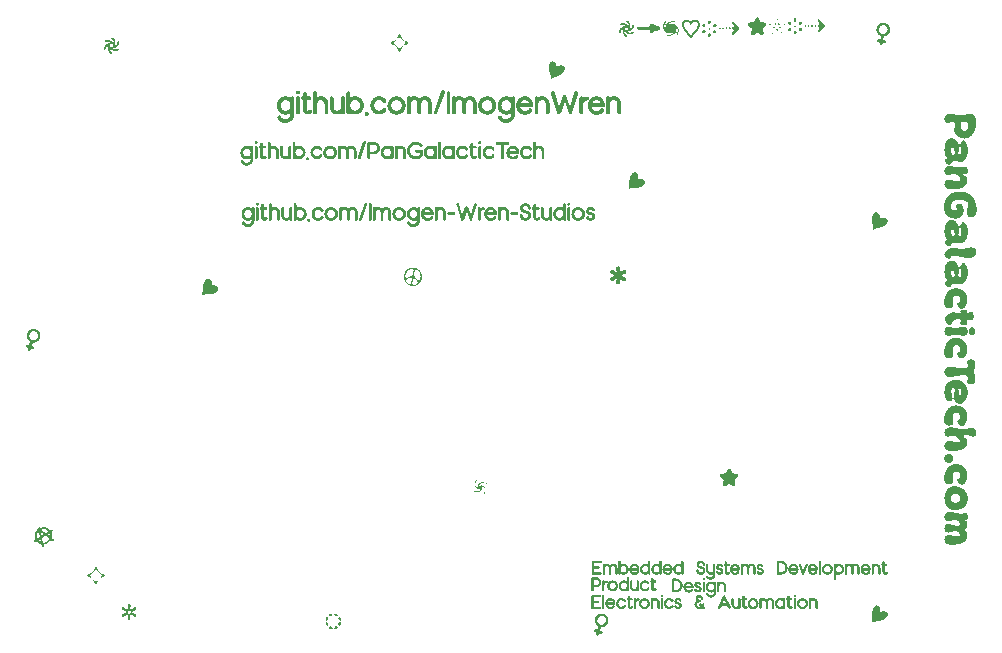
<source format=gbr>
%TF.GenerationSoftware,KiCad,Pcbnew,7.0.1*%
%TF.CreationDate,2023-03-19T17:11:43+00:00*%
%TF.ProjectId,ImogenWren,496d6f67-656e-4577-9265-6e2e6b696361,rev?*%
%TF.SameCoordinates,Original*%
%TF.FileFunction,Legend,Top*%
%TF.FilePolarity,Positive*%
%FSLAX46Y46*%
G04 Gerber Fmt 4.6, Leading zero omitted, Abs format (unit mm)*
G04 Created by KiCad (PCBNEW 7.0.1) date 2023-03-19 17:11:43*
%MOMM*%
%LPD*%
G01*
G04 APERTURE LIST*
%ADD10C,0.300000*%
G04 APERTURE END LIST*
D10*
G36*
X163272588Y-118501628D02*
G01*
X162728318Y-118501628D01*
X162728318Y-118181866D01*
X163108164Y-118181866D01*
X163122959Y-118180742D01*
X163137061Y-118177482D01*
X163150305Y-118172252D01*
X163162523Y-118165219D01*
X163173549Y-118156550D01*
X163183217Y-118146411D01*
X163191359Y-118134969D01*
X163197809Y-118122391D01*
X163202401Y-118108842D01*
X163204967Y-118094491D01*
X163205471Y-118084559D01*
X163204347Y-118069308D01*
X163201087Y-118054820D01*
X163195857Y-118041257D01*
X163188824Y-118028778D01*
X163180155Y-118017547D01*
X163170016Y-118007722D01*
X163158574Y-117999465D01*
X163145996Y-117992936D01*
X163132447Y-117988297D01*
X163118096Y-117985708D01*
X163108164Y-117985201D01*
X162728318Y-117985201D01*
X162728318Y-117712919D01*
X163272588Y-117712919D01*
X163287458Y-117711796D01*
X163301621Y-117708536D01*
X163314913Y-117703306D01*
X163327169Y-117696273D01*
X163338223Y-117687604D01*
X163347909Y-117677465D01*
X163356064Y-117666023D01*
X163362522Y-117653445D01*
X163367117Y-117639896D01*
X163369684Y-117625545D01*
X163370188Y-117615613D01*
X163369064Y-117600700D01*
X163365802Y-117586418D01*
X163360568Y-117572949D01*
X163353526Y-117560476D01*
X163344843Y-117549182D01*
X163334682Y-117539249D01*
X163323209Y-117530859D01*
X163310590Y-117524196D01*
X163296989Y-117519441D01*
X163282572Y-117516778D01*
X163272588Y-117516255D01*
X162631011Y-117516255D01*
X162616142Y-117517422D01*
X162601979Y-117520803D01*
X162588687Y-117526214D01*
X162576431Y-117533473D01*
X162565377Y-117542397D01*
X162555690Y-117552804D01*
X162547536Y-117564512D01*
X162541078Y-117577337D01*
X162536483Y-117591097D01*
X162533916Y-117605610D01*
X162533412Y-117615613D01*
X162533412Y-118600693D01*
X162534536Y-118615488D01*
X162537798Y-118629590D01*
X162543032Y-118642834D01*
X162550073Y-118655052D01*
X162558757Y-118666078D01*
X162568918Y-118675746D01*
X162580391Y-118683888D01*
X162593010Y-118690338D01*
X162606611Y-118694930D01*
X162621028Y-118697496D01*
X162631011Y-118698000D01*
X163272588Y-118698000D01*
X163287458Y-118696876D01*
X163301621Y-118693616D01*
X163314913Y-118688386D01*
X163327169Y-118681353D01*
X163338223Y-118672684D01*
X163347909Y-118662545D01*
X163356064Y-118651103D01*
X163362522Y-118638525D01*
X163367117Y-118624976D01*
X163369684Y-118610625D01*
X163370188Y-118600693D01*
X163369064Y-118585449D01*
X163365802Y-118570981D01*
X163360568Y-118557447D01*
X163353526Y-118545005D01*
X163344843Y-118533813D01*
X163334682Y-118524029D01*
X163323209Y-118515811D01*
X163310590Y-118509317D01*
X163296989Y-118504705D01*
X163282572Y-118502132D01*
X163272588Y-118501628D01*
G37*
G36*
X163543112Y-118698000D02*
G01*
X163528317Y-118696876D01*
X163514215Y-118693616D01*
X163500971Y-118688386D01*
X163488753Y-118681353D01*
X163477727Y-118672684D01*
X163468059Y-118662545D01*
X163459917Y-118651103D01*
X163453467Y-118638525D01*
X163448875Y-118624976D01*
X163446309Y-118610625D01*
X163445806Y-118600693D01*
X163445806Y-117616199D01*
X163446929Y-117601330D01*
X163450189Y-117587166D01*
X163455419Y-117573874D01*
X163462452Y-117561619D01*
X163471121Y-117550565D01*
X163481260Y-117540878D01*
X163492702Y-117532723D01*
X163505280Y-117526266D01*
X163518829Y-117521671D01*
X163533180Y-117519103D01*
X163543112Y-117518600D01*
X163558025Y-117519724D01*
X163572307Y-117522985D01*
X163585776Y-117528220D01*
X163598249Y-117535261D01*
X163609543Y-117543945D01*
X163619476Y-117554106D01*
X163627866Y-117565579D01*
X163634529Y-117578198D01*
X163639283Y-117591799D01*
X163641946Y-117606216D01*
X163642470Y-117616199D01*
X163642470Y-118600693D01*
X163641302Y-118615488D01*
X163637922Y-118629590D01*
X163632511Y-118642834D01*
X163625252Y-118655052D01*
X163616327Y-118666078D01*
X163605920Y-118675746D01*
X163594213Y-118683888D01*
X163581388Y-118690338D01*
X163567628Y-118694930D01*
X163553115Y-118697496D01*
X163543112Y-118698000D01*
G37*
G36*
X164172187Y-117772397D02*
G01*
X164194734Y-117774083D01*
X164216845Y-117776867D01*
X164238499Y-117780727D01*
X164259676Y-117785643D01*
X164280355Y-117791593D01*
X164300516Y-117798556D01*
X164320138Y-117806512D01*
X164339201Y-117815438D01*
X164357684Y-117825313D01*
X164375566Y-117836117D01*
X164392827Y-117847828D01*
X164409446Y-117860425D01*
X164425403Y-117873886D01*
X164440678Y-117888191D01*
X164455249Y-117903319D01*
X164469096Y-117919247D01*
X164482199Y-117935956D01*
X164494537Y-117953423D01*
X164506089Y-117971628D01*
X164516836Y-117990549D01*
X164526755Y-118010165D01*
X164535828Y-118030456D01*
X164544033Y-118051399D01*
X164551349Y-118072973D01*
X164557757Y-118095158D01*
X164563235Y-118117932D01*
X164567763Y-118141274D01*
X164571321Y-118165163D01*
X164573888Y-118189577D01*
X164575443Y-118214496D01*
X164575966Y-118239898D01*
X164574841Y-118255410D01*
X164571571Y-118270180D01*
X164566313Y-118284036D01*
X164559227Y-118296807D01*
X164550470Y-118308322D01*
X164540199Y-118318410D01*
X164528573Y-118326901D01*
X164515749Y-118333623D01*
X164501887Y-118338405D01*
X164487142Y-118341076D01*
X164476901Y-118341600D01*
X163927648Y-118341600D01*
X163934537Y-118360470D01*
X163942643Y-118378571D01*
X163951919Y-118395841D01*
X163962320Y-118412217D01*
X163973796Y-118427639D01*
X163986303Y-118442044D01*
X163999793Y-118455370D01*
X164014220Y-118467556D01*
X164029536Y-118478540D01*
X164045694Y-118488261D01*
X164062649Y-118496655D01*
X164080353Y-118503662D01*
X164098759Y-118509219D01*
X164117821Y-118513265D01*
X164137492Y-118515738D01*
X164157725Y-118516576D01*
X164173572Y-118516292D01*
X164189009Y-118515418D01*
X164204014Y-118513921D01*
X164218568Y-118511767D01*
X164232652Y-118508923D01*
X164246246Y-118505355D01*
X164259330Y-118501029D01*
X164271884Y-118495913D01*
X164283888Y-118489972D01*
X164295323Y-118483174D01*
X164306169Y-118475484D01*
X164316406Y-118466869D01*
X164326015Y-118457297D01*
X164334975Y-118446732D01*
X164343267Y-118435142D01*
X164350872Y-118422494D01*
X164359746Y-118410116D01*
X164370060Y-118399550D01*
X164381582Y-118390827D01*
X164394082Y-118383982D01*
X164407329Y-118379048D01*
X164421094Y-118376058D01*
X164435146Y-118375045D01*
X164449254Y-118376043D01*
X164463189Y-118379085D01*
X164476719Y-118384205D01*
X164485401Y-118388788D01*
X164497703Y-118397595D01*
X164508211Y-118407867D01*
X164516889Y-118419370D01*
X164523706Y-118431869D01*
X164528627Y-118445129D01*
X164531620Y-118458916D01*
X164532651Y-118472994D01*
X164531686Y-118487129D01*
X164528693Y-118501087D01*
X164523638Y-118514632D01*
X164519106Y-118523317D01*
X164511855Y-118535822D01*
X164504283Y-118547841D01*
X164496397Y-118559381D01*
X164488203Y-118570447D01*
X164479706Y-118581046D01*
X164470913Y-118591182D01*
X164461829Y-118600861D01*
X164452460Y-118610090D01*
X164442813Y-118618875D01*
X164432893Y-118627220D01*
X164422706Y-118635132D01*
X164412259Y-118642617D01*
X164401557Y-118649680D01*
X164390606Y-118656327D01*
X164379412Y-118662564D01*
X164367981Y-118668397D01*
X164356319Y-118673832D01*
X164344432Y-118678874D01*
X164332326Y-118683529D01*
X164320007Y-118687803D01*
X164307481Y-118691702D01*
X164294754Y-118695231D01*
X164281831Y-118698397D01*
X164268719Y-118701205D01*
X164255424Y-118703661D01*
X164241951Y-118705771D01*
X164228307Y-118707540D01*
X164214498Y-118708974D01*
X164200529Y-118710080D01*
X164186406Y-118710863D01*
X164172136Y-118711328D01*
X164157725Y-118711482D01*
X164134566Y-118710854D01*
X164111709Y-118708988D01*
X164089180Y-118705908D01*
X164067008Y-118701640D01*
X164045219Y-118696210D01*
X164023840Y-118689642D01*
X164002897Y-118681963D01*
X163982419Y-118673197D01*
X163962432Y-118663369D01*
X163942964Y-118652506D01*
X163924040Y-118640632D01*
X163905689Y-118627772D01*
X163887937Y-118613953D01*
X163870812Y-118599198D01*
X163854340Y-118583535D01*
X163838548Y-118566988D01*
X163824148Y-118550846D01*
X163810626Y-118533987D01*
X163797991Y-118516441D01*
X163786250Y-118498239D01*
X163775407Y-118479412D01*
X163765472Y-118459991D01*
X163756450Y-118440006D01*
X163748349Y-118419489D01*
X163741175Y-118398471D01*
X163734936Y-118376982D01*
X163729637Y-118355053D01*
X163725286Y-118332716D01*
X163721891Y-118310001D01*
X163719457Y-118286939D01*
X163717991Y-118263561D01*
X163717624Y-118251763D01*
X163717501Y-118239898D01*
X163718043Y-118214805D01*
X163719655Y-118190157D01*
X163722311Y-118165975D01*
X163725990Y-118142284D01*
X163727229Y-118136143D01*
X163925889Y-118136143D01*
X164367871Y-118136143D01*
X164360879Y-118115159D01*
X164352598Y-118095612D01*
X164343114Y-118077492D01*
X164332512Y-118060787D01*
X164320879Y-118045484D01*
X164308299Y-118031573D01*
X164294857Y-118019042D01*
X164280640Y-118007879D01*
X164265732Y-117998073D01*
X164250220Y-117989612D01*
X164234187Y-117982484D01*
X164217721Y-117976679D01*
X164200907Y-117972183D01*
X164183829Y-117968987D01*
X164166573Y-117967077D01*
X164149225Y-117966443D01*
X164132178Y-117967077D01*
X164115069Y-117968987D01*
X164097998Y-117972183D01*
X164081067Y-117976679D01*
X164064379Y-117982484D01*
X164048035Y-117989612D01*
X164032136Y-117998073D01*
X164016784Y-118007879D01*
X164002082Y-118019042D01*
X163988131Y-118031573D01*
X163975032Y-118045484D01*
X163962887Y-118060787D01*
X163951799Y-118077492D01*
X163941869Y-118095612D01*
X163933198Y-118115159D01*
X163925889Y-118136143D01*
X163727229Y-118136143D01*
X163730668Y-118119106D01*
X163736321Y-118096464D01*
X163742926Y-118074382D01*
X163750460Y-118052882D01*
X163758900Y-118031989D01*
X163768222Y-118011724D01*
X163778402Y-117992111D01*
X163789418Y-117973174D01*
X163801246Y-117954934D01*
X163813863Y-117937416D01*
X163827245Y-117920643D01*
X163841369Y-117904638D01*
X163856212Y-117889423D01*
X163871750Y-117875022D01*
X163887960Y-117861459D01*
X163904819Y-117848755D01*
X163922304Y-117836935D01*
X163940390Y-117826021D01*
X163959055Y-117816037D01*
X163978275Y-117807006D01*
X163998027Y-117798951D01*
X164018288Y-117791894D01*
X164039033Y-117785860D01*
X164060241Y-117780871D01*
X164081888Y-117776951D01*
X164103949Y-117774122D01*
X164126403Y-117772407D01*
X164149225Y-117771831D01*
X164172187Y-117772397D01*
G37*
G36*
X165415380Y-118377064D02*
G01*
X165402246Y-118369629D01*
X165388547Y-118364287D01*
X165374506Y-118361017D01*
X165360346Y-118359795D01*
X165346291Y-118360597D01*
X165332563Y-118363401D01*
X165319385Y-118368184D01*
X165306982Y-118374921D01*
X165295575Y-118383591D01*
X165285388Y-118394169D01*
X165279385Y-118402270D01*
X165270576Y-118413935D01*
X165261198Y-118424960D01*
X165251274Y-118435328D01*
X165240826Y-118445025D01*
X165229876Y-118454035D01*
X165218448Y-118462343D01*
X165206562Y-118469932D01*
X165194242Y-118476789D01*
X165181510Y-118482896D01*
X165168388Y-118488240D01*
X165154899Y-118492804D01*
X165141065Y-118496572D01*
X165126907Y-118499531D01*
X165112449Y-118501663D01*
X165097713Y-118502953D01*
X165082721Y-118503387D01*
X165069619Y-118503058D01*
X165056753Y-118502081D01*
X165044137Y-118500469D01*
X165031780Y-118498233D01*
X165019695Y-118495386D01*
X165007894Y-118491942D01*
X164996389Y-118487912D01*
X164985190Y-118483310D01*
X164974311Y-118478148D01*
X164963763Y-118472439D01*
X164953556Y-118466195D01*
X164943705Y-118459430D01*
X164934219Y-118452155D01*
X164925111Y-118444384D01*
X164916392Y-118436129D01*
X164908075Y-118427403D01*
X164900171Y-118418218D01*
X164892692Y-118408587D01*
X164885649Y-118398524D01*
X164879054Y-118388039D01*
X164872919Y-118377147D01*
X164867257Y-118365860D01*
X164862077Y-118354190D01*
X164857393Y-118342150D01*
X164853216Y-118329753D01*
X164849558Y-118317011D01*
X164846431Y-118303938D01*
X164843845Y-118290545D01*
X164841814Y-118276846D01*
X164840349Y-118262853D01*
X164839461Y-118248579D01*
X164839162Y-118234036D01*
X164839461Y-118219653D01*
X164840349Y-118205528D01*
X164841814Y-118191675D01*
X164843845Y-118178107D01*
X164846431Y-118164836D01*
X164849558Y-118151876D01*
X164853216Y-118139239D01*
X164857393Y-118126938D01*
X164862077Y-118114987D01*
X164867257Y-118103399D01*
X164872919Y-118092186D01*
X164879054Y-118081361D01*
X164885649Y-118070938D01*
X164892692Y-118060930D01*
X164900171Y-118051348D01*
X164908075Y-118042207D01*
X164916392Y-118033520D01*
X164925111Y-118025299D01*
X164934219Y-118017557D01*
X164943705Y-118010307D01*
X164953556Y-118003563D01*
X164963763Y-117997337D01*
X164974311Y-117991643D01*
X164985190Y-117986493D01*
X164996389Y-117981900D01*
X165007894Y-117977877D01*
X165019695Y-117974437D01*
X165031780Y-117971594D01*
X165044137Y-117969360D01*
X165056753Y-117967748D01*
X165069619Y-117966772D01*
X165082721Y-117966443D01*
X165097713Y-117966877D01*
X165112449Y-117968168D01*
X165126907Y-117970300D01*
X165141065Y-117973258D01*
X165154899Y-117977026D01*
X165168388Y-117981590D01*
X165181510Y-117986934D01*
X165194242Y-117993041D01*
X165206562Y-117999898D01*
X165218448Y-118007488D01*
X165229876Y-118015795D01*
X165240826Y-118024805D01*
X165251274Y-118034502D01*
X165261198Y-118044870D01*
X165270576Y-118055895D01*
X165279385Y-118067560D01*
X165288635Y-118079398D01*
X165299253Y-118089343D01*
X165311017Y-118097371D01*
X165323703Y-118103459D01*
X165337089Y-118107584D01*
X165350951Y-118109724D01*
X165365066Y-118109854D01*
X165379211Y-118107952D01*
X165393162Y-118103994D01*
X165406698Y-118097957D01*
X165415380Y-118092766D01*
X165426775Y-118083061D01*
X165436372Y-118072068D01*
X165444135Y-118060012D01*
X165450027Y-118047119D01*
X165454012Y-118033616D01*
X165456054Y-118019728D01*
X165456117Y-118005682D01*
X165454164Y-117991704D01*
X165450159Y-117978019D01*
X165444067Y-117964855D01*
X165438827Y-117956478D01*
X165430970Y-117945608D01*
X165422843Y-117935036D01*
X165414453Y-117924766D01*
X165405806Y-117914800D01*
X165396908Y-117905142D01*
X165387763Y-117895795D01*
X165378379Y-117886761D01*
X165368760Y-117878044D01*
X165358913Y-117869647D01*
X165348843Y-117861573D01*
X165338557Y-117853825D01*
X165328059Y-117846406D01*
X165317356Y-117839319D01*
X165306454Y-117832567D01*
X165295358Y-117826153D01*
X165284075Y-117820081D01*
X165272609Y-117814353D01*
X165260967Y-117808972D01*
X165249155Y-117803942D01*
X165237178Y-117799265D01*
X165225042Y-117794945D01*
X165212753Y-117790984D01*
X165200317Y-117787386D01*
X165187739Y-117784154D01*
X165175026Y-117781291D01*
X165162183Y-117778799D01*
X165149216Y-117776683D01*
X165136130Y-117774944D01*
X165122932Y-117773587D01*
X165109627Y-117772613D01*
X165096222Y-117772027D01*
X165082721Y-117771831D01*
X165059852Y-117772399D01*
X165037213Y-117774098D01*
X165014842Y-117776918D01*
X164992774Y-117780848D01*
X164971048Y-117785879D01*
X164949702Y-117792001D01*
X164928771Y-117799204D01*
X164908295Y-117807478D01*
X164888310Y-117816813D01*
X164868853Y-117827200D01*
X164849962Y-117838629D01*
X164831675Y-117851089D01*
X164814027Y-117864571D01*
X164797058Y-117879065D01*
X164780804Y-117894561D01*
X164765303Y-117911049D01*
X164750883Y-117927189D01*
X164737306Y-117944041D01*
X164724584Y-117961568D01*
X164712730Y-117979733D01*
X164701755Y-117998499D01*
X164691671Y-118017829D01*
X164682490Y-118037687D01*
X164674225Y-118058034D01*
X164666887Y-118078835D01*
X164660489Y-118100053D01*
X164655041Y-118121650D01*
X164650558Y-118143590D01*
X164647050Y-118165835D01*
X164644529Y-118188349D01*
X164643008Y-118211095D01*
X164642498Y-118234036D01*
X164643008Y-118257286D01*
X164644529Y-118280303D01*
X164647050Y-118303052D01*
X164650558Y-118325499D01*
X164655041Y-118347609D01*
X164660489Y-118369348D01*
X164666887Y-118390682D01*
X164674225Y-118411576D01*
X164682490Y-118431996D01*
X164691671Y-118451908D01*
X164701755Y-118471277D01*
X164712730Y-118490069D01*
X164724584Y-118508250D01*
X164737306Y-118525785D01*
X164750883Y-118542640D01*
X164765303Y-118558781D01*
X164780804Y-118575269D01*
X164797058Y-118590765D01*
X164814027Y-118605259D01*
X164831675Y-118618741D01*
X164849962Y-118631201D01*
X164868853Y-118642630D01*
X164888310Y-118653017D01*
X164908295Y-118662352D01*
X164928771Y-118670626D01*
X164949702Y-118677829D01*
X164971048Y-118683951D01*
X164992774Y-118688982D01*
X165014842Y-118692913D01*
X165037213Y-118695732D01*
X165059852Y-118697431D01*
X165082721Y-118698000D01*
X165096222Y-118697803D01*
X165109627Y-118697217D01*
X165122932Y-118696244D01*
X165136130Y-118694886D01*
X165149216Y-118693147D01*
X165162183Y-118691031D01*
X165175026Y-118688539D01*
X165187739Y-118685676D01*
X165200317Y-118682444D01*
X165212753Y-118678846D01*
X165225042Y-118674885D01*
X165237178Y-118670565D01*
X165249155Y-118665888D01*
X165260967Y-118660858D01*
X165272609Y-118655477D01*
X165284075Y-118649749D01*
X165295358Y-118643677D01*
X165306454Y-118637263D01*
X165317356Y-118630511D01*
X165328059Y-118623424D01*
X165338557Y-118616005D01*
X165348843Y-118608257D01*
X165358913Y-118600183D01*
X165368760Y-118591786D01*
X165378379Y-118583069D01*
X165387763Y-118574035D01*
X165396908Y-118564688D01*
X165405806Y-118555030D01*
X165414453Y-118545064D01*
X165422843Y-118534794D01*
X165430970Y-118524222D01*
X165438827Y-118513352D01*
X165446332Y-118500659D01*
X165451725Y-118487296D01*
X165455041Y-118473488D01*
X165456318Y-118459462D01*
X165455592Y-118445444D01*
X165452898Y-118431659D01*
X165448273Y-118418335D01*
X165441753Y-118405696D01*
X165433375Y-118393969D01*
X165423175Y-118383380D01*
X165415380Y-118377064D01*
G37*
G36*
X166038785Y-118474664D02*
G01*
X166026878Y-118465827D01*
X166014067Y-118459082D01*
X166000594Y-118454406D01*
X165986699Y-118451774D01*
X165972622Y-118451160D01*
X165958603Y-118452541D01*
X165944885Y-118455891D01*
X165931706Y-118461186D01*
X165919308Y-118468402D01*
X165907931Y-118477514D01*
X165901032Y-118484629D01*
X165891934Y-118493526D01*
X165880738Y-118499829D01*
X165867853Y-118503084D01*
X165862344Y-118503387D01*
X165849549Y-118501721D01*
X165838054Y-118497013D01*
X165828215Y-118489700D01*
X165820387Y-118480217D01*
X165814926Y-118469001D01*
X165812186Y-118456488D01*
X165811933Y-118451217D01*
X165811933Y-117966443D01*
X165936203Y-117966443D01*
X165951073Y-117965320D01*
X165965236Y-117962060D01*
X165978528Y-117956830D01*
X165990784Y-117949797D01*
X166001837Y-117941128D01*
X166011524Y-117930989D01*
X166019679Y-117919547D01*
X166026137Y-117906969D01*
X166030732Y-117893420D01*
X166033299Y-117879069D01*
X166033803Y-117869137D01*
X166032679Y-117854342D01*
X166029417Y-117840240D01*
X166024183Y-117826996D01*
X166017141Y-117814778D01*
X166008457Y-117803752D01*
X165998296Y-117794085D01*
X165986824Y-117785942D01*
X165974204Y-117779492D01*
X165960604Y-117774901D01*
X165946187Y-117772334D01*
X165936203Y-117771831D01*
X165811933Y-117771831D01*
X165811933Y-117664266D01*
X165810809Y-117649397D01*
X165807549Y-117635233D01*
X165802319Y-117621941D01*
X165795286Y-117609686D01*
X165786617Y-117598632D01*
X165776478Y-117588945D01*
X165765036Y-117580790D01*
X165752458Y-117574333D01*
X165738909Y-117569738D01*
X165724558Y-117567170D01*
X165714626Y-117566667D01*
X165699307Y-117567791D01*
X165684778Y-117571052D01*
X165671196Y-117576287D01*
X165658717Y-117583328D01*
X165647497Y-117592012D01*
X165637694Y-117602173D01*
X165629463Y-117613646D01*
X165622962Y-117626265D01*
X165618346Y-117639866D01*
X165615772Y-117654283D01*
X165615268Y-117664266D01*
X165615268Y-117771831D01*
X165601342Y-117773328D01*
X165588028Y-117776884D01*
X165575494Y-117782333D01*
X165563903Y-117789507D01*
X165553421Y-117798241D01*
X165544213Y-117808367D01*
X165536445Y-117819719D01*
X165530281Y-117832130D01*
X165525887Y-117845433D01*
X165523427Y-117859463D01*
X165522944Y-117869137D01*
X165524022Y-117883558D01*
X165527145Y-117897364D01*
X165532147Y-117910389D01*
X165538864Y-117922465D01*
X165547131Y-117933427D01*
X165556781Y-117943107D01*
X165567651Y-117951340D01*
X165579575Y-117957957D01*
X165592388Y-117962794D01*
X165605924Y-117965682D01*
X165615268Y-117966443D01*
X165615268Y-118451217D01*
X165615591Y-118463890D01*
X165616549Y-118476399D01*
X165618126Y-118488730D01*
X165620307Y-118500866D01*
X165623075Y-118512791D01*
X165626416Y-118524491D01*
X165630312Y-118535949D01*
X165634750Y-118547149D01*
X165639711Y-118558076D01*
X165645182Y-118568715D01*
X165651146Y-118579049D01*
X165657587Y-118589063D01*
X165664489Y-118598742D01*
X165671838Y-118608069D01*
X165679616Y-118617029D01*
X165687808Y-118625606D01*
X165696399Y-118633785D01*
X165705373Y-118641549D01*
X165714713Y-118648884D01*
X165724405Y-118655774D01*
X165734431Y-118662202D01*
X165744778Y-118668154D01*
X165755428Y-118673613D01*
X165766366Y-118678564D01*
X165777576Y-118682991D01*
X165789043Y-118686879D01*
X165800750Y-118690212D01*
X165812682Y-118692973D01*
X165824824Y-118695149D01*
X165837158Y-118696722D01*
X165849670Y-118697678D01*
X165862344Y-118698000D01*
X165875872Y-118697631D01*
X165889291Y-118696534D01*
X165902573Y-118694723D01*
X165915691Y-118692211D01*
X165928619Y-118689012D01*
X165941330Y-118685140D01*
X165953795Y-118680609D01*
X165965989Y-118675431D01*
X165977884Y-118669622D01*
X165989453Y-118663195D01*
X166000669Y-118656163D01*
X166011505Y-118648540D01*
X166021934Y-118640341D01*
X166031929Y-118631578D01*
X166041463Y-118622265D01*
X166050509Y-118612417D01*
X166059412Y-118600136D01*
X166066188Y-118587029D01*
X166070855Y-118573337D01*
X166073435Y-118559300D01*
X166073948Y-118545158D01*
X166072414Y-118531153D01*
X166068853Y-118517525D01*
X166063286Y-118504513D01*
X166055733Y-118492360D01*
X166046213Y-118481305D01*
X166038785Y-118474664D01*
G37*
G36*
X166523852Y-117790588D02*
G01*
X166510980Y-117790804D01*
X166498197Y-117791447D01*
X166485510Y-117792513D01*
X166472927Y-117793996D01*
X166460453Y-117795891D01*
X166448097Y-117798193D01*
X166435863Y-117800897D01*
X166423761Y-117803997D01*
X166411796Y-117807490D01*
X166399975Y-117811368D01*
X166388305Y-117815628D01*
X166376793Y-117820264D01*
X166365446Y-117825271D01*
X166354271Y-117830644D01*
X166343274Y-117836377D01*
X166332463Y-117842466D01*
X166328508Y-117831002D01*
X166323295Y-117820248D01*
X166316911Y-117810295D01*
X166309444Y-117801234D01*
X166297951Y-117790698D01*
X166284893Y-117782127D01*
X166274195Y-117777118D01*
X166262819Y-117773427D01*
X166250852Y-117771146D01*
X166238381Y-117770365D01*
X166223511Y-117771489D01*
X166209348Y-117774749D01*
X166196056Y-117779979D01*
X166183800Y-117787011D01*
X166172746Y-117795680D01*
X166163060Y-117805819D01*
X166154905Y-117817261D01*
X166148447Y-117829840D01*
X166143852Y-117843388D01*
X166141285Y-117857740D01*
X166140781Y-117867672D01*
X166140781Y-118598642D01*
X166141905Y-118613436D01*
X166145167Y-118627538D01*
X166150401Y-118640782D01*
X166157443Y-118653000D01*
X166166126Y-118664026D01*
X166176287Y-118673694D01*
X166187760Y-118681836D01*
X166200379Y-118688286D01*
X166213980Y-118692878D01*
X166228397Y-118695444D01*
X166238381Y-118695948D01*
X166253175Y-118694824D01*
X166267277Y-118691564D01*
X166280521Y-118686334D01*
X166292739Y-118679302D01*
X166303765Y-118670633D01*
X166313433Y-118660494D01*
X166321575Y-118649052D01*
X166328025Y-118636473D01*
X166332617Y-118622925D01*
X166335183Y-118608573D01*
X166335687Y-118598642D01*
X166335687Y-118192124D01*
X166336618Y-118170142D01*
X166339360Y-118148984D01*
X166343834Y-118128732D01*
X166349961Y-118109467D01*
X166357663Y-118091273D01*
X166366862Y-118074231D01*
X166377478Y-118058422D01*
X166389433Y-118043929D01*
X166402648Y-118030835D01*
X166417045Y-118019220D01*
X166432546Y-118009167D01*
X166449072Y-118000758D01*
X166466544Y-117994075D01*
X166484884Y-117989200D01*
X166504012Y-117986214D01*
X166523852Y-117985201D01*
X166539096Y-117984077D01*
X166553564Y-117980817D01*
X166567098Y-117975588D01*
X166579540Y-117968555D01*
X166590731Y-117959886D01*
X166600515Y-117949747D01*
X166608733Y-117938305D01*
X166615227Y-117925727D01*
X166619840Y-117912178D01*
X166622412Y-117897827D01*
X166622916Y-117887895D01*
X166621791Y-117873100D01*
X166618521Y-117858998D01*
X166613264Y-117845754D01*
X166606178Y-117833536D01*
X166597420Y-117822510D01*
X166587149Y-117812842D01*
X166575523Y-117804700D01*
X166562700Y-117798250D01*
X166548837Y-117793658D01*
X166534093Y-117791092D01*
X166523852Y-117790588D01*
G37*
G36*
X167058207Y-117779470D02*
G01*
X167081693Y-117781268D01*
X167104845Y-117784227D01*
X167127634Y-117788318D01*
X167150030Y-117793513D01*
X167172003Y-117799781D01*
X167193524Y-117807093D01*
X167214563Y-117815419D01*
X167235090Y-117824730D01*
X167255077Y-117834997D01*
X167274494Y-117846189D01*
X167293310Y-117858278D01*
X167311497Y-117871233D01*
X167329024Y-117885026D01*
X167345863Y-117899627D01*
X167361983Y-117915006D01*
X167377356Y-117931133D01*
X167391951Y-117947980D01*
X167405739Y-117965517D01*
X167418690Y-117983714D01*
X167430775Y-118002542D01*
X167441965Y-118021970D01*
X167452229Y-118041971D01*
X167461538Y-118062513D01*
X167469863Y-118083568D01*
X167477174Y-118105107D01*
X167483441Y-118127098D01*
X167488635Y-118149514D01*
X167492726Y-118172325D01*
X167495685Y-118195500D01*
X167497482Y-118219011D01*
X167498087Y-118242829D01*
X167497482Y-118266459D01*
X167495685Y-118289795D01*
X167492726Y-118312808D01*
X167488635Y-118335465D01*
X167483441Y-118357739D01*
X167477174Y-118379599D01*
X167469863Y-118401015D01*
X167461538Y-118421958D01*
X167452229Y-118442397D01*
X167441965Y-118462302D01*
X167430775Y-118481644D01*
X167418690Y-118500392D01*
X167405739Y-118518518D01*
X167391951Y-118535990D01*
X167377356Y-118552780D01*
X167361983Y-118568856D01*
X167345863Y-118584190D01*
X167329024Y-118598751D01*
X167311497Y-118612510D01*
X167293310Y-118625436D01*
X167274494Y-118637500D01*
X167255077Y-118648671D01*
X167235090Y-118658921D01*
X167214563Y-118668219D01*
X167193524Y-118676534D01*
X167172003Y-118683838D01*
X167150030Y-118690101D01*
X167127634Y-118695291D01*
X167104845Y-118699381D01*
X167081693Y-118702338D01*
X167058207Y-118704135D01*
X167034417Y-118704741D01*
X167010605Y-118704135D01*
X166987108Y-118702338D01*
X166963957Y-118699381D01*
X166941178Y-118695291D01*
X166918802Y-118690101D01*
X166896857Y-118683838D01*
X166875372Y-118676534D01*
X166854376Y-118668219D01*
X166833898Y-118658921D01*
X166813966Y-118648671D01*
X166794610Y-118637500D01*
X166775859Y-118625436D01*
X166757740Y-118612510D01*
X166740284Y-118598751D01*
X166723519Y-118584190D01*
X166707473Y-118568856D01*
X166692177Y-118552780D01*
X166677658Y-118535990D01*
X166663945Y-118518518D01*
X166651068Y-118500392D01*
X166639055Y-118481644D01*
X166627936Y-118462302D01*
X166617738Y-118442397D01*
X166608491Y-118421958D01*
X166600224Y-118401015D01*
X166592965Y-118379599D01*
X166586744Y-118357739D01*
X166581589Y-118335465D01*
X166577530Y-118312808D01*
X166574595Y-118289795D01*
X166572812Y-118266459D01*
X166572212Y-118242829D01*
X166767117Y-118242829D01*
X166767464Y-118256436D01*
X166768493Y-118269881D01*
X166770188Y-118283144D01*
X166772532Y-118296208D01*
X166775509Y-118309056D01*
X166779102Y-118321670D01*
X166783294Y-118334032D01*
X166788069Y-118346125D01*
X166793410Y-118357931D01*
X166799301Y-118369433D01*
X166805726Y-118380613D01*
X166812666Y-118391453D01*
X166820107Y-118401936D01*
X166828031Y-118412045D01*
X166836422Y-118421761D01*
X166845263Y-118431066D01*
X166854538Y-118439945D01*
X166864229Y-118448378D01*
X166874322Y-118456348D01*
X166884798Y-118463838D01*
X166895641Y-118470830D01*
X166906835Y-118477306D01*
X166918363Y-118483249D01*
X166930209Y-118488641D01*
X166942356Y-118493464D01*
X166954787Y-118497702D01*
X166967486Y-118501336D01*
X166980436Y-118504349D01*
X166993621Y-118506722D01*
X167007023Y-118508440D01*
X167020628Y-118509483D01*
X167034417Y-118509835D01*
X167048179Y-118509483D01*
X167061759Y-118508440D01*
X167075138Y-118506722D01*
X167088301Y-118504349D01*
X167101231Y-118501336D01*
X167113911Y-118497702D01*
X167126324Y-118493464D01*
X167138455Y-118488641D01*
X167150286Y-118483249D01*
X167161801Y-118477306D01*
X167172982Y-118470830D01*
X167183814Y-118463838D01*
X167194280Y-118456348D01*
X167204363Y-118448378D01*
X167214047Y-118439945D01*
X167223314Y-118431066D01*
X167232149Y-118421761D01*
X167240534Y-118412045D01*
X167248453Y-118401936D01*
X167255890Y-118391453D01*
X167262827Y-118380613D01*
X167269248Y-118369433D01*
X167275137Y-118357931D01*
X167280476Y-118346125D01*
X167285250Y-118334032D01*
X167289441Y-118321670D01*
X167293033Y-118309056D01*
X167296009Y-118296208D01*
X167298353Y-118283144D01*
X167300047Y-118269881D01*
X167301076Y-118256436D01*
X167301423Y-118242829D01*
X167301076Y-118229034D01*
X167300047Y-118215415D01*
X167298353Y-118201989D01*
X167296009Y-118188772D01*
X167293033Y-118175782D01*
X167289441Y-118163036D01*
X167285250Y-118150552D01*
X167280476Y-118138346D01*
X167275137Y-118126436D01*
X167269248Y-118114839D01*
X167262827Y-118103572D01*
X167255890Y-118092653D01*
X167248453Y-118082098D01*
X167240534Y-118071926D01*
X167232149Y-118062152D01*
X167223314Y-118052795D01*
X167214047Y-118043872D01*
X167204363Y-118035399D01*
X167194280Y-118027395D01*
X167183814Y-118019876D01*
X167172982Y-118012859D01*
X167161801Y-118006362D01*
X167150286Y-118000402D01*
X167138455Y-117994997D01*
X167126324Y-117990163D01*
X167113911Y-117985917D01*
X167101231Y-117982277D01*
X167088301Y-117979261D01*
X167075138Y-117976885D01*
X167061759Y-117975166D01*
X167048179Y-117974122D01*
X167034417Y-117973771D01*
X167020628Y-117974122D01*
X167007023Y-117975166D01*
X166993621Y-117976885D01*
X166980436Y-117979261D01*
X166967486Y-117982277D01*
X166954787Y-117985917D01*
X166942356Y-117990163D01*
X166930209Y-117994997D01*
X166918363Y-118000402D01*
X166906835Y-118006362D01*
X166895641Y-118012859D01*
X166884798Y-118019876D01*
X166874322Y-118027395D01*
X166864229Y-118035399D01*
X166854538Y-118043872D01*
X166845263Y-118052795D01*
X166836422Y-118062152D01*
X166828031Y-118071926D01*
X166820107Y-118082098D01*
X166812666Y-118092653D01*
X166805726Y-118103572D01*
X166799301Y-118114839D01*
X166793410Y-118126436D01*
X166788069Y-118138346D01*
X166783294Y-118150552D01*
X166779102Y-118163036D01*
X166775509Y-118175782D01*
X166772532Y-118188772D01*
X166770188Y-118201989D01*
X166768493Y-118215415D01*
X166767464Y-118229034D01*
X166767117Y-118242829D01*
X166572212Y-118242829D01*
X166572812Y-118219011D01*
X166574595Y-118195500D01*
X166577530Y-118172325D01*
X166581589Y-118149514D01*
X166586744Y-118127098D01*
X166592965Y-118105107D01*
X166600224Y-118083568D01*
X166608491Y-118062513D01*
X166617738Y-118041971D01*
X166627936Y-118021970D01*
X166639055Y-118002542D01*
X166651068Y-117983714D01*
X166663945Y-117965517D01*
X166677658Y-117947980D01*
X166692177Y-117931133D01*
X166707473Y-117915006D01*
X166723519Y-117899627D01*
X166740284Y-117885026D01*
X166757740Y-117871233D01*
X166775859Y-117858278D01*
X166794610Y-117846189D01*
X166813966Y-117834997D01*
X166833898Y-117824730D01*
X166854376Y-117815419D01*
X166875372Y-117807093D01*
X166896857Y-117799781D01*
X166918802Y-117793513D01*
X166941178Y-117788318D01*
X166963957Y-117784227D01*
X166987108Y-117781268D01*
X167010605Y-117779470D01*
X167034417Y-117778865D01*
X167058207Y-117779470D01*
G37*
G36*
X167956775Y-117771831D02*
G01*
X167942657Y-117772063D01*
X167928666Y-117772759D01*
X167914811Y-117773913D01*
X167901102Y-117775522D01*
X167887549Y-117777580D01*
X167874163Y-117780084D01*
X167860953Y-117783029D01*
X167847929Y-117786412D01*
X167835100Y-117790227D01*
X167822477Y-117794471D01*
X167810070Y-117799139D01*
X167797888Y-117804226D01*
X167785941Y-117809730D01*
X167774240Y-117815644D01*
X167762793Y-117821966D01*
X167751612Y-117828690D01*
X167745151Y-117816654D01*
X167737076Y-117805710D01*
X167727531Y-117796016D01*
X167716660Y-117787731D01*
X167704608Y-117781011D01*
X167691519Y-117776016D01*
X167677536Y-117772903D01*
X167662805Y-117771831D01*
X167647935Y-117772954D01*
X167633772Y-117776214D01*
X167620480Y-117781444D01*
X167608225Y-117788477D01*
X167597171Y-117797146D01*
X167587484Y-117807285D01*
X167579329Y-117818727D01*
X167572872Y-117831305D01*
X167568276Y-117844854D01*
X167565709Y-117859205D01*
X167565205Y-117869137D01*
X167565205Y-118173366D01*
X167565205Y-118185090D01*
X167565205Y-118600107D01*
X167566329Y-118614901D01*
X167569591Y-118629004D01*
X167574825Y-118642247D01*
X167581867Y-118654466D01*
X167590551Y-118665492D01*
X167600712Y-118675159D01*
X167612184Y-118683302D01*
X167624804Y-118689752D01*
X167638404Y-118694343D01*
X167652822Y-118696910D01*
X167662805Y-118697413D01*
X167677599Y-118696290D01*
X167691702Y-118693030D01*
X167704945Y-118687800D01*
X167717164Y-118680767D01*
X167728190Y-118672098D01*
X167737857Y-118661959D01*
X167745999Y-118650517D01*
X167752450Y-118637939D01*
X167757041Y-118624390D01*
X167759608Y-118610039D01*
X167760111Y-118600107D01*
X167760111Y-118186555D01*
X167760111Y-118180107D01*
X167760111Y-118173366D01*
X167761083Y-118151625D01*
X167763945Y-118130647D01*
X167768616Y-118110518D01*
X167775013Y-118091328D01*
X167783055Y-118073165D01*
X167792661Y-118056117D01*
X167803750Y-118040273D01*
X167816238Y-118025721D01*
X167830046Y-118012550D01*
X167845090Y-118000848D01*
X167861291Y-117990704D01*
X167878566Y-117982206D01*
X167896833Y-117975443D01*
X167916012Y-117970502D01*
X167936020Y-117967473D01*
X167956775Y-117966443D01*
X167979272Y-117967676D01*
X168000175Y-117971259D01*
X168019502Y-117977025D01*
X168037275Y-117984803D01*
X168053512Y-117994423D01*
X168068234Y-118005717D01*
X168081460Y-118018514D01*
X168093210Y-118032645D01*
X168103503Y-118047941D01*
X168112360Y-118064231D01*
X168119800Y-118081347D01*
X168125843Y-118099118D01*
X168130509Y-118117375D01*
X168133818Y-118135948D01*
X168135788Y-118154668D01*
X168136441Y-118173366D01*
X168136441Y-118600107D01*
X168137564Y-118614901D01*
X168140826Y-118629004D01*
X168146060Y-118642247D01*
X168153102Y-118654466D01*
X168161786Y-118665492D01*
X168171947Y-118675159D01*
X168183420Y-118683302D01*
X168196039Y-118689752D01*
X168209640Y-118694343D01*
X168224057Y-118696910D01*
X168234040Y-118697413D01*
X168249284Y-118696290D01*
X168263752Y-118693030D01*
X168277286Y-118687800D01*
X168289728Y-118680767D01*
X168300920Y-118672098D01*
X168310704Y-118661959D01*
X168318922Y-118650517D01*
X168325416Y-118637939D01*
X168330028Y-118624390D01*
X168332601Y-118610039D01*
X168333105Y-118600107D01*
X168333105Y-118173366D01*
X168332631Y-118152100D01*
X168331223Y-118131182D01*
X168328901Y-118110634D01*
X168325686Y-118090476D01*
X168321599Y-118070730D01*
X168316660Y-118051418D01*
X168310889Y-118032561D01*
X168304309Y-118014181D01*
X168296938Y-117996298D01*
X168288798Y-117978935D01*
X168279909Y-117962113D01*
X168270292Y-117945854D01*
X168259967Y-117930178D01*
X168248956Y-117915108D01*
X168237278Y-117900664D01*
X168224954Y-117886869D01*
X168212005Y-117873744D01*
X168198452Y-117861309D01*
X168184315Y-117849588D01*
X168169615Y-117838601D01*
X168154372Y-117828369D01*
X168138607Y-117818914D01*
X168122340Y-117810258D01*
X168105593Y-117802422D01*
X168088385Y-117795427D01*
X168070738Y-117789296D01*
X168052671Y-117784049D01*
X168034207Y-117779707D01*
X168015364Y-117776294D01*
X167996164Y-117773828D01*
X167976628Y-117772334D01*
X167956775Y-117771831D01*
G37*
G36*
X168512477Y-117677162D02*
G01*
X168528665Y-117676079D01*
X168543992Y-117672917D01*
X168558306Y-117667810D01*
X168571457Y-117660887D01*
X168583294Y-117652282D01*
X168593667Y-117642125D01*
X168602425Y-117630550D01*
X168609417Y-117617687D01*
X168614492Y-117603670D01*
X168617500Y-117588628D01*
X168618283Y-117578097D01*
X168616737Y-117562440D01*
X168613023Y-117547705D01*
X168607292Y-117534028D01*
X168599694Y-117521544D01*
X168590382Y-117510387D01*
X168579504Y-117500692D01*
X168567212Y-117492593D01*
X168553656Y-117486227D01*
X168538988Y-117481726D01*
X168523357Y-117479227D01*
X168512477Y-117478739D01*
X168496703Y-117479830D01*
X168481652Y-117483011D01*
X168467504Y-117488148D01*
X168454440Y-117495107D01*
X168442641Y-117503753D01*
X168432289Y-117513950D01*
X168423565Y-117525564D01*
X168416650Y-117538461D01*
X168411724Y-117552506D01*
X168408970Y-117567563D01*
X168408429Y-117578097D01*
X168409636Y-117593748D01*
X168413134Y-117608462D01*
X168418743Y-117622110D01*
X168426281Y-117634558D01*
X168435568Y-117645675D01*
X168446422Y-117655329D01*
X168458663Y-117663388D01*
X168472108Y-117669720D01*
X168486578Y-117674194D01*
X168501890Y-117676677D01*
X168512477Y-117677162D01*
G37*
G36*
X168512477Y-117773003D02*
G01*
X168497682Y-117774127D01*
X168483580Y-117777387D01*
X168470336Y-117782616D01*
X168458118Y-117789649D01*
X168447092Y-117798318D01*
X168437424Y-117808457D01*
X168429282Y-117819899D01*
X168422832Y-117832478D01*
X168418240Y-117846026D01*
X168415674Y-117860378D01*
X168415170Y-117870309D01*
X168415170Y-118601279D01*
X168416294Y-118616074D01*
X168419554Y-118630176D01*
X168424784Y-118643420D01*
X168431817Y-118655638D01*
X168440486Y-118666664D01*
X168450625Y-118676332D01*
X168462067Y-118684474D01*
X168474645Y-118690924D01*
X168488194Y-118695516D01*
X168502545Y-118698082D01*
X168512477Y-118698586D01*
X168527721Y-118697462D01*
X168542189Y-118694202D01*
X168555723Y-118688972D01*
X168568165Y-118681940D01*
X168579357Y-118673270D01*
X168589140Y-118663132D01*
X168597358Y-118651690D01*
X168603853Y-118639111D01*
X168608465Y-118625563D01*
X168611038Y-118611211D01*
X168611542Y-118601279D01*
X168611542Y-117870309D01*
X168610417Y-117855515D01*
X168607146Y-117841412D01*
X168601889Y-117828169D01*
X168594803Y-117815951D01*
X168586045Y-117804924D01*
X168575775Y-117795257D01*
X168564149Y-117787115D01*
X168551325Y-117780665D01*
X168537462Y-117776073D01*
X168522718Y-117773507D01*
X168512477Y-117773003D01*
G37*
G36*
X169465903Y-118377064D02*
G01*
X169452769Y-118369629D01*
X169439070Y-118364287D01*
X169425029Y-118361017D01*
X169410870Y-118359795D01*
X169396814Y-118360597D01*
X169383086Y-118363401D01*
X169369909Y-118368184D01*
X169357505Y-118374921D01*
X169346098Y-118383591D01*
X169335912Y-118394169D01*
X169329909Y-118402270D01*
X169321099Y-118413935D01*
X169311721Y-118424960D01*
X169301797Y-118435328D01*
X169291349Y-118445025D01*
X169280400Y-118454035D01*
X169268971Y-118462343D01*
X169257086Y-118469932D01*
X169244766Y-118476789D01*
X169232034Y-118482896D01*
X169218912Y-118488240D01*
X169205422Y-118492804D01*
X169191588Y-118496572D01*
X169177431Y-118499531D01*
X169162973Y-118501663D01*
X169148236Y-118502953D01*
X169133244Y-118503387D01*
X169120142Y-118503058D01*
X169107277Y-118502081D01*
X169094660Y-118500469D01*
X169082303Y-118498233D01*
X169070218Y-118495386D01*
X169058417Y-118491942D01*
X169046912Y-118487912D01*
X169035714Y-118483310D01*
X169024834Y-118478148D01*
X169014286Y-118472439D01*
X169004080Y-118466195D01*
X168994228Y-118459430D01*
X168984742Y-118452155D01*
X168975634Y-118444384D01*
X168966916Y-118436129D01*
X168958599Y-118427403D01*
X168950694Y-118418218D01*
X168943215Y-118408587D01*
X168936172Y-118398524D01*
X168929577Y-118388039D01*
X168923443Y-118377147D01*
X168917780Y-118365860D01*
X168912601Y-118354190D01*
X168907917Y-118342150D01*
X168903740Y-118329753D01*
X168900082Y-118317011D01*
X168896954Y-118303938D01*
X168894369Y-118290545D01*
X168892337Y-118276846D01*
X168890872Y-118262853D01*
X168889984Y-118248579D01*
X168889685Y-118234036D01*
X168889984Y-118219653D01*
X168890872Y-118205528D01*
X168892337Y-118191675D01*
X168894369Y-118178107D01*
X168896954Y-118164836D01*
X168900082Y-118151876D01*
X168903740Y-118139239D01*
X168907917Y-118126938D01*
X168912601Y-118114987D01*
X168917780Y-118103399D01*
X168923443Y-118092186D01*
X168929577Y-118081361D01*
X168936172Y-118070938D01*
X168943215Y-118060930D01*
X168950694Y-118051348D01*
X168958599Y-118042207D01*
X168966916Y-118033520D01*
X168975634Y-118025299D01*
X168984742Y-118017557D01*
X168994228Y-118010307D01*
X169004080Y-118003563D01*
X169014286Y-117997337D01*
X169024834Y-117991643D01*
X169035714Y-117986493D01*
X169046912Y-117981900D01*
X169058417Y-117977877D01*
X169070218Y-117974437D01*
X169082303Y-117971594D01*
X169094660Y-117969360D01*
X169107277Y-117967748D01*
X169120142Y-117966772D01*
X169133244Y-117966443D01*
X169148236Y-117966877D01*
X169162973Y-117968168D01*
X169177431Y-117970300D01*
X169191588Y-117973258D01*
X169205422Y-117977026D01*
X169218912Y-117981590D01*
X169232034Y-117986934D01*
X169244766Y-117993041D01*
X169257086Y-117999898D01*
X169268971Y-118007488D01*
X169280400Y-118015795D01*
X169291349Y-118024805D01*
X169301797Y-118034502D01*
X169311721Y-118044870D01*
X169321099Y-118055895D01*
X169329909Y-118067560D01*
X169339158Y-118079398D01*
X169349776Y-118089343D01*
X169361540Y-118097371D01*
X169374226Y-118103459D01*
X169387612Y-118107584D01*
X169401474Y-118109724D01*
X169415589Y-118109854D01*
X169429734Y-118107952D01*
X169443686Y-118103994D01*
X169457221Y-118097957D01*
X169465903Y-118092766D01*
X169477299Y-118083061D01*
X169486896Y-118072068D01*
X169494658Y-118060012D01*
X169500550Y-118047119D01*
X169504536Y-118033616D01*
X169506578Y-118019728D01*
X169506640Y-118005682D01*
X169504687Y-117991704D01*
X169500683Y-117978019D01*
X169494590Y-117964855D01*
X169489351Y-117956478D01*
X169481493Y-117945608D01*
X169473366Y-117935036D01*
X169464977Y-117924766D01*
X169456330Y-117914800D01*
X169447431Y-117905142D01*
X169438286Y-117895795D01*
X169428902Y-117886761D01*
X169419283Y-117878044D01*
X169409436Y-117869647D01*
X169399367Y-117861573D01*
X169389080Y-117853825D01*
X169378583Y-117846406D01*
X169367880Y-117839319D01*
X169356978Y-117832567D01*
X169345882Y-117826153D01*
X169334598Y-117820081D01*
X169323133Y-117814353D01*
X169311491Y-117808972D01*
X169299678Y-117803942D01*
X169287701Y-117799265D01*
X169275565Y-117794945D01*
X169263277Y-117790984D01*
X169250840Y-117787386D01*
X169238263Y-117784154D01*
X169225549Y-117781291D01*
X169212706Y-117778799D01*
X169199739Y-117776683D01*
X169186653Y-117774944D01*
X169173455Y-117773587D01*
X169160151Y-117772613D01*
X169146745Y-117772027D01*
X169133244Y-117771831D01*
X169110376Y-117772399D01*
X169087737Y-117774098D01*
X169065365Y-117776918D01*
X169043297Y-117780848D01*
X169021572Y-117785879D01*
X169000225Y-117792001D01*
X168979295Y-117799204D01*
X168958818Y-117807478D01*
X168938833Y-117816813D01*
X168919376Y-117827200D01*
X168900486Y-117838629D01*
X168882198Y-117851089D01*
X168864551Y-117864571D01*
X168847582Y-117879065D01*
X168831328Y-117894561D01*
X168815826Y-117911049D01*
X168801406Y-117927189D01*
X168787829Y-117944041D01*
X168775108Y-117961568D01*
X168763253Y-117979733D01*
X168752278Y-117998499D01*
X168742194Y-118017829D01*
X168733014Y-118037687D01*
X168724748Y-118058034D01*
X168717410Y-118078835D01*
X168711012Y-118100053D01*
X168705565Y-118121650D01*
X168701081Y-118143590D01*
X168697573Y-118165835D01*
X168695052Y-118188349D01*
X168693531Y-118211095D01*
X168693021Y-118234036D01*
X168693531Y-118257286D01*
X168695052Y-118280303D01*
X168697573Y-118303052D01*
X168701081Y-118325499D01*
X168705565Y-118347609D01*
X168711012Y-118369348D01*
X168717410Y-118390682D01*
X168724748Y-118411576D01*
X168733014Y-118431996D01*
X168742194Y-118451908D01*
X168752278Y-118471277D01*
X168763253Y-118490069D01*
X168775108Y-118508250D01*
X168787829Y-118525785D01*
X168801406Y-118542640D01*
X168815826Y-118558781D01*
X168831328Y-118575269D01*
X168847582Y-118590765D01*
X168864551Y-118605259D01*
X168882198Y-118618741D01*
X168900486Y-118631201D01*
X168919376Y-118642630D01*
X168938833Y-118653017D01*
X168958818Y-118662352D01*
X168979295Y-118670626D01*
X169000225Y-118677829D01*
X169021572Y-118683951D01*
X169043297Y-118688982D01*
X169065365Y-118692913D01*
X169087737Y-118695732D01*
X169110376Y-118697431D01*
X169133244Y-118698000D01*
X169146745Y-118697803D01*
X169160151Y-118697217D01*
X169173455Y-118696244D01*
X169186653Y-118694886D01*
X169199739Y-118693147D01*
X169212706Y-118691031D01*
X169225549Y-118688539D01*
X169238263Y-118685676D01*
X169250840Y-118682444D01*
X169263277Y-118678846D01*
X169275565Y-118674885D01*
X169287701Y-118670565D01*
X169299678Y-118665888D01*
X169311491Y-118660858D01*
X169323133Y-118655477D01*
X169334598Y-118649749D01*
X169345882Y-118643677D01*
X169356978Y-118637263D01*
X169367880Y-118630511D01*
X169378583Y-118623424D01*
X169389080Y-118616005D01*
X169399367Y-118608257D01*
X169409436Y-118600183D01*
X169419283Y-118591786D01*
X169428902Y-118583069D01*
X169438286Y-118574035D01*
X169447431Y-118564688D01*
X169456330Y-118555030D01*
X169464977Y-118545064D01*
X169473366Y-118534794D01*
X169481493Y-118524222D01*
X169489351Y-118513352D01*
X169496855Y-118500659D01*
X169502248Y-118487296D01*
X169505565Y-118473488D01*
X169506842Y-118459462D01*
X169506115Y-118445444D01*
X169503421Y-118431659D01*
X169498796Y-118418335D01*
X169492277Y-118405696D01*
X169483899Y-118393969D01*
X169473698Y-118383380D01*
X169465903Y-118377064D01*
G37*
G36*
X169875938Y-118698000D02*
G01*
X169897466Y-118697443D01*
X169917988Y-118695831D01*
X169937522Y-118693245D01*
X169956085Y-118689770D01*
X169973695Y-118685490D01*
X169990369Y-118680488D01*
X170006126Y-118674848D01*
X170020982Y-118668654D01*
X170034955Y-118661989D01*
X170048063Y-118654937D01*
X170060324Y-118647583D01*
X170071755Y-118640009D01*
X170082374Y-118632299D01*
X170092198Y-118624537D01*
X170101245Y-118616807D01*
X170109532Y-118609193D01*
X170119312Y-118598873D01*
X170128533Y-118588153D01*
X170137185Y-118577059D01*
X170145257Y-118565618D01*
X170152740Y-118553856D01*
X170159625Y-118541800D01*
X170165900Y-118529474D01*
X170171557Y-118516906D01*
X170176586Y-118504121D01*
X170180976Y-118491146D01*
X170184718Y-118478007D01*
X170187801Y-118464731D01*
X170190217Y-118451343D01*
X170191954Y-118437869D01*
X170193004Y-118424336D01*
X170193356Y-118410770D01*
X170192828Y-118391067D01*
X170191275Y-118372333D01*
X170188745Y-118354540D01*
X170185284Y-118337659D01*
X170180939Y-118321663D01*
X170175758Y-118306525D01*
X170169786Y-118292216D01*
X170163072Y-118278709D01*
X170155661Y-118265976D01*
X170147602Y-118253990D01*
X170138940Y-118242722D01*
X170129724Y-118232145D01*
X170119999Y-118222231D01*
X170109813Y-118212952D01*
X170099213Y-118204281D01*
X170088246Y-118196190D01*
X170076959Y-118188651D01*
X170065398Y-118181637D01*
X170053611Y-118175119D01*
X170041644Y-118169070D01*
X170029545Y-118163462D01*
X170017360Y-118158267D01*
X170005137Y-118153458D01*
X169992923Y-118149007D01*
X169980764Y-118144886D01*
X169968707Y-118141068D01*
X169956799Y-118137524D01*
X169945088Y-118134227D01*
X169933619Y-118131150D01*
X169911601Y-118125541D01*
X169901144Y-118122954D01*
X169879193Y-118117171D01*
X169859835Y-118111764D01*
X169842907Y-118106676D01*
X169828247Y-118101852D01*
X169815692Y-118097233D01*
X169800452Y-118090567D01*
X169789036Y-118084046D01*
X169778818Y-118075247D01*
X169772259Y-118063441D01*
X169770238Y-118049912D01*
X169770132Y-118043819D01*
X169772293Y-118029255D01*
X169777335Y-118016508D01*
X169785584Y-118003670D01*
X169794019Y-117994470D01*
X169804494Y-117986020D01*
X169817112Y-117978663D01*
X169831972Y-117972743D01*
X169849176Y-117968602D01*
X169861999Y-117967000D01*
X169875938Y-117966443D01*
X169891350Y-117967092D01*
X169905449Y-117968939D01*
X169918251Y-117971842D01*
X169929771Y-117975655D01*
X169943166Y-117981904D01*
X169954349Y-117989169D01*
X169963357Y-117997108D01*
X169971618Y-118007455D01*
X169975003Y-118013631D01*
X169982113Y-118026664D01*
X169990927Y-118038171D01*
X170001214Y-118048063D01*
X170012747Y-118056254D01*
X170025295Y-118062653D01*
X170038631Y-118067173D01*
X170052526Y-118069725D01*
X170066750Y-118070221D01*
X170081074Y-118068572D01*
X170095270Y-118064691D01*
X170104549Y-118060819D01*
X170117507Y-118053295D01*
X170128953Y-118044217D01*
X170138797Y-118033791D01*
X170146950Y-118022225D01*
X170153322Y-118009726D01*
X170157822Y-117996501D01*
X170160362Y-117982757D01*
X170160850Y-117968701D01*
X170159198Y-117954541D01*
X170155316Y-117940484D01*
X170151444Y-117931272D01*
X170142229Y-117913156D01*
X170131660Y-117895979D01*
X170119799Y-117879772D01*
X170106706Y-117864567D01*
X170092445Y-117850395D01*
X170077075Y-117837290D01*
X170060658Y-117825281D01*
X170043257Y-117814402D01*
X170024931Y-117804684D01*
X170005743Y-117796158D01*
X169985753Y-117788857D01*
X169965024Y-117782812D01*
X169943617Y-117778056D01*
X169921592Y-117774618D01*
X169899012Y-117772533D01*
X169875938Y-117771831D01*
X169859681Y-117772183D01*
X169843676Y-117773233D01*
X169827939Y-117774970D01*
X169812488Y-117777386D01*
X169797342Y-117780469D01*
X169782517Y-117784211D01*
X169768031Y-117788601D01*
X169753902Y-117793629D01*
X169740148Y-117799286D01*
X169726785Y-117805562D01*
X169713832Y-117812446D01*
X169701306Y-117819930D01*
X169689225Y-117828002D01*
X169677606Y-117836654D01*
X169666468Y-117845874D01*
X169655826Y-117855655D01*
X169646304Y-117865319D01*
X169637309Y-117875389D01*
X169628853Y-117885837D01*
X169620949Y-117896637D01*
X169613607Y-117907762D01*
X169606841Y-117919184D01*
X169600663Y-117930877D01*
X169595083Y-117942813D01*
X169590115Y-117954965D01*
X169585771Y-117967307D01*
X169582062Y-117979811D01*
X169579000Y-117992451D01*
X169576598Y-118005198D01*
X169574867Y-118018027D01*
X169573820Y-118030910D01*
X169573468Y-118043819D01*
X169573919Y-118060050D01*
X169575268Y-118075873D01*
X169577504Y-118091278D01*
X169580616Y-118106257D01*
X169584596Y-118120800D01*
X169589434Y-118134896D01*
X169595119Y-118148538D01*
X169601641Y-118161715D01*
X169608991Y-118174419D01*
X169617160Y-118186639D01*
X169626136Y-118198366D01*
X169635910Y-118209590D01*
X169646472Y-118220303D01*
X169657813Y-118230495D01*
X169669923Y-118240156D01*
X169682791Y-118249277D01*
X169697604Y-118258276D01*
X169712828Y-118266372D01*
X169728408Y-118273649D01*
X169744290Y-118280194D01*
X169760422Y-118286091D01*
X169776750Y-118291427D01*
X169793219Y-118296287D01*
X169809777Y-118300755D01*
X169826370Y-118304919D01*
X169842944Y-118308863D01*
X169853956Y-118311412D01*
X169865923Y-118314519D01*
X169887858Y-118320449D01*
X169907255Y-118326064D01*
X169924267Y-118331442D01*
X169939050Y-118336662D01*
X169951755Y-118341804D01*
X169962538Y-118346944D01*
X169975443Y-118354826D01*
X169984885Y-118363148D01*
X169992986Y-118375388D01*
X169997084Y-118389511D01*
X169998270Y-118401717D01*
X169998450Y-118410770D01*
X169996913Y-118425352D01*
X169993618Y-118436918D01*
X169988336Y-118448615D01*
X169980931Y-118460074D01*
X169971266Y-118470927D01*
X169959206Y-118480806D01*
X169944614Y-118489344D01*
X169933411Y-118494109D01*
X169920983Y-118498004D01*
X169907289Y-118500922D01*
X169892287Y-118502752D01*
X169875938Y-118503387D01*
X169863964Y-118503038D01*
X169847247Y-118501284D01*
X169832002Y-118498203D01*
X169818202Y-118493962D01*
X169805821Y-118488731D01*
X169794833Y-118482676D01*
X169785211Y-118475967D01*
X169774464Y-118466292D01*
X169766039Y-118456151D01*
X169759874Y-118445941D01*
X169752874Y-118432976D01*
X169744212Y-118421512D01*
X169734097Y-118411643D01*
X169722738Y-118403463D01*
X169710344Y-118397066D01*
X169697123Y-118392546D01*
X169683283Y-118389998D01*
X169669034Y-118389516D01*
X169654584Y-118391194D01*
X169640141Y-118395126D01*
X169630621Y-118399046D01*
X169617656Y-118406089D01*
X169606192Y-118414861D01*
X169596323Y-118425129D01*
X169588142Y-118436661D01*
X169581745Y-118449222D01*
X169577226Y-118462580D01*
X169574678Y-118476501D01*
X169574196Y-118490752D01*
X169575874Y-118505099D01*
X169579806Y-118519310D01*
X169583726Y-118528593D01*
X169593277Y-118547642D01*
X169604300Y-118565745D01*
X169616729Y-118582863D01*
X169630497Y-118598957D01*
X169645537Y-118613989D01*
X169661784Y-118627918D01*
X169679170Y-118640706D01*
X169697629Y-118652314D01*
X169717094Y-118662702D01*
X169737499Y-118671833D01*
X169758777Y-118679665D01*
X169780862Y-118686161D01*
X169803687Y-118691282D01*
X169815356Y-118693314D01*
X169827186Y-118694988D01*
X169839167Y-118696298D01*
X169851292Y-118697240D01*
X169863551Y-118697809D01*
X169875938Y-118698000D01*
G37*
G36*
X172107536Y-118503387D02*
G01*
X172095029Y-118503085D01*
X172082660Y-118502288D01*
X172070565Y-118501161D01*
X172058883Y-118499870D01*
X172067024Y-118484574D01*
X172074457Y-118469030D01*
X172081172Y-118453257D01*
X172087157Y-118437268D01*
X172092400Y-118421080D01*
X172096889Y-118404709D01*
X172100613Y-118388171D01*
X172103561Y-118371482D01*
X172105720Y-118354658D01*
X172107080Y-118337714D01*
X172107536Y-118326360D01*
X172107312Y-118311038D01*
X172104781Y-118296488D01*
X172100127Y-118282851D01*
X172093533Y-118270265D01*
X172085180Y-118258868D01*
X172075252Y-118248801D01*
X172063931Y-118240203D01*
X172051400Y-118233211D01*
X172037841Y-118227967D01*
X172023436Y-118224608D01*
X172013454Y-118223484D01*
X171998614Y-118224123D01*
X171984383Y-118226920D01*
X171970935Y-118231716D01*
X171958446Y-118238353D01*
X171947091Y-118246671D01*
X171937045Y-118256510D01*
X171928484Y-118267711D01*
X171921583Y-118280115D01*
X171916518Y-118293562D01*
X171913463Y-118307894D01*
X171912630Y-118317860D01*
X171911949Y-118331131D01*
X171910039Y-118344403D01*
X171907104Y-118357675D01*
X171903925Y-118369050D01*
X171900907Y-118378530D01*
X171895643Y-118367379D01*
X171890825Y-118355866D01*
X171886425Y-118343933D01*
X171882417Y-118331518D01*
X171878774Y-118318561D01*
X171875469Y-118305001D01*
X171874235Y-118299395D01*
X171869836Y-118285268D01*
X171863521Y-118272312D01*
X171855478Y-118260647D01*
X171845894Y-118250395D01*
X171834956Y-118241674D01*
X171822850Y-118234606D01*
X171809764Y-118229310D01*
X171795884Y-118225907D01*
X171781397Y-118224517D01*
X171766491Y-118225261D01*
X171756413Y-118227002D01*
X171742367Y-118231333D01*
X171729490Y-118237607D01*
X171717899Y-118245631D01*
X171707711Y-118255214D01*
X171699043Y-118266165D01*
X171692013Y-118278292D01*
X171686739Y-118291405D01*
X171683337Y-118305312D01*
X171681925Y-118319822D01*
X171682620Y-118334743D01*
X171684312Y-118344824D01*
X171688273Y-118360839D01*
X171692568Y-118376560D01*
X171697192Y-118391971D01*
X171702138Y-118407055D01*
X171707401Y-118421798D01*
X171712975Y-118436183D01*
X171718855Y-118450194D01*
X171725034Y-118463815D01*
X171731506Y-118477030D01*
X171738266Y-118489824D01*
X171742930Y-118498111D01*
X171730071Y-118500419D01*
X171718278Y-118501898D01*
X171705980Y-118502872D01*
X171693178Y-118503340D01*
X171687536Y-118503387D01*
X171667302Y-118502674D01*
X171647057Y-118500526D01*
X171626983Y-118496932D01*
X171607261Y-118491878D01*
X171588074Y-118485353D01*
X171569602Y-118477343D01*
X171552027Y-118467837D01*
X171535532Y-118456822D01*
X171520296Y-118444285D01*
X171506504Y-118430214D01*
X171494334Y-118414597D01*
X171483970Y-118397421D01*
X171475593Y-118378673D01*
X171469385Y-118358341D01*
X171465527Y-118336414D01*
X171464200Y-118312877D01*
X171464891Y-118294396D01*
X171467043Y-118277433D01*
X171470781Y-118261846D01*
X171476226Y-118247491D01*
X171483503Y-118234224D01*
X171492732Y-118221903D01*
X171504038Y-118210385D01*
X171517543Y-118199524D01*
X171533370Y-118189179D01*
X171551641Y-118179206D01*
X171572480Y-118169461D01*
X171583901Y-118164629D01*
X171596009Y-118159801D01*
X171608821Y-118154958D01*
X171622351Y-118150083D01*
X171636615Y-118145157D01*
X171651629Y-118140163D01*
X171667407Y-118135082D01*
X171683965Y-118129898D01*
X171701319Y-118124591D01*
X171719483Y-118119144D01*
X171727983Y-118117385D01*
X171742135Y-118113125D01*
X171755419Y-118106820D01*
X171767596Y-118098627D01*
X171778431Y-118088699D01*
X171787686Y-118077191D01*
X171795124Y-118064258D01*
X171800507Y-118050054D01*
X171803600Y-118034734D01*
X171804914Y-118021490D01*
X171804310Y-118008413D01*
X171801896Y-117995669D01*
X171797779Y-117983425D01*
X171792065Y-117971847D01*
X171784864Y-117961103D01*
X171776281Y-117951359D01*
X171766424Y-117942781D01*
X171755399Y-117935536D01*
X171743316Y-117929791D01*
X171734724Y-117926876D01*
X171721242Y-117923652D01*
X171708938Y-117920082D01*
X171697242Y-117916619D01*
X171675615Y-117909981D01*
X171656247Y-117903664D01*
X171639025Y-117897594D01*
X171623834Y-117891700D01*
X171610561Y-117885908D01*
X171599092Y-117880146D01*
X171585023Y-117871397D01*
X171574373Y-117862303D01*
X171566757Y-117852618D01*
X171560661Y-117838360D01*
X171558635Y-117826337D01*
X171558283Y-117817553D01*
X171559069Y-117805580D01*
X171561571Y-117792715D01*
X171566007Y-117779409D01*
X171572595Y-117766115D01*
X171581551Y-117753285D01*
X171593094Y-117741370D01*
X171607439Y-117730824D01*
X171618668Y-117724775D01*
X171631303Y-117719670D01*
X171645410Y-117715642D01*
X171661052Y-117712824D01*
X171678295Y-117711351D01*
X171687536Y-117711161D01*
X171705912Y-117711911D01*
X171722618Y-117714073D01*
X171737719Y-117717513D01*
X171751284Y-117722097D01*
X171763378Y-117727690D01*
X171774069Y-117734159D01*
X171783424Y-117741370D01*
X171795098Y-117753285D01*
X171804143Y-117766115D01*
X171810784Y-117779409D01*
X171815248Y-117792715D01*
X171817761Y-117805580D01*
X171818548Y-117817553D01*
X171819672Y-117832422D01*
X171822934Y-117846586D01*
X171828168Y-117859878D01*
X171835210Y-117872133D01*
X171843893Y-117883187D01*
X171854054Y-117892874D01*
X171865527Y-117901029D01*
X171878146Y-117907486D01*
X171891747Y-117912081D01*
X171906164Y-117914649D01*
X171916147Y-117915152D01*
X171930942Y-117914028D01*
X171945044Y-117910767D01*
X171958288Y-117905532D01*
X171970506Y-117898491D01*
X171981532Y-117889807D01*
X171991200Y-117879646D01*
X171999342Y-117868173D01*
X172005792Y-117855554D01*
X172010384Y-117841953D01*
X172012950Y-117827536D01*
X172013454Y-117817553D01*
X172013102Y-117803328D01*
X172012055Y-117789142D01*
X172010324Y-117775025D01*
X172007922Y-117761009D01*
X172004860Y-117747125D01*
X172001151Y-117733405D01*
X171996806Y-117719880D01*
X171991838Y-117706581D01*
X171986259Y-117693540D01*
X171980080Y-117680787D01*
X171973314Y-117668355D01*
X171965973Y-117656275D01*
X171958068Y-117644577D01*
X171949613Y-117633294D01*
X171940617Y-117622456D01*
X171931095Y-117612096D01*
X171918363Y-117599639D01*
X171908808Y-117591234D01*
X171898380Y-117582852D01*
X171887062Y-117574581D01*
X171874837Y-117566512D01*
X171861690Y-117558732D01*
X171847602Y-117551330D01*
X171832557Y-117544396D01*
X171816539Y-117538018D01*
X171799531Y-117532285D01*
X171781516Y-117527285D01*
X171762477Y-117523109D01*
X171742397Y-117519845D01*
X171721260Y-117517581D01*
X171699049Y-117516406D01*
X171687536Y-117516255D01*
X171665092Y-117516851D01*
X171643691Y-117518582D01*
X171623320Y-117521357D01*
X171603964Y-117525089D01*
X171585609Y-117529688D01*
X171568242Y-117535065D01*
X171551847Y-117541132D01*
X171536411Y-117547799D01*
X171521919Y-117554978D01*
X171508358Y-117562580D01*
X171495713Y-117570516D01*
X171483970Y-117578697D01*
X171473115Y-117587035D01*
X171463134Y-117595439D01*
X171454012Y-117603823D01*
X171445736Y-117612096D01*
X171436213Y-117622456D01*
X171427218Y-117633294D01*
X171418762Y-117644577D01*
X171410858Y-117656275D01*
X171403517Y-117668355D01*
X171396751Y-117680787D01*
X171390572Y-117693540D01*
X171384993Y-117706581D01*
X171380025Y-117719880D01*
X171375680Y-117733405D01*
X171371971Y-117747125D01*
X171368909Y-117761009D01*
X171366507Y-117775025D01*
X171364776Y-117789142D01*
X171363729Y-117803328D01*
X171363377Y-117817553D01*
X171363730Y-117832232D01*
X171364782Y-117846594D01*
X171366528Y-117860635D01*
X171368960Y-117874353D01*
X171372069Y-117887747D01*
X171375850Y-117900814D01*
X171380295Y-117913553D01*
X171385396Y-117925960D01*
X171391146Y-117938034D01*
X171397538Y-117949773D01*
X171404564Y-117961175D01*
X171412218Y-117972236D01*
X171420492Y-117982957D01*
X171429378Y-117993333D01*
X171438870Y-118003363D01*
X171448960Y-118013045D01*
X171430307Y-118023818D01*
X171412217Y-118035401D01*
X171394777Y-118047848D01*
X171378077Y-118061213D01*
X171362205Y-118075549D01*
X171347249Y-118090912D01*
X171333298Y-118107355D01*
X171320439Y-118124933D01*
X171308762Y-118143698D01*
X171298355Y-118163706D01*
X171289307Y-118185011D01*
X171285320Y-118196167D01*
X171281705Y-118207667D01*
X171278475Y-118219518D01*
X171275639Y-118231727D01*
X171273209Y-118244301D01*
X171271196Y-118257246D01*
X171269612Y-118270570D01*
X171268466Y-118284278D01*
X171267770Y-118298379D01*
X171267536Y-118312877D01*
X171267987Y-118330893D01*
X171269333Y-118348865D01*
X171271560Y-118366758D01*
X171274657Y-118384534D01*
X171278611Y-118402157D01*
X171283409Y-118419591D01*
X171289040Y-118436799D01*
X171295490Y-118453744D01*
X171302747Y-118470391D01*
X171310799Y-118486703D01*
X171319633Y-118502643D01*
X171329236Y-118518174D01*
X171339598Y-118533261D01*
X171350704Y-118547866D01*
X171362542Y-118561954D01*
X171375101Y-118575487D01*
X171385677Y-118585992D01*
X171397313Y-118596656D01*
X171410037Y-118607363D01*
X171423878Y-118617999D01*
X171438863Y-118628448D01*
X171455024Y-118638594D01*
X171472387Y-118648322D01*
X171490982Y-118657516D01*
X171510837Y-118666061D01*
X171531982Y-118673842D01*
X171554445Y-118680742D01*
X171566179Y-118683826D01*
X171578254Y-118686647D01*
X171590673Y-118689190D01*
X171603439Y-118691440D01*
X171616557Y-118693384D01*
X171630029Y-118695007D01*
X171643859Y-118696295D01*
X171658052Y-118697232D01*
X171672609Y-118697805D01*
X171687536Y-118698000D01*
X171702290Y-118697805D01*
X171716873Y-118697223D01*
X171731279Y-118696259D01*
X171745500Y-118694917D01*
X171759530Y-118693203D01*
X171773363Y-118691122D01*
X171786993Y-118688676D01*
X171800413Y-118685873D01*
X171813616Y-118682715D01*
X171826597Y-118679209D01*
X171839349Y-118675358D01*
X171851864Y-118671168D01*
X171864138Y-118666643D01*
X171876163Y-118661787D01*
X171887933Y-118656606D01*
X171899441Y-118651105D01*
X171910862Y-118656896D01*
X171922484Y-118662292D01*
X171934309Y-118667296D01*
X171946340Y-118671910D01*
X171958579Y-118676137D01*
X171971028Y-118679982D01*
X171983689Y-118683446D01*
X171996564Y-118686532D01*
X172009656Y-118689244D01*
X172022966Y-118691585D01*
X172036497Y-118693558D01*
X172050251Y-118695165D01*
X172064229Y-118696409D01*
X172078435Y-118697295D01*
X172092870Y-118697824D01*
X172107536Y-118698000D01*
X172122406Y-118696876D01*
X172136569Y-118693616D01*
X172149861Y-118688386D01*
X172162116Y-118681353D01*
X172173170Y-118672684D01*
X172182857Y-118662545D01*
X172191012Y-118651103D01*
X172197469Y-118638525D01*
X172202065Y-118624976D01*
X172204632Y-118610625D01*
X172205136Y-118600693D01*
X172204012Y-118585899D01*
X172200750Y-118571796D01*
X172195516Y-118558553D01*
X172188474Y-118546334D01*
X172179790Y-118535308D01*
X172169629Y-118525641D01*
X172158157Y-118517499D01*
X172145537Y-118511048D01*
X172131936Y-118506457D01*
X172117519Y-118503890D01*
X172107536Y-118503387D01*
G37*
G36*
X173821191Y-117517565D02*
G01*
X173834980Y-117520560D01*
X173848055Y-117525451D01*
X173860223Y-117532155D01*
X173871292Y-117540591D01*
X173881069Y-117550675D01*
X173889363Y-117562325D01*
X173895980Y-117575459D01*
X174327704Y-118559953D01*
X174331294Y-118569165D01*
X174334738Y-118583216D01*
X174335942Y-118597355D01*
X174335009Y-118611366D01*
X174332043Y-118625034D01*
X174327145Y-118638143D01*
X174320419Y-118650477D01*
X174311968Y-118661819D01*
X174301895Y-118671955D01*
X174290302Y-118680668D01*
X174277292Y-118687741D01*
X174273500Y-118689434D01*
X174262140Y-118693172D01*
X174249580Y-118695343D01*
X174237138Y-118695948D01*
X174223392Y-118694944D01*
X174209986Y-118691982D01*
X174197123Y-118687138D01*
X174185005Y-118680487D01*
X174173835Y-118672106D01*
X174163815Y-118662068D01*
X174155149Y-118650451D01*
X174148039Y-118637330D01*
X174047215Y-118405201D01*
X173566545Y-118405201D01*
X173465722Y-118637330D01*
X173461250Y-118646442D01*
X173453119Y-118658800D01*
X173443465Y-118669524D01*
X173432498Y-118678539D01*
X173420425Y-118685775D01*
X173407457Y-118691157D01*
X173393800Y-118694614D01*
X173379664Y-118696074D01*
X173365258Y-118695463D01*
X173350790Y-118692710D01*
X173336468Y-118687741D01*
X173327662Y-118683218D01*
X173315675Y-118675028D01*
X173305222Y-118665343D01*
X173296381Y-118654379D01*
X173289227Y-118642351D01*
X173283839Y-118629477D01*
X173280292Y-118615971D01*
X173278663Y-118602050D01*
X173279030Y-118587929D01*
X173281469Y-118573825D01*
X173286057Y-118559953D01*
X173439390Y-118210295D01*
X173652421Y-118210295D01*
X173961632Y-118210295D01*
X173806880Y-117857706D01*
X173652421Y-118210295D01*
X173439390Y-118210295D01*
X173717780Y-117575459D01*
X173724398Y-117562325D01*
X173732691Y-117550675D01*
X173742469Y-117540591D01*
X173753538Y-117532155D01*
X173765705Y-117525451D01*
X173778780Y-117520560D01*
X173792569Y-117517565D01*
X173806880Y-117516548D01*
X173821191Y-117517565D01*
G37*
G36*
X175071277Y-117772417D02*
G01*
X175056407Y-117773541D01*
X175042244Y-117776801D01*
X175028952Y-117782030D01*
X175016696Y-117789063D01*
X175005643Y-117797732D01*
X174995956Y-117807871D01*
X174987801Y-117819313D01*
X174981343Y-117831891D01*
X174976748Y-117845440D01*
X174974181Y-117859791D01*
X174973677Y-117869723D01*
X174973677Y-118296464D01*
X174972709Y-118318205D01*
X174969858Y-118339183D01*
X174965209Y-118359312D01*
X174958844Y-118378502D01*
X174950846Y-118396666D01*
X174941297Y-118413713D01*
X174930281Y-118429557D01*
X174917880Y-118444109D01*
X174904177Y-118457280D01*
X174889256Y-118468982D01*
X174873198Y-118479126D01*
X174856088Y-118487624D01*
X174838007Y-118494388D01*
X174819039Y-118499328D01*
X174799266Y-118502357D01*
X174778771Y-118503387D01*
X174756255Y-118502155D01*
X174735296Y-118498571D01*
X174715882Y-118492805D01*
X174697997Y-118485027D01*
X174681627Y-118475407D01*
X174666757Y-118464113D01*
X174653372Y-118451316D01*
X174641458Y-118437185D01*
X174631000Y-118421889D01*
X174621985Y-118405599D01*
X174614396Y-118388484D01*
X174608220Y-118370713D01*
X174603441Y-118352456D01*
X174600046Y-118333882D01*
X174598020Y-118315162D01*
X174597348Y-118296464D01*
X174597348Y-117869723D01*
X174596224Y-117854929D01*
X174592964Y-117840826D01*
X174587734Y-117827583D01*
X174580702Y-117815364D01*
X174572032Y-117804338D01*
X174561894Y-117794671D01*
X174550452Y-117786529D01*
X174537873Y-117780078D01*
X174524325Y-117775487D01*
X174509973Y-117772920D01*
X174500041Y-117772417D01*
X174485172Y-117773541D01*
X174471009Y-117776801D01*
X174457717Y-117782030D01*
X174445461Y-117789063D01*
X174434407Y-117797732D01*
X174424720Y-117807871D01*
X174416566Y-117819313D01*
X174410108Y-117831891D01*
X174405513Y-117845440D01*
X174402946Y-117859791D01*
X174402442Y-117869723D01*
X174402442Y-118296464D01*
X174402911Y-118317730D01*
X174404305Y-118338648D01*
X174406604Y-118359196D01*
X174409789Y-118379354D01*
X174413839Y-118399100D01*
X174418736Y-118418412D01*
X174424460Y-118437269D01*
X174430991Y-118455650D01*
X174438309Y-118473532D01*
X174446395Y-118490895D01*
X174455229Y-118507717D01*
X174464791Y-118523976D01*
X174475063Y-118539652D01*
X174486023Y-118554722D01*
X174497653Y-118569166D01*
X174509933Y-118582961D01*
X174522843Y-118596087D01*
X174536364Y-118608521D01*
X174550476Y-118620242D01*
X174565159Y-118631230D01*
X174580394Y-118641461D01*
X174596161Y-118650916D01*
X174612440Y-118659572D01*
X174629212Y-118667408D01*
X174646457Y-118674403D01*
X174664156Y-118680534D01*
X174682289Y-118685781D01*
X174700835Y-118690123D01*
X174719777Y-118693537D01*
X174739093Y-118696002D01*
X174758764Y-118697496D01*
X174778771Y-118698000D01*
X174792870Y-118697767D01*
X174806806Y-118697071D01*
X174820574Y-118695917D01*
X174834170Y-118694308D01*
X174847589Y-118692250D01*
X174860827Y-118689746D01*
X174873879Y-118686801D01*
X174886739Y-118683418D01*
X174899403Y-118679603D01*
X174911867Y-118675359D01*
X174924126Y-118670691D01*
X174936175Y-118665604D01*
X174948009Y-118660100D01*
X174959624Y-118654186D01*
X174971015Y-118647864D01*
X174982177Y-118641140D01*
X174989215Y-118653176D01*
X174997706Y-118664120D01*
X175007509Y-118673814D01*
X175018483Y-118682099D01*
X175030488Y-118688819D01*
X175043382Y-118693814D01*
X175057026Y-118696927D01*
X175071277Y-118698000D01*
X175086521Y-118696876D01*
X175100989Y-118693616D01*
X175114523Y-118688386D01*
X175126964Y-118681353D01*
X175138156Y-118672684D01*
X175147940Y-118662545D01*
X175156158Y-118651103D01*
X175162652Y-118638525D01*
X175167265Y-118624976D01*
X175169837Y-118610625D01*
X175170341Y-118600693D01*
X175170341Y-117869723D01*
X175169216Y-117854929D01*
X175165946Y-117840826D01*
X175160689Y-117827583D01*
X175153603Y-117815364D01*
X175144845Y-117804338D01*
X175134574Y-117794671D01*
X175122948Y-117786529D01*
X175110125Y-117780078D01*
X175096262Y-117775487D01*
X175081518Y-117772920D01*
X175071277Y-117772417D01*
G37*
G36*
X175753007Y-118474664D02*
G01*
X175741100Y-118465827D01*
X175728289Y-118459082D01*
X175714816Y-118454406D01*
X175700920Y-118451774D01*
X175686843Y-118451160D01*
X175672825Y-118452541D01*
X175659107Y-118455891D01*
X175645928Y-118461186D01*
X175633530Y-118468402D01*
X175622153Y-118477514D01*
X175615254Y-118484629D01*
X175606156Y-118493526D01*
X175594960Y-118499829D01*
X175582075Y-118503084D01*
X175576566Y-118503387D01*
X175563771Y-118501721D01*
X175552276Y-118497013D01*
X175542437Y-118489700D01*
X175534609Y-118480217D01*
X175529147Y-118469001D01*
X175526408Y-118456488D01*
X175526154Y-118451217D01*
X175526154Y-117966443D01*
X175650425Y-117966443D01*
X175665295Y-117965320D01*
X175679458Y-117962060D01*
X175692750Y-117956830D01*
X175705005Y-117949797D01*
X175716059Y-117941128D01*
X175725746Y-117930989D01*
X175733901Y-117919547D01*
X175740358Y-117906969D01*
X175744954Y-117893420D01*
X175747521Y-117879069D01*
X175748025Y-117869137D01*
X175746901Y-117854342D01*
X175743639Y-117840240D01*
X175738405Y-117826996D01*
X175731363Y-117814778D01*
X175722679Y-117803752D01*
X175712518Y-117794085D01*
X175701046Y-117785942D01*
X175688426Y-117779492D01*
X175674826Y-117774901D01*
X175660408Y-117772334D01*
X175650425Y-117771831D01*
X175526154Y-117771831D01*
X175526154Y-117664266D01*
X175525031Y-117649397D01*
X175521771Y-117635233D01*
X175516541Y-117621941D01*
X175509508Y-117609686D01*
X175500839Y-117598632D01*
X175490700Y-117588945D01*
X175479258Y-117580790D01*
X175466680Y-117574333D01*
X175453131Y-117569738D01*
X175438780Y-117567170D01*
X175428848Y-117566667D01*
X175413529Y-117567791D01*
X175399000Y-117571052D01*
X175385418Y-117576287D01*
X175372939Y-117583328D01*
X175361719Y-117592012D01*
X175351916Y-117602173D01*
X175343685Y-117613646D01*
X175337184Y-117626265D01*
X175332568Y-117639866D01*
X175329994Y-117654283D01*
X175329490Y-117664266D01*
X175329490Y-117771831D01*
X175315563Y-117773328D01*
X175302250Y-117776884D01*
X175289716Y-117782333D01*
X175278125Y-117789507D01*
X175267643Y-117798241D01*
X175258435Y-117808367D01*
X175250667Y-117819719D01*
X175244503Y-117832130D01*
X175240109Y-117845433D01*
X175237649Y-117859463D01*
X175237166Y-117869137D01*
X175238244Y-117883558D01*
X175241366Y-117897364D01*
X175246369Y-117910389D01*
X175253086Y-117922465D01*
X175261352Y-117933427D01*
X175271003Y-117943107D01*
X175281873Y-117951340D01*
X175293797Y-117957957D01*
X175306610Y-117962794D01*
X175320146Y-117965682D01*
X175329490Y-117966443D01*
X175329490Y-118451217D01*
X175329813Y-118463890D01*
X175330771Y-118476399D01*
X175332348Y-118488730D01*
X175334529Y-118500866D01*
X175337297Y-118512791D01*
X175340638Y-118524491D01*
X175344534Y-118535949D01*
X175348971Y-118547149D01*
X175353933Y-118558076D01*
X175359404Y-118568715D01*
X175365368Y-118579049D01*
X175371809Y-118589063D01*
X175378711Y-118598742D01*
X175386059Y-118608069D01*
X175393838Y-118617029D01*
X175402030Y-118625606D01*
X175410621Y-118633785D01*
X175419595Y-118641549D01*
X175428935Y-118648884D01*
X175438627Y-118655774D01*
X175448653Y-118662202D01*
X175459000Y-118668154D01*
X175469650Y-118673613D01*
X175480588Y-118678564D01*
X175491798Y-118682991D01*
X175503265Y-118686879D01*
X175514972Y-118690212D01*
X175526904Y-118692973D01*
X175539046Y-118695149D01*
X175551380Y-118696722D01*
X175563892Y-118697678D01*
X175576566Y-118698000D01*
X175590094Y-118697631D01*
X175603513Y-118696534D01*
X175616795Y-118694723D01*
X175629913Y-118692211D01*
X175642841Y-118689012D01*
X175655551Y-118685140D01*
X175668017Y-118680609D01*
X175680211Y-118675431D01*
X175692105Y-118669622D01*
X175703675Y-118663195D01*
X175714891Y-118656163D01*
X175725727Y-118648540D01*
X175736156Y-118640341D01*
X175746151Y-118631578D01*
X175755685Y-118622265D01*
X175764731Y-118612417D01*
X175773634Y-118600136D01*
X175780410Y-118587029D01*
X175785077Y-118573337D01*
X175787657Y-118559300D01*
X175788170Y-118545158D01*
X175786636Y-118531153D01*
X175783075Y-118517525D01*
X175777508Y-118504513D01*
X175769954Y-118492360D01*
X175760435Y-118481305D01*
X175753007Y-118474664D01*
G37*
G36*
X176256588Y-117779470D02*
G01*
X176280074Y-117781268D01*
X176303227Y-117784227D01*
X176326015Y-117788318D01*
X176348411Y-117793513D01*
X176370384Y-117799781D01*
X176391905Y-117807093D01*
X176412944Y-117815419D01*
X176433471Y-117824730D01*
X176453458Y-117834997D01*
X176472875Y-117846189D01*
X176491691Y-117858278D01*
X176509878Y-117871233D01*
X176527405Y-117885026D01*
X176544244Y-117899627D01*
X176560364Y-117915006D01*
X176575737Y-117931133D01*
X176590332Y-117947980D01*
X176604120Y-117965517D01*
X176617071Y-117983714D01*
X176629156Y-118002542D01*
X176640346Y-118021970D01*
X176650610Y-118041971D01*
X176659919Y-118062513D01*
X176668244Y-118083568D01*
X176675555Y-118105107D01*
X176681822Y-118127098D01*
X176687016Y-118149514D01*
X176691107Y-118172325D01*
X176694066Y-118195500D01*
X176695863Y-118219011D01*
X176696468Y-118242829D01*
X176695863Y-118266459D01*
X176694066Y-118289795D01*
X176691107Y-118312808D01*
X176687016Y-118335465D01*
X176681822Y-118357739D01*
X176675555Y-118379599D01*
X176668244Y-118401015D01*
X176659919Y-118421958D01*
X176650610Y-118442397D01*
X176640346Y-118462302D01*
X176629156Y-118481644D01*
X176617071Y-118500392D01*
X176604120Y-118518518D01*
X176590332Y-118535990D01*
X176575737Y-118552780D01*
X176560364Y-118568856D01*
X176544244Y-118584190D01*
X176527405Y-118598751D01*
X176509878Y-118612510D01*
X176491691Y-118625436D01*
X176472875Y-118637500D01*
X176453458Y-118648671D01*
X176433471Y-118658921D01*
X176412944Y-118668219D01*
X176391905Y-118676534D01*
X176370384Y-118683838D01*
X176348411Y-118690101D01*
X176326015Y-118695291D01*
X176303227Y-118699381D01*
X176280074Y-118702338D01*
X176256588Y-118704135D01*
X176232798Y-118704741D01*
X176208986Y-118704135D01*
X176185489Y-118702338D01*
X176162338Y-118699381D01*
X176139559Y-118695291D01*
X176117183Y-118690101D01*
X176095238Y-118683838D01*
X176073753Y-118676534D01*
X176052757Y-118668219D01*
X176032279Y-118658921D01*
X176012347Y-118648671D01*
X175992991Y-118637500D01*
X175974240Y-118625436D01*
X175956121Y-118612510D01*
X175938665Y-118598751D01*
X175921900Y-118584190D01*
X175905854Y-118568856D01*
X175890558Y-118552780D01*
X175876039Y-118535990D01*
X175862326Y-118518518D01*
X175849449Y-118500392D01*
X175837436Y-118481644D01*
X175826317Y-118462302D01*
X175816119Y-118442397D01*
X175806872Y-118421958D01*
X175798605Y-118401015D01*
X175791346Y-118379599D01*
X175785125Y-118357739D01*
X175779970Y-118335465D01*
X175775911Y-118312808D01*
X175772976Y-118289795D01*
X175771193Y-118266459D01*
X175770593Y-118242829D01*
X175965498Y-118242829D01*
X175965845Y-118256436D01*
X175966874Y-118269881D01*
X175968569Y-118283144D01*
X175970913Y-118296208D01*
X175973890Y-118309056D01*
X175977483Y-118321670D01*
X175981675Y-118334032D01*
X175986450Y-118346125D01*
X175991791Y-118357931D01*
X175997682Y-118369433D01*
X176004107Y-118380613D01*
X176011047Y-118391453D01*
X176018488Y-118401936D01*
X176026412Y-118412045D01*
X176034803Y-118421761D01*
X176043644Y-118431066D01*
X176052919Y-118439945D01*
X176062610Y-118448378D01*
X176072703Y-118456348D01*
X176083179Y-118463838D01*
X176094022Y-118470830D01*
X176105216Y-118477306D01*
X176116744Y-118483249D01*
X176128590Y-118488641D01*
X176140737Y-118493464D01*
X176153168Y-118497702D01*
X176165867Y-118501336D01*
X176178817Y-118504349D01*
X176192002Y-118506722D01*
X176205404Y-118508440D01*
X176219009Y-118509483D01*
X176232798Y-118509835D01*
X176246560Y-118509483D01*
X176260140Y-118508440D01*
X176273519Y-118506722D01*
X176286682Y-118504349D01*
X176299612Y-118501336D01*
X176312292Y-118497702D01*
X176324706Y-118493464D01*
X176336836Y-118488641D01*
X176348667Y-118483249D01*
X176360182Y-118477306D01*
X176371363Y-118470830D01*
X176382195Y-118463838D01*
X176392661Y-118456348D01*
X176402744Y-118448378D01*
X176412428Y-118439945D01*
X176421695Y-118431066D01*
X176430530Y-118421761D01*
X176438915Y-118412045D01*
X176446834Y-118401936D01*
X176454271Y-118391453D01*
X176461208Y-118380613D01*
X176467629Y-118369433D01*
X176473518Y-118357931D01*
X176478857Y-118346125D01*
X176483631Y-118334032D01*
X176487822Y-118321670D01*
X176491414Y-118309056D01*
X176494390Y-118296208D01*
X176496734Y-118283144D01*
X176498428Y-118269881D01*
X176499457Y-118256436D01*
X176499804Y-118242829D01*
X176499457Y-118229034D01*
X176498428Y-118215415D01*
X176496734Y-118201989D01*
X176494390Y-118188772D01*
X176491414Y-118175782D01*
X176487822Y-118163036D01*
X176483631Y-118150552D01*
X176478857Y-118138346D01*
X176473518Y-118126436D01*
X176467629Y-118114839D01*
X176461208Y-118103572D01*
X176454271Y-118092653D01*
X176446834Y-118082098D01*
X176438915Y-118071926D01*
X176430530Y-118062152D01*
X176421695Y-118052795D01*
X176412428Y-118043872D01*
X176402744Y-118035399D01*
X176392661Y-118027395D01*
X176382195Y-118019876D01*
X176371363Y-118012859D01*
X176360182Y-118006362D01*
X176348667Y-118000402D01*
X176336836Y-117994997D01*
X176324706Y-117990163D01*
X176312292Y-117985917D01*
X176299612Y-117982277D01*
X176286682Y-117979261D01*
X176273519Y-117976885D01*
X176260140Y-117975166D01*
X176246560Y-117974122D01*
X176232798Y-117973771D01*
X176219009Y-117974122D01*
X176205404Y-117975166D01*
X176192002Y-117976885D01*
X176178817Y-117979261D01*
X176165867Y-117982277D01*
X176153168Y-117985917D01*
X176140737Y-117990163D01*
X176128590Y-117994997D01*
X176116744Y-118000402D01*
X176105216Y-118006362D01*
X176094022Y-118012859D01*
X176083179Y-118019876D01*
X176072703Y-118027395D01*
X176062610Y-118035399D01*
X176052919Y-118043872D01*
X176043644Y-118052795D01*
X176034803Y-118062152D01*
X176026412Y-118071926D01*
X176018488Y-118082098D01*
X176011047Y-118092653D01*
X176004107Y-118103572D01*
X175997682Y-118114839D01*
X175991791Y-118126436D01*
X175986450Y-118138346D01*
X175981675Y-118150552D01*
X175977483Y-118163036D01*
X175973890Y-118175782D01*
X175970913Y-118188772D01*
X175968569Y-118201989D01*
X175966874Y-118215415D01*
X175965845Y-118229034D01*
X175965498Y-118242829D01*
X175770593Y-118242829D01*
X175771193Y-118219011D01*
X175772976Y-118195500D01*
X175775911Y-118172325D01*
X175779970Y-118149514D01*
X175785125Y-118127098D01*
X175791346Y-118105107D01*
X175798605Y-118083568D01*
X175806872Y-118062513D01*
X175816119Y-118041971D01*
X175826317Y-118021970D01*
X175837436Y-118002542D01*
X175849449Y-117983714D01*
X175862326Y-117965517D01*
X175876039Y-117947980D01*
X175890558Y-117931133D01*
X175905854Y-117915006D01*
X175921900Y-117899627D01*
X175938665Y-117885026D01*
X175956121Y-117871233D01*
X175974240Y-117858278D01*
X175992991Y-117846189D01*
X176012347Y-117834997D01*
X176032279Y-117824730D01*
X176052757Y-117815419D01*
X176073753Y-117807093D01*
X176095238Y-117799781D01*
X176117183Y-117793513D01*
X176139559Y-117788318D01*
X176162338Y-117784227D01*
X176185489Y-117781268D01*
X176208986Y-117779470D01*
X176232798Y-117778865D01*
X176256588Y-117779470D01*
G37*
G36*
X177672463Y-117771831D02*
G01*
X177652158Y-117772356D01*
X177632150Y-117773918D01*
X177612465Y-117776494D01*
X177593131Y-117780065D01*
X177574177Y-117784607D01*
X177555631Y-117790100D01*
X177537520Y-117796521D01*
X177519872Y-117803851D01*
X177502715Y-117812066D01*
X177486078Y-117821147D01*
X177469987Y-117831070D01*
X177454472Y-117841815D01*
X177439559Y-117853361D01*
X177425276Y-117865685D01*
X177411653Y-117878767D01*
X177398715Y-117892584D01*
X177386715Y-117878767D01*
X177374032Y-117865685D01*
X177360689Y-117853361D01*
X177346710Y-117841815D01*
X177332120Y-117831070D01*
X177316943Y-117821147D01*
X177301202Y-117812066D01*
X177284923Y-117803851D01*
X177268128Y-117796521D01*
X177250842Y-117790100D01*
X177233088Y-117784607D01*
X177214892Y-117780065D01*
X177196277Y-117776494D01*
X177177267Y-117773918D01*
X177157885Y-117772356D01*
X177138157Y-117771831D01*
X177125024Y-117772046D01*
X177112010Y-117772689D01*
X177099121Y-117773755D01*
X177086367Y-117775238D01*
X177073755Y-117777133D01*
X177061295Y-117779435D01*
X177048993Y-117782139D01*
X177036857Y-117785240D01*
X177024898Y-117788732D01*
X177013121Y-117792610D01*
X177001536Y-117796870D01*
X176990151Y-117801506D01*
X176978973Y-117806513D01*
X176968011Y-117811886D01*
X176957274Y-117817619D01*
X176946769Y-117823708D01*
X176940230Y-117812811D01*
X176932160Y-117802866D01*
X176922729Y-117794027D01*
X176912110Y-117786449D01*
X176900475Y-117780285D01*
X176887995Y-117775691D01*
X176874841Y-117772822D01*
X176861186Y-117771831D01*
X176846316Y-117772954D01*
X176832153Y-117776214D01*
X176818861Y-117781444D01*
X176806606Y-117788477D01*
X176795552Y-117797146D01*
X176785865Y-117807285D01*
X176777710Y-117818727D01*
X176771253Y-117831305D01*
X176766657Y-117844854D01*
X176764090Y-117859205D01*
X176763586Y-117869137D01*
X176763586Y-118600107D01*
X176764710Y-118614901D01*
X176767972Y-118629004D01*
X176773206Y-118642247D01*
X176780248Y-118654466D01*
X176788932Y-118665492D01*
X176799093Y-118675159D01*
X176810565Y-118683302D01*
X176823185Y-118689752D01*
X176836785Y-118694343D01*
X176851203Y-118696910D01*
X176861186Y-118697413D01*
X176875980Y-118696290D01*
X176890083Y-118693030D01*
X176903326Y-118687800D01*
X176915545Y-118680767D01*
X176926571Y-118672098D01*
X176936238Y-118661959D01*
X176944380Y-118650517D01*
X176950831Y-118637939D01*
X176955422Y-118624390D01*
X176957989Y-118610039D01*
X176958492Y-118600107D01*
X176958492Y-118186555D01*
X176958492Y-118180107D01*
X176958492Y-118173366D01*
X176959145Y-118154668D01*
X176961115Y-118135948D01*
X176964423Y-118117375D01*
X176969089Y-118099118D01*
X176975132Y-118081347D01*
X176982573Y-118064231D01*
X176991430Y-118047941D01*
X177001723Y-118032645D01*
X177013473Y-118018514D01*
X177026699Y-118005717D01*
X177041421Y-117994423D01*
X177057658Y-117984803D01*
X177075430Y-117977025D01*
X177094758Y-117971259D01*
X177115660Y-117967676D01*
X177138157Y-117966443D01*
X177155725Y-117967418D01*
X177172462Y-117970298D01*
X177188325Y-117975016D01*
X177203274Y-117981505D01*
X177217266Y-117989701D01*
X177230259Y-117999535D01*
X177242213Y-118010941D01*
X177253086Y-118023853D01*
X177262835Y-118038204D01*
X177271419Y-118053927D01*
X177278797Y-118070957D01*
X177284927Y-118089226D01*
X177289768Y-118108668D01*
X177293276Y-118129216D01*
X177295412Y-118150804D01*
X177296133Y-118173366D01*
X177296133Y-118600107D01*
X177297259Y-118614901D01*
X177300531Y-118629004D01*
X177305793Y-118642247D01*
X177312888Y-118654466D01*
X177321660Y-118665492D01*
X177331953Y-118675159D01*
X177343609Y-118683302D01*
X177356474Y-118689752D01*
X177370389Y-118694343D01*
X177385199Y-118696910D01*
X177395491Y-118697413D01*
X177410286Y-118696290D01*
X177424388Y-118693030D01*
X177437632Y-118687800D01*
X177449850Y-118680767D01*
X177460876Y-118672098D01*
X177470544Y-118661959D01*
X177478686Y-118650517D01*
X177485136Y-118637939D01*
X177489728Y-118624390D01*
X177492294Y-118610039D01*
X177492798Y-118600107D01*
X177492798Y-118186555D01*
X177492798Y-118180107D01*
X177492798Y-118173366D01*
X177493450Y-118154668D01*
X177495421Y-118135948D01*
X177498729Y-118117375D01*
X177503395Y-118099118D01*
X177509438Y-118081347D01*
X177516878Y-118064231D01*
X177525735Y-118047941D01*
X177536029Y-118032645D01*
X177547779Y-118018514D01*
X177561005Y-118005717D01*
X177575726Y-117994423D01*
X177591963Y-117984803D01*
X177609736Y-117977025D01*
X177629064Y-117971259D01*
X177649966Y-117967676D01*
X177672463Y-117966443D01*
X177690031Y-117967418D01*
X177706768Y-117970298D01*
X177722631Y-117975016D01*
X177737580Y-117981505D01*
X177751571Y-117989701D01*
X177764565Y-117999535D01*
X177776519Y-118010941D01*
X177787391Y-118023853D01*
X177797141Y-118038204D01*
X177805725Y-118053927D01*
X177813103Y-118070957D01*
X177819233Y-118089226D01*
X177824073Y-118108668D01*
X177827582Y-118129216D01*
X177829718Y-118150804D01*
X177830439Y-118173366D01*
X177830439Y-118600107D01*
X177831563Y-118614901D01*
X177834825Y-118629004D01*
X177840059Y-118642247D01*
X177847101Y-118654466D01*
X177855785Y-118665492D01*
X177865945Y-118675159D01*
X177877418Y-118683302D01*
X177890037Y-118689752D01*
X177903638Y-118694343D01*
X177918055Y-118696910D01*
X177928039Y-118697413D01*
X177943283Y-118696290D01*
X177957751Y-118693030D01*
X177971285Y-118687800D01*
X177983727Y-118680767D01*
X177994918Y-118672098D01*
X178004702Y-118661959D01*
X178012920Y-118650517D01*
X178019414Y-118637939D01*
X178024027Y-118624390D01*
X178026600Y-118610039D01*
X178027103Y-118600107D01*
X178027103Y-118173366D01*
X178026668Y-118151817D01*
X178025375Y-118130651D01*
X178023239Y-118109889D01*
X178020280Y-118089550D01*
X178016513Y-118069654D01*
X178011957Y-118050221D01*
X178006627Y-118031270D01*
X178000542Y-118012820D01*
X177993719Y-117994893D01*
X177986174Y-117977507D01*
X177977925Y-117960681D01*
X177968989Y-117944437D01*
X177959383Y-117928793D01*
X177949125Y-117913769D01*
X177938232Y-117899385D01*
X177926720Y-117885660D01*
X177914607Y-117872615D01*
X177901910Y-117860268D01*
X177888646Y-117848640D01*
X177874833Y-117837750D01*
X177860488Y-117827619D01*
X177845627Y-117818265D01*
X177830269Y-117809708D01*
X177814429Y-117801969D01*
X177798126Y-117795066D01*
X177781376Y-117789020D01*
X177764197Y-117783849D01*
X177746606Y-117779575D01*
X177728620Y-117776217D01*
X177710256Y-117773793D01*
X177691531Y-117772325D01*
X177672463Y-117771831D01*
G37*
G36*
X178887052Y-117772334D02*
G01*
X178901469Y-117774901D01*
X178915070Y-117779492D01*
X178927689Y-117785942D01*
X178939162Y-117794085D01*
X178949323Y-117803752D01*
X178958006Y-117814778D01*
X178965048Y-117826996D01*
X178970282Y-117840240D01*
X178973544Y-117854342D01*
X178974668Y-117869137D01*
X178974668Y-118600693D01*
X178974164Y-118610625D01*
X178971597Y-118624976D01*
X178967002Y-118638525D01*
X178960544Y-118651103D01*
X178952390Y-118662545D01*
X178942703Y-118672684D01*
X178931649Y-118681353D01*
X178919393Y-118688386D01*
X178906101Y-118693616D01*
X178891938Y-118696876D01*
X178877069Y-118698000D01*
X178868377Y-118697633D01*
X178855766Y-118695756D01*
X178843757Y-118692371D01*
X178832451Y-118687576D01*
X178821950Y-118681468D01*
X178812355Y-118674143D01*
X178803767Y-118665699D01*
X178796289Y-118656234D01*
X178790020Y-118645843D01*
X178785064Y-118634624D01*
X178781521Y-118622675D01*
X178768104Y-118631539D01*
X178754351Y-118639880D01*
X178740276Y-118647693D01*
X178725893Y-118654970D01*
X178711216Y-118661704D01*
X178696260Y-118667889D01*
X178681039Y-118673517D01*
X178665566Y-118678582D01*
X178649857Y-118683077D01*
X178633925Y-118686995D01*
X178617784Y-118690329D01*
X178601448Y-118693072D01*
X178584932Y-118695217D01*
X178568250Y-118696758D01*
X178551416Y-118697688D01*
X178534445Y-118698000D01*
X178511286Y-118697431D01*
X178488429Y-118695732D01*
X178465901Y-118692913D01*
X178443728Y-118688982D01*
X178421939Y-118683951D01*
X178400560Y-118677829D01*
X178379618Y-118670626D01*
X178359139Y-118662352D01*
X178339152Y-118653017D01*
X178319684Y-118642630D01*
X178300760Y-118631201D01*
X178282409Y-118618741D01*
X178264657Y-118605259D01*
X178247532Y-118590765D01*
X178231060Y-118575269D01*
X178215268Y-118558781D01*
X178201158Y-118542641D01*
X178187852Y-118525789D01*
X178175365Y-118508262D01*
X178163712Y-118490097D01*
X178152907Y-118471331D01*
X178142965Y-118452001D01*
X178133901Y-118432143D01*
X178125729Y-118411796D01*
X178118463Y-118390995D01*
X178112119Y-118369777D01*
X178106711Y-118348180D01*
X178102254Y-118326241D01*
X178098762Y-118303995D01*
X178096249Y-118281481D01*
X178094731Y-118258735D01*
X178094221Y-118235794D01*
X178289127Y-118235794D01*
X178289426Y-118250177D01*
X178290314Y-118264302D01*
X178291781Y-118278155D01*
X178293814Y-118291723D01*
X178296402Y-118304994D01*
X178299535Y-118317955D01*
X178303200Y-118330591D01*
X178307386Y-118342892D01*
X178312082Y-118354843D01*
X178317275Y-118366431D01*
X178322956Y-118377644D01*
X178329112Y-118388469D01*
X178335732Y-118398892D01*
X178342804Y-118408900D01*
X178350317Y-118418482D01*
X178358260Y-118427623D01*
X178366621Y-118436310D01*
X178375389Y-118444531D01*
X178384552Y-118452273D01*
X178394099Y-118459523D01*
X178404019Y-118466267D01*
X178414299Y-118472493D01*
X178424929Y-118478187D01*
X178435897Y-118483338D01*
X178447192Y-118487931D01*
X178458802Y-118491953D01*
X178470717Y-118495393D01*
X178482923Y-118498236D01*
X178495411Y-118500470D01*
X178508168Y-118502082D01*
X178521183Y-118503058D01*
X178534445Y-118503387D01*
X178547578Y-118503058D01*
X178560480Y-118502082D01*
X178573140Y-118500470D01*
X178585546Y-118498236D01*
X178597684Y-118495393D01*
X178609543Y-118491953D01*
X178621110Y-118487931D01*
X178632374Y-118483338D01*
X178643322Y-118478187D01*
X178653941Y-118472493D01*
X178664220Y-118466267D01*
X178674146Y-118459523D01*
X178683708Y-118452273D01*
X178692892Y-118444531D01*
X178701687Y-118436310D01*
X178710080Y-118427623D01*
X178718059Y-118418482D01*
X178725612Y-118408900D01*
X178732727Y-118398892D01*
X178739391Y-118388469D01*
X178745593Y-118377644D01*
X178751319Y-118366431D01*
X178756558Y-118354843D01*
X178761297Y-118342892D01*
X178765525Y-118330591D01*
X178769229Y-118317955D01*
X178772396Y-118304994D01*
X178775016Y-118291723D01*
X178777074Y-118278155D01*
X178778559Y-118264302D01*
X178779459Y-118250177D01*
X178779762Y-118235794D01*
X178779459Y-118221251D01*
X178778559Y-118206977D01*
X178777074Y-118192984D01*
X178775016Y-118179285D01*
X178772396Y-118165892D01*
X178769229Y-118152819D01*
X178765525Y-118140077D01*
X178761297Y-118127680D01*
X178756558Y-118115640D01*
X178751319Y-118103970D01*
X178745593Y-118092683D01*
X178739391Y-118081791D01*
X178732727Y-118071306D01*
X178725612Y-118061243D01*
X178718059Y-118051612D01*
X178710080Y-118042427D01*
X178701687Y-118033701D01*
X178692892Y-118025446D01*
X178683708Y-118017675D01*
X178674146Y-118010400D01*
X178664220Y-118003635D01*
X178653941Y-117997391D01*
X178643322Y-117991682D01*
X178632374Y-117986520D01*
X178621110Y-117981918D01*
X178609543Y-117977888D01*
X178597684Y-117974444D01*
X178585546Y-117971598D01*
X178573140Y-117969362D01*
X178560480Y-117967749D01*
X178547578Y-117966772D01*
X178534445Y-117966443D01*
X178521183Y-117966772D01*
X178508168Y-117967749D01*
X178495411Y-117969362D01*
X178482923Y-117971598D01*
X178470717Y-117974444D01*
X178458802Y-117977888D01*
X178447192Y-117981918D01*
X178435897Y-117986520D01*
X178424929Y-117991682D01*
X178414299Y-117997391D01*
X178404019Y-118003635D01*
X178394099Y-118010400D01*
X178384552Y-118017675D01*
X178375389Y-118025446D01*
X178366621Y-118033701D01*
X178358260Y-118042427D01*
X178350317Y-118051612D01*
X178342804Y-118061243D01*
X178335732Y-118071306D01*
X178329112Y-118081791D01*
X178322956Y-118092683D01*
X178317275Y-118103970D01*
X178312082Y-118115640D01*
X178307386Y-118127680D01*
X178303200Y-118140077D01*
X178299535Y-118152819D01*
X178296402Y-118165892D01*
X178293814Y-118179285D01*
X178291781Y-118192984D01*
X178290314Y-118206977D01*
X178289426Y-118221251D01*
X178289127Y-118235794D01*
X178094221Y-118235794D01*
X178094731Y-118212544D01*
X178096249Y-118189527D01*
X178098762Y-118166778D01*
X178102254Y-118144331D01*
X178106711Y-118122221D01*
X178112119Y-118100482D01*
X178118463Y-118079148D01*
X178125729Y-118058254D01*
X178133901Y-118037834D01*
X178142965Y-118017922D01*
X178152907Y-117998553D01*
X178163712Y-117979761D01*
X178175365Y-117961580D01*
X178187852Y-117944045D01*
X178201158Y-117927190D01*
X178215268Y-117911049D01*
X178231060Y-117894561D01*
X178247532Y-117879065D01*
X178264657Y-117864571D01*
X178282409Y-117851089D01*
X178300760Y-117838629D01*
X178319684Y-117827200D01*
X178339152Y-117816813D01*
X178359139Y-117807478D01*
X178379618Y-117799204D01*
X178400560Y-117792001D01*
X178421939Y-117785879D01*
X178443728Y-117780848D01*
X178465901Y-117776918D01*
X178488429Y-117774098D01*
X178511286Y-117772399D01*
X178534445Y-117771831D01*
X178551416Y-117772142D01*
X178568250Y-117773072D01*
X178584932Y-117774613D01*
X178601448Y-117776758D01*
X178617784Y-117779501D01*
X178633925Y-117782835D01*
X178649857Y-117786753D01*
X178665566Y-117791248D01*
X178681039Y-117796313D01*
X178696260Y-117801941D01*
X178711216Y-117808126D01*
X178725893Y-117814860D01*
X178740276Y-117822137D01*
X178754351Y-117829950D01*
X178768104Y-117838291D01*
X178781521Y-117847155D01*
X178783721Y-117839112D01*
X178788217Y-117827640D01*
X178794060Y-117816962D01*
X178801146Y-117807177D01*
X178809375Y-117798382D01*
X178818646Y-117790674D01*
X178828856Y-117784149D01*
X178839905Y-117778905D01*
X178851691Y-117775040D01*
X178864113Y-117772649D01*
X178877069Y-117771831D01*
X178887052Y-117772334D01*
G37*
G36*
X179557334Y-118474664D02*
G01*
X179545426Y-118465827D01*
X179532616Y-118459082D01*
X179519142Y-118454406D01*
X179505247Y-118451774D01*
X179491170Y-118451160D01*
X179477152Y-118452541D01*
X179463433Y-118455891D01*
X179450255Y-118461186D01*
X179437857Y-118468402D01*
X179426479Y-118477514D01*
X179419581Y-118484629D01*
X179410482Y-118493526D01*
X179399287Y-118499829D01*
X179386401Y-118503084D01*
X179380893Y-118503387D01*
X179368098Y-118501721D01*
X179356603Y-118497013D01*
X179346764Y-118489700D01*
X179338935Y-118480217D01*
X179333474Y-118469001D01*
X179330735Y-118456488D01*
X179330481Y-118451217D01*
X179330481Y-117966443D01*
X179454752Y-117966443D01*
X179469621Y-117965320D01*
X179483785Y-117962060D01*
X179497077Y-117956830D01*
X179509332Y-117949797D01*
X179520386Y-117941128D01*
X179530073Y-117930989D01*
X179538227Y-117919547D01*
X179544685Y-117906969D01*
X179549280Y-117893420D01*
X179551848Y-117879069D01*
X179552351Y-117869137D01*
X179551227Y-117854342D01*
X179547966Y-117840240D01*
X179542731Y-117826996D01*
X179535690Y-117814778D01*
X179527006Y-117803752D01*
X179516845Y-117794085D01*
X179505372Y-117785942D01*
X179492753Y-117779492D01*
X179479152Y-117774901D01*
X179464735Y-117772334D01*
X179454752Y-117771831D01*
X179330481Y-117771831D01*
X179330481Y-117664266D01*
X179329357Y-117649397D01*
X179326097Y-117635233D01*
X179320868Y-117621941D01*
X179313835Y-117609686D01*
X179305166Y-117598632D01*
X179295027Y-117588945D01*
X179283585Y-117580790D01*
X179271006Y-117574333D01*
X179257458Y-117569738D01*
X179243106Y-117567170D01*
X179233175Y-117566667D01*
X179217856Y-117567791D01*
X179203327Y-117571052D01*
X179189744Y-117576287D01*
X179177265Y-117583328D01*
X179166046Y-117592012D01*
X179156242Y-117602173D01*
X179148012Y-117613646D01*
X179141510Y-117626265D01*
X179136894Y-117639866D01*
X179134321Y-117654283D01*
X179133817Y-117664266D01*
X179133817Y-117771831D01*
X179119890Y-117773328D01*
X179106577Y-117776884D01*
X179094042Y-117782333D01*
X179082451Y-117789507D01*
X179071969Y-117798241D01*
X179062762Y-117808367D01*
X179054993Y-117819719D01*
X179048829Y-117832130D01*
X179044435Y-117845433D01*
X179041976Y-117859463D01*
X179041493Y-117869137D01*
X179042570Y-117883558D01*
X179045693Y-117897364D01*
X179050695Y-117910389D01*
X179057413Y-117922465D01*
X179065679Y-117933427D01*
X179075330Y-117943107D01*
X179086200Y-117951340D01*
X179098124Y-117957957D01*
X179110936Y-117962794D01*
X179124472Y-117965682D01*
X179133817Y-117966443D01*
X179133817Y-118451217D01*
X179134139Y-118463890D01*
X179135097Y-118476399D01*
X179136675Y-118488730D01*
X179138855Y-118500866D01*
X179141624Y-118512791D01*
X179144964Y-118524491D01*
X179148861Y-118535949D01*
X179153298Y-118547149D01*
X179158260Y-118558076D01*
X179163730Y-118568715D01*
X179169694Y-118579049D01*
X179176135Y-118589063D01*
X179183038Y-118598742D01*
X179190386Y-118608069D01*
X179198164Y-118617029D01*
X179206357Y-118625606D01*
X179214948Y-118633785D01*
X179223921Y-118641549D01*
X179233262Y-118648884D01*
X179242953Y-118655774D01*
X179252980Y-118662202D01*
X179263326Y-118668154D01*
X179273976Y-118673613D01*
X179284914Y-118678564D01*
X179296125Y-118682991D01*
X179307591Y-118686879D01*
X179319299Y-118690212D01*
X179331231Y-118692973D01*
X179343372Y-118695149D01*
X179355707Y-118696722D01*
X179368219Y-118697678D01*
X179380893Y-118698000D01*
X179394421Y-118697631D01*
X179407839Y-118696534D01*
X179421121Y-118694723D01*
X179434240Y-118692211D01*
X179447168Y-118689012D01*
X179459878Y-118685140D01*
X179472343Y-118680609D01*
X179484537Y-118675431D01*
X179496432Y-118669622D01*
X179508001Y-118663195D01*
X179519217Y-118656163D01*
X179530053Y-118648540D01*
X179540483Y-118640341D01*
X179550478Y-118631578D01*
X179560012Y-118622265D01*
X179569057Y-118612417D01*
X179577961Y-118600136D01*
X179584736Y-118587029D01*
X179589404Y-118573337D01*
X179591984Y-118559300D01*
X179592497Y-118545158D01*
X179590962Y-118531153D01*
X179587402Y-118517525D01*
X179581834Y-118504513D01*
X179574281Y-118492360D01*
X179564762Y-118481305D01*
X179557334Y-118474664D01*
G37*
G36*
X179771877Y-117677162D02*
G01*
X179788065Y-117676079D01*
X179803391Y-117672917D01*
X179817706Y-117667810D01*
X179830857Y-117660887D01*
X179842694Y-117652282D01*
X179853067Y-117642125D01*
X179861825Y-117630550D01*
X179868817Y-117617687D01*
X179873892Y-117603670D01*
X179876900Y-117588628D01*
X179877683Y-117578097D01*
X179876136Y-117562440D01*
X179872422Y-117547705D01*
X179866692Y-117534028D01*
X179859094Y-117521544D01*
X179849781Y-117510387D01*
X179838904Y-117500692D01*
X179826612Y-117492593D01*
X179813056Y-117486227D01*
X179798388Y-117481726D01*
X179782757Y-117479227D01*
X179771877Y-117478739D01*
X179756103Y-117479830D01*
X179741052Y-117483011D01*
X179726903Y-117488148D01*
X179713839Y-117495107D01*
X179702041Y-117503753D01*
X179691689Y-117513950D01*
X179682965Y-117525564D01*
X179676050Y-117538461D01*
X179671124Y-117552506D01*
X179668370Y-117567563D01*
X179667829Y-117578097D01*
X179669036Y-117593748D01*
X179672534Y-117608462D01*
X179678142Y-117622110D01*
X179685681Y-117634558D01*
X179694968Y-117645675D01*
X179705822Y-117655329D01*
X179718062Y-117663388D01*
X179731508Y-117669720D01*
X179745977Y-117674194D01*
X179761290Y-117676677D01*
X179771877Y-117677162D01*
G37*
G36*
X179771877Y-117773003D02*
G01*
X179757082Y-117774127D01*
X179742980Y-117777387D01*
X179729736Y-117782616D01*
X179717518Y-117789649D01*
X179706492Y-117798318D01*
X179696824Y-117808457D01*
X179688682Y-117819899D01*
X179682232Y-117832478D01*
X179677640Y-117846026D01*
X179675074Y-117860378D01*
X179674570Y-117870309D01*
X179674570Y-118601279D01*
X179675694Y-118616074D01*
X179678954Y-118630176D01*
X179684184Y-118643420D01*
X179691216Y-118655638D01*
X179699886Y-118666664D01*
X179710024Y-118676332D01*
X179721466Y-118684474D01*
X179734045Y-118690924D01*
X179747593Y-118695516D01*
X179761945Y-118698082D01*
X179771877Y-118698586D01*
X179787121Y-118697462D01*
X179801589Y-118694202D01*
X179815123Y-118688972D01*
X179827565Y-118681940D01*
X179838756Y-118673270D01*
X179848540Y-118663132D01*
X179856758Y-118651690D01*
X179863253Y-118639111D01*
X179867865Y-118625563D01*
X179870438Y-118611211D01*
X179870942Y-118601279D01*
X179870942Y-117870309D01*
X179869816Y-117855515D01*
X179866546Y-117841412D01*
X179861289Y-117828169D01*
X179854203Y-117815951D01*
X179845445Y-117804924D01*
X179835174Y-117795257D01*
X179823548Y-117787115D01*
X179810725Y-117780665D01*
X179796862Y-117776073D01*
X179782118Y-117773507D01*
X179771877Y-117773003D01*
G37*
G36*
X180438417Y-117779470D02*
G01*
X180461903Y-117781268D01*
X180485055Y-117784227D01*
X180507844Y-117788318D01*
X180530239Y-117793513D01*
X180552212Y-117799781D01*
X180573733Y-117807093D01*
X180594772Y-117815419D01*
X180615300Y-117824730D01*
X180635287Y-117834997D01*
X180654703Y-117846189D01*
X180673519Y-117858278D01*
X180691706Y-117871233D01*
X180709233Y-117885026D01*
X180726072Y-117899627D01*
X180742192Y-117915006D01*
X180757565Y-117931133D01*
X180772160Y-117947980D01*
X180785948Y-117965517D01*
X180798899Y-117983714D01*
X180810985Y-118002542D01*
X180822174Y-118021970D01*
X180832438Y-118041971D01*
X180841747Y-118062513D01*
X180850072Y-118083568D01*
X180857383Y-118105107D01*
X180863650Y-118127098D01*
X180868844Y-118149514D01*
X180872935Y-118172325D01*
X180875894Y-118195500D01*
X180877691Y-118219011D01*
X180878297Y-118242829D01*
X180877691Y-118266459D01*
X180875894Y-118289795D01*
X180872935Y-118312808D01*
X180868844Y-118335465D01*
X180863650Y-118357739D01*
X180857383Y-118379599D01*
X180850072Y-118401015D01*
X180841747Y-118421958D01*
X180832438Y-118442397D01*
X180822174Y-118462302D01*
X180810985Y-118481644D01*
X180798899Y-118500392D01*
X180785948Y-118518518D01*
X180772160Y-118535990D01*
X180757565Y-118552780D01*
X180742192Y-118568856D01*
X180726072Y-118584190D01*
X180709233Y-118598751D01*
X180691706Y-118612510D01*
X180673519Y-118625436D01*
X180654703Y-118637500D01*
X180635287Y-118648671D01*
X180615300Y-118658921D01*
X180594772Y-118668219D01*
X180573733Y-118676534D01*
X180552212Y-118683838D01*
X180530239Y-118690101D01*
X180507844Y-118695291D01*
X180485055Y-118699381D01*
X180461903Y-118702338D01*
X180438417Y-118704135D01*
X180414626Y-118704741D01*
X180390814Y-118704135D01*
X180367318Y-118702338D01*
X180344166Y-118699381D01*
X180321388Y-118695291D01*
X180299011Y-118690101D01*
X180277067Y-118683838D01*
X180255582Y-118676534D01*
X180234586Y-118668219D01*
X180214107Y-118658921D01*
X180194176Y-118648671D01*
X180174820Y-118637500D01*
X180156068Y-118625436D01*
X180137950Y-118612510D01*
X180120493Y-118598751D01*
X180103728Y-118584190D01*
X180087683Y-118568856D01*
X180072386Y-118552780D01*
X180057867Y-118535990D01*
X180044155Y-118518518D01*
X180031277Y-118500392D01*
X180019265Y-118481644D01*
X180008145Y-118462302D01*
X179997947Y-118442397D01*
X179988700Y-118421958D01*
X179980433Y-118401015D01*
X179973175Y-118379599D01*
X179966953Y-118357739D01*
X179961799Y-118335465D01*
X179957739Y-118312808D01*
X179954804Y-118289795D01*
X179953022Y-118266459D01*
X179952421Y-118242829D01*
X180147327Y-118242829D01*
X180147673Y-118256436D01*
X180148703Y-118269881D01*
X180150397Y-118283144D01*
X180152742Y-118296208D01*
X180155718Y-118309056D01*
X180159311Y-118321670D01*
X180163503Y-118334032D01*
X180168278Y-118346125D01*
X180173620Y-118357931D01*
X180179511Y-118369433D01*
X180185935Y-118380613D01*
X180192876Y-118391453D01*
X180200316Y-118401936D01*
X180208240Y-118412045D01*
X180216631Y-118421761D01*
X180225472Y-118431066D01*
X180234747Y-118439945D01*
X180244439Y-118448378D01*
X180254531Y-118456348D01*
X180265007Y-118463838D01*
X180275850Y-118470830D01*
X180287044Y-118477306D01*
X180298573Y-118483249D01*
X180310418Y-118488641D01*
X180322565Y-118493464D01*
X180334996Y-118497702D01*
X180347695Y-118501336D01*
X180360645Y-118504349D01*
X180373830Y-118506722D01*
X180387233Y-118508440D01*
X180400837Y-118509483D01*
X180414626Y-118509835D01*
X180428389Y-118509483D01*
X180441968Y-118508440D01*
X180455347Y-118506722D01*
X180468510Y-118504349D01*
X180481440Y-118501336D01*
X180494120Y-118497702D01*
X180506534Y-118493464D01*
X180518664Y-118488641D01*
X180530495Y-118483249D01*
X180542010Y-118477306D01*
X180553192Y-118470830D01*
X180564024Y-118463838D01*
X180574490Y-118456348D01*
X180584573Y-118448378D01*
X180594256Y-118439945D01*
X180603524Y-118431066D01*
X180612358Y-118421761D01*
X180620743Y-118412045D01*
X180628663Y-118401936D01*
X180636099Y-118391453D01*
X180643036Y-118380613D01*
X180649457Y-118369433D01*
X180655346Y-118357931D01*
X180660686Y-118346125D01*
X180665459Y-118334032D01*
X180669650Y-118321670D01*
X180673242Y-118309056D01*
X180676218Y-118296208D01*
X180678562Y-118283144D01*
X180680257Y-118269881D01*
X180681286Y-118256436D01*
X180681632Y-118242829D01*
X180681286Y-118229034D01*
X180680257Y-118215415D01*
X180678562Y-118201989D01*
X180676218Y-118188772D01*
X180673242Y-118175782D01*
X180669650Y-118163036D01*
X180665459Y-118150552D01*
X180660686Y-118138346D01*
X180655346Y-118126436D01*
X180649457Y-118114839D01*
X180643036Y-118103572D01*
X180636099Y-118092653D01*
X180628663Y-118082098D01*
X180620743Y-118071926D01*
X180612358Y-118062152D01*
X180603524Y-118052795D01*
X180594256Y-118043872D01*
X180584573Y-118035399D01*
X180574490Y-118027395D01*
X180564024Y-118019876D01*
X180553192Y-118012859D01*
X180542010Y-118006362D01*
X180530495Y-118000402D01*
X180518664Y-117994997D01*
X180506534Y-117990163D01*
X180494120Y-117985917D01*
X180481440Y-117982277D01*
X180468510Y-117979261D01*
X180455347Y-117976885D01*
X180441968Y-117975166D01*
X180428389Y-117974122D01*
X180414626Y-117973771D01*
X180400837Y-117974122D01*
X180387233Y-117975166D01*
X180373830Y-117976885D01*
X180360645Y-117979261D01*
X180347695Y-117982277D01*
X180334996Y-117985917D01*
X180322565Y-117990163D01*
X180310418Y-117994997D01*
X180298573Y-118000402D01*
X180287044Y-118006362D01*
X180275850Y-118012859D01*
X180265007Y-118019876D01*
X180254531Y-118027395D01*
X180244439Y-118035399D01*
X180234747Y-118043872D01*
X180225472Y-118052795D01*
X180216631Y-118062152D01*
X180208240Y-118071926D01*
X180200316Y-118082098D01*
X180192876Y-118092653D01*
X180185935Y-118103572D01*
X180179511Y-118114839D01*
X180173620Y-118126436D01*
X180168278Y-118138346D01*
X180163503Y-118150552D01*
X180159311Y-118163036D01*
X180155718Y-118175782D01*
X180152742Y-118188772D01*
X180150397Y-118201989D01*
X180148703Y-118215415D01*
X180147673Y-118229034D01*
X180147327Y-118242829D01*
X179952421Y-118242829D01*
X179953022Y-118219011D01*
X179954804Y-118195500D01*
X179957739Y-118172325D01*
X179961799Y-118149514D01*
X179966953Y-118127098D01*
X179973175Y-118105107D01*
X179980433Y-118083568D01*
X179988700Y-118062513D01*
X179997947Y-118041971D01*
X180008145Y-118021970D01*
X180019265Y-118002542D01*
X180031277Y-117983714D01*
X180044155Y-117965517D01*
X180057867Y-117947980D01*
X180072386Y-117931133D01*
X180087683Y-117915006D01*
X180103728Y-117899627D01*
X180120493Y-117885026D01*
X180137950Y-117871233D01*
X180156068Y-117858278D01*
X180174820Y-117846189D01*
X180194176Y-117834997D01*
X180214107Y-117824730D01*
X180234586Y-117815419D01*
X180255582Y-117807093D01*
X180277067Y-117799781D01*
X180299011Y-117793513D01*
X180321388Y-117788318D01*
X180344166Y-117784227D01*
X180367318Y-117781268D01*
X180390814Y-117779470D01*
X180414626Y-117778865D01*
X180438417Y-117779470D01*
G37*
G36*
X181336985Y-117771831D02*
G01*
X181322867Y-117772063D01*
X181308875Y-117772759D01*
X181295020Y-117773913D01*
X181281311Y-117775522D01*
X181267759Y-117777580D01*
X181254373Y-117780084D01*
X181241162Y-117783029D01*
X181228138Y-117786412D01*
X181215309Y-117790227D01*
X181202687Y-117794471D01*
X181190279Y-117799139D01*
X181178097Y-117804226D01*
X181166151Y-117809730D01*
X181154449Y-117815644D01*
X181143002Y-117821966D01*
X181131821Y-117828690D01*
X181125360Y-117816654D01*
X181117285Y-117805710D01*
X181107740Y-117796016D01*
X181096870Y-117787731D01*
X181084817Y-117781011D01*
X181071728Y-117776016D01*
X181057745Y-117772903D01*
X181043014Y-117771831D01*
X181028145Y-117772954D01*
X181013981Y-117776214D01*
X181000689Y-117781444D01*
X180988434Y-117788477D01*
X180977380Y-117797146D01*
X180967693Y-117807285D01*
X180959538Y-117818727D01*
X180953081Y-117831305D01*
X180948486Y-117844854D01*
X180945918Y-117859205D01*
X180945415Y-117869137D01*
X180945415Y-118173366D01*
X180945415Y-118185090D01*
X180945415Y-118600107D01*
X180946539Y-118614901D01*
X180949800Y-118629004D01*
X180955035Y-118642247D01*
X180962076Y-118654466D01*
X180970760Y-118665492D01*
X180980921Y-118675159D01*
X180992394Y-118683302D01*
X181005013Y-118689752D01*
X181018614Y-118694343D01*
X181033031Y-118696910D01*
X181043014Y-118697413D01*
X181057809Y-118696290D01*
X181071911Y-118693030D01*
X181085155Y-118687800D01*
X181097373Y-118680767D01*
X181108399Y-118672098D01*
X181118067Y-118661959D01*
X181126209Y-118650517D01*
X181132659Y-118637939D01*
X181137251Y-118624390D01*
X181139817Y-118610039D01*
X181140321Y-118600107D01*
X181140321Y-118186555D01*
X181140321Y-118180107D01*
X181140321Y-118173366D01*
X181141293Y-118151625D01*
X181144155Y-118130647D01*
X181148825Y-118110518D01*
X181155222Y-118091328D01*
X181163265Y-118073165D01*
X181172871Y-118056117D01*
X181183959Y-118040273D01*
X181196448Y-118025721D01*
X181210255Y-118012550D01*
X181225300Y-118000848D01*
X181241500Y-117990704D01*
X181258775Y-117982206D01*
X181277043Y-117975443D01*
X181296221Y-117970502D01*
X181316229Y-117967473D01*
X181336985Y-117966443D01*
X181359482Y-117967676D01*
X181380384Y-117971259D01*
X181399712Y-117977025D01*
X181417484Y-117984803D01*
X181433721Y-117994423D01*
X181448443Y-118005717D01*
X181461669Y-118018514D01*
X181473419Y-118032645D01*
X181483712Y-118047941D01*
X181492569Y-118064231D01*
X181500010Y-118081347D01*
X181506053Y-118099118D01*
X181510719Y-118117375D01*
X181514027Y-118135948D01*
X181515997Y-118154668D01*
X181516650Y-118173366D01*
X181516650Y-118600107D01*
X181517774Y-118614901D01*
X181521036Y-118629004D01*
X181526270Y-118642247D01*
X181533311Y-118654466D01*
X181541995Y-118665492D01*
X181552156Y-118675159D01*
X181563629Y-118683302D01*
X181576248Y-118689752D01*
X181589849Y-118694343D01*
X181604266Y-118696910D01*
X181614249Y-118697413D01*
X181629494Y-118696290D01*
X181643962Y-118693030D01*
X181657495Y-118687800D01*
X181669937Y-118680767D01*
X181681129Y-118672098D01*
X181690913Y-118661959D01*
X181699131Y-118650517D01*
X181705625Y-118637939D01*
X181710238Y-118624390D01*
X181712810Y-118610039D01*
X181713314Y-118600107D01*
X181713314Y-118173366D01*
X181712840Y-118152100D01*
X181711432Y-118131182D01*
X181709110Y-118110634D01*
X181705895Y-118090476D01*
X181701808Y-118070730D01*
X181696869Y-118051418D01*
X181691099Y-118032561D01*
X181684518Y-118014181D01*
X181677147Y-117996298D01*
X181669007Y-117978935D01*
X181660118Y-117962113D01*
X181650501Y-117945854D01*
X181640176Y-117930178D01*
X181629165Y-117915108D01*
X181617487Y-117900664D01*
X181605163Y-117886869D01*
X181592215Y-117873744D01*
X181578662Y-117861309D01*
X181564525Y-117849588D01*
X181549824Y-117838601D01*
X181534581Y-117828369D01*
X181518816Y-117818914D01*
X181502549Y-117810258D01*
X181485802Y-117802422D01*
X181468594Y-117795427D01*
X181450947Y-117789296D01*
X181432881Y-117784049D01*
X181414416Y-117779707D01*
X181395573Y-117776294D01*
X181376374Y-117773828D01*
X181356837Y-117772334D01*
X181336985Y-117771831D01*
G37*
G36*
X165569978Y-68882202D02*
G01*
X165586227Y-68884795D01*
X165600377Y-68888802D01*
X165614253Y-68894412D01*
X165624403Y-68899362D01*
X165637455Y-68906403D01*
X165651481Y-68914926D01*
X165664812Y-68924087D01*
X165670578Y-68928621D01*
X165684554Y-68940356D01*
X165697905Y-68952663D01*
X165710629Y-68965543D01*
X165722727Y-68978996D01*
X165734199Y-68993021D01*
X165745045Y-69007618D01*
X165753289Y-69019554D01*
X165763077Y-69034811D01*
X165772294Y-69050444D01*
X165780938Y-69066453D01*
X165789009Y-69082837D01*
X165795054Y-69096215D01*
X165800733Y-69109834D01*
X165806137Y-69123630D01*
X165811174Y-69137540D01*
X165815845Y-69151565D01*
X165820150Y-69165704D01*
X165824089Y-69179958D01*
X165827661Y-69194327D01*
X165830866Y-69208809D01*
X165833706Y-69223407D01*
X165834992Y-69230677D01*
X165837845Y-69248752D01*
X165840180Y-69266683D01*
X165841996Y-69284472D01*
X165843293Y-69302118D01*
X165844071Y-69319620D01*
X165844330Y-69336980D01*
X165844302Y-69342280D01*
X165843872Y-69358046D01*
X165842928Y-69373605D01*
X165841468Y-69388958D01*
X165839493Y-69404104D01*
X165837003Y-69419045D01*
X165836074Y-69423941D01*
X165833133Y-69438577D01*
X165829960Y-69453136D01*
X165826556Y-69467617D01*
X165822919Y-69482021D01*
X165819051Y-69496348D01*
X165816266Y-69507296D01*
X165811357Y-69521261D01*
X165811037Y-69522111D01*
X165805908Y-69536387D01*
X165801099Y-69550936D01*
X165800779Y-69551919D01*
X165796153Y-69566232D01*
X165791574Y-69580612D01*
X165789449Y-69587860D01*
X165787177Y-69602960D01*
X165791940Y-69615600D01*
X165806228Y-69619813D01*
X165820993Y-69618770D01*
X165837340Y-69614915D01*
X165852739Y-69608221D01*
X165865186Y-69600222D01*
X165876937Y-69590137D01*
X165884527Y-69582501D01*
X165895527Y-69570231D01*
X165906063Y-69556981D01*
X165916135Y-69542753D01*
X165924174Y-69530149D01*
X165931891Y-69516864D01*
X165934894Y-69511382D01*
X165942225Y-69497387D01*
X165949305Y-69482981D01*
X165956135Y-69468164D01*
X165962714Y-69452935D01*
X165969044Y-69437295D01*
X165975122Y-69421243D01*
X165977495Y-69414729D01*
X165983352Y-69398743D01*
X165989101Y-69383187D01*
X165994743Y-69368060D01*
X166000278Y-69353363D01*
X166005706Y-69339095D01*
X166011026Y-69325256D01*
X166017423Y-69309396D01*
X166023975Y-69294516D01*
X166030681Y-69280614D01*
X166038700Y-69265632D01*
X166046930Y-69251983D01*
X166050537Y-69246680D01*
X166060503Y-69235088D01*
X166073670Y-69225814D01*
X166089061Y-69222308D01*
X166097797Y-69222597D01*
X166113279Y-69224916D01*
X166127988Y-69230551D01*
X166140375Y-69240855D01*
X166148046Y-69255280D01*
X166150536Y-69263604D01*
X166154095Y-69278555D01*
X166156637Y-69293998D01*
X166158162Y-69309931D01*
X166158671Y-69326355D01*
X166158223Y-69339504D01*
X166156901Y-69358734D01*
X166154801Y-69377371D01*
X166151921Y-69395416D01*
X166148262Y-69412869D01*
X166143824Y-69429728D01*
X166138607Y-69445996D01*
X166132610Y-69461671D01*
X166125834Y-69476753D01*
X166118279Y-69491243D01*
X166109944Y-69505141D01*
X166104074Y-69514154D01*
X166094893Y-69527641D01*
X166085260Y-69541090D01*
X166075178Y-69554501D01*
X166064644Y-69567872D01*
X166053659Y-69581205D01*
X166042224Y-69594499D01*
X166030338Y-69607755D01*
X166018001Y-69620972D01*
X166005213Y-69634150D01*
X165991975Y-69647290D01*
X165980513Y-69657879D01*
X165969070Y-69668074D01*
X165957647Y-69677877D01*
X165946242Y-69687287D01*
X165931067Y-69699222D01*
X165915926Y-69710459D01*
X165900819Y-69720998D01*
X165885746Y-69730838D01*
X165870708Y-69739980D01*
X165859266Y-69746414D01*
X165843458Y-69754491D01*
X165827020Y-69761996D01*
X165809952Y-69768928D01*
X165792255Y-69775288D01*
X165773928Y-69781075D01*
X165759770Y-69785040D01*
X165745258Y-69788683D01*
X165730391Y-69792004D01*
X165720801Y-69794065D01*
X165705844Y-69796400D01*
X165703875Y-69796644D01*
X165689106Y-69799381D01*
X165674337Y-69803728D01*
X165660454Y-69808858D01*
X165646860Y-69815451D01*
X165640394Y-69820512D01*
X165635503Y-69834502D01*
X165638230Y-69849367D01*
X165646412Y-69861721D01*
X165658583Y-69870772D01*
X165669085Y-69876067D01*
X165683771Y-69881946D01*
X165697945Y-69886297D01*
X165713172Y-69889823D01*
X165729017Y-69892686D01*
X165744679Y-69895044D01*
X165760158Y-69896899D01*
X165775454Y-69898250D01*
X165791518Y-69899312D01*
X165806445Y-69900085D01*
X165821249Y-69900448D01*
X165836865Y-69899990D01*
X165852207Y-69898616D01*
X165867274Y-69896326D01*
X165882066Y-69893121D01*
X165896949Y-69889457D01*
X165911924Y-69885793D01*
X165926991Y-69882130D01*
X165942149Y-69878466D01*
X165957445Y-69874802D01*
X165972558Y-69871139D01*
X165987487Y-69867475D01*
X166002233Y-69863811D01*
X166017071Y-69860445D01*
X166031909Y-69858041D01*
X166046746Y-69856599D01*
X166061584Y-69856118D01*
X166075924Y-69857005D01*
X166091160Y-69860610D01*
X166105500Y-69868595D01*
X166115537Y-69880574D01*
X166121273Y-69896545D01*
X166122767Y-69912904D01*
X166122664Y-69917346D01*
X166120680Y-69932173D01*
X166115322Y-69947743D01*
X166106667Y-69961848D01*
X166096389Y-69972988D01*
X166089645Y-69978884D01*
X166077128Y-69988486D01*
X166063699Y-69997177D01*
X166049359Y-70004955D01*
X166034107Y-70011823D01*
X166031859Y-70012731D01*
X166015880Y-70018692D01*
X166001850Y-70023243D01*
X165987510Y-70027279D01*
X165972861Y-70030799D01*
X165957903Y-70033804D01*
X165955422Y-70034255D01*
X165938852Y-70037010D01*
X165923685Y-70039064D01*
X165908069Y-70040552D01*
X165892690Y-70041132D01*
X165873216Y-70040868D01*
X165853810Y-70040078D01*
X165834473Y-70038762D01*
X165815204Y-70036919D01*
X165796004Y-70034549D01*
X165776873Y-70031652D01*
X165757811Y-70028229D01*
X165738817Y-70024279D01*
X165729360Y-70022054D01*
X165710584Y-70017165D01*
X165691991Y-70011692D01*
X165673582Y-70005636D01*
X165655355Y-69998996D01*
X165637311Y-69991771D01*
X165619451Y-69983963D01*
X165606176Y-69977724D01*
X165593004Y-69971156D01*
X165586735Y-69967704D01*
X165571499Y-69958924D01*
X165556889Y-69949930D01*
X165542905Y-69940721D01*
X165529547Y-69931297D01*
X165516816Y-69921658D01*
X165504710Y-69911805D01*
X165499043Y-69907287D01*
X165487583Y-69897181D01*
X165476134Y-69886526D01*
X165469810Y-69880440D01*
X165458292Y-69869396D01*
X165446601Y-69858235D01*
X165434735Y-69846959D01*
X165429526Y-69841990D01*
X165417889Y-69831312D01*
X165406367Y-69821330D01*
X165393702Y-69811055D01*
X165392454Y-69810086D01*
X165379265Y-69800855D01*
X165365126Y-69795301D01*
X165355141Y-69796817D01*
X165344976Y-69808124D01*
X165343307Y-69816471D01*
X165342045Y-69831205D01*
X165342474Y-69843037D01*
X165344218Y-69858391D01*
X165347304Y-69874372D01*
X165351732Y-69890978D01*
X165357501Y-69908210D01*
X165363082Y-69922447D01*
X165369522Y-69937084D01*
X165376454Y-69951527D01*
X165383513Y-69965180D01*
X165390697Y-69978043D01*
X165399854Y-69993010D01*
X165409208Y-70006744D01*
X165418759Y-70019243D01*
X165428507Y-70030507D01*
X165431856Y-70033925D01*
X165442541Y-70045507D01*
X165452893Y-70057366D01*
X165463311Y-70069708D01*
X165468893Y-70076337D01*
X165478632Y-70088103D01*
X165488337Y-70100079D01*
X165498007Y-70112266D01*
X165507641Y-70124663D01*
X165510409Y-70128182D01*
X165519691Y-70140386D01*
X165528341Y-70152415D01*
X165537454Y-70165947D01*
X165545743Y-70179251D01*
X165553359Y-70193364D01*
X165558897Y-70207346D01*
X165561497Y-70222848D01*
X165558250Y-70238236D01*
X165548510Y-70249642D01*
X165534020Y-70256554D01*
X165520945Y-70260240D01*
X165505136Y-70263590D01*
X165489690Y-70264980D01*
X165478670Y-70264505D01*
X165462377Y-70262011D01*
X165446367Y-70257378D01*
X165430641Y-70250608D01*
X165417752Y-70243332D01*
X165405059Y-70234572D01*
X165400101Y-70230672D01*
X165387992Y-70220460D01*
X165376294Y-70209585D01*
X165365008Y-70198048D01*
X165354133Y-70185850D01*
X165343670Y-70172990D01*
X165333618Y-70159467D01*
X165329711Y-70153909D01*
X165320220Y-70139863D01*
X165311121Y-70125602D01*
X165302417Y-70111126D01*
X165294105Y-70096436D01*
X165286188Y-70081531D01*
X165278664Y-70066411D01*
X165274446Y-70057387D01*
X165267902Y-70042849D01*
X165261966Y-70028937D01*
X165255646Y-70013069D01*
X165250203Y-69998102D01*
X165244958Y-69981781D01*
X165243377Y-69976470D01*
X165238890Y-69960554D01*
X165234790Y-69944665D01*
X165231076Y-69928801D01*
X165227749Y-69912963D01*
X165224808Y-69897151D01*
X165223921Y-69891830D01*
X165221602Y-69875764D01*
X165219799Y-69859544D01*
X165218511Y-69843169D01*
X165217738Y-69826640D01*
X165217481Y-69809956D01*
X165217580Y-69798836D01*
X165218098Y-69782189D01*
X165219061Y-69765580D01*
X165220468Y-69749010D01*
X165222319Y-69732478D01*
X165224615Y-69715986D01*
X165227356Y-69699531D01*
X165230540Y-69683116D01*
X165234169Y-69666739D01*
X165238242Y-69650401D01*
X165242760Y-69634101D01*
X165243968Y-69629687D01*
X165248411Y-69615484D01*
X165253270Y-69601609D01*
X165258514Y-69587573D01*
X165259235Y-69585730D01*
X165264696Y-69570242D01*
X165264954Y-69569255D01*
X165386375Y-69569255D01*
X165386527Y-69576267D01*
X165388233Y-69593047D01*
X165391836Y-69608753D01*
X165397335Y-69623386D01*
X165404730Y-69636946D01*
X165414022Y-69649433D01*
X165425209Y-69660846D01*
X165430171Y-69665060D01*
X165443114Y-69674407D01*
X165456826Y-69682055D01*
X165471307Y-69688003D01*
X165486557Y-69692251D01*
X165502576Y-69694801D01*
X165519365Y-69695650D01*
X165526171Y-69695527D01*
X165542636Y-69694143D01*
X165558314Y-69691220D01*
X165573205Y-69686758D01*
X165587308Y-69680758D01*
X165600625Y-69673220D01*
X165613154Y-69664143D01*
X165617901Y-69660061D01*
X165628429Y-69649006D01*
X165637042Y-69636734D01*
X165643742Y-69623246D01*
X165648527Y-69608541D01*
X165651398Y-69592620D01*
X165652355Y-69575483D01*
X165652202Y-69568423D01*
X165650479Y-69551513D01*
X165646843Y-69535658D01*
X165641292Y-69520858D01*
X165633827Y-69507114D01*
X165624448Y-69494426D01*
X165613154Y-69482793D01*
X165608237Y-69478445D01*
X165595393Y-69468803D01*
X165581761Y-69460914D01*
X165567343Y-69454778D01*
X165552137Y-69450395D01*
X165536145Y-69447765D01*
X165519365Y-69446889D01*
X165512557Y-69447016D01*
X165496076Y-69448449D01*
X165480364Y-69451474D01*
X165465422Y-69456091D01*
X165451248Y-69462301D01*
X165437844Y-69470102D01*
X165425209Y-69479495D01*
X165420507Y-69483667D01*
X165410078Y-69494935D01*
X165401545Y-69507402D01*
X165394908Y-69521067D01*
X165390167Y-69535931D01*
X165387323Y-69551994D01*
X165386375Y-69569255D01*
X165264954Y-69569255D01*
X165268589Y-69555344D01*
X165270237Y-69540678D01*
X165270215Y-69539641D01*
X165262100Y-69526607D01*
X165247156Y-69523825D01*
X165238341Y-69524306D01*
X165223685Y-69527462D01*
X165210010Y-69533563D01*
X165197318Y-69542609D01*
X165185607Y-69554600D01*
X165180887Y-69560303D01*
X165170022Y-69573083D01*
X165159369Y-69585127D01*
X165148925Y-69596434D01*
X165137247Y-69608456D01*
X165126531Y-69621194D01*
X165116639Y-69635504D01*
X165109026Y-69648629D01*
X165101985Y-69662845D01*
X165095516Y-69678152D01*
X165089620Y-69694551D01*
X165087371Y-69701276D01*
X165081713Y-69718025D01*
X165076001Y-69734685D01*
X165070236Y-69751256D01*
X165064416Y-69767737D01*
X165058544Y-69784128D01*
X165052617Y-69800430D01*
X165051446Y-69803669D01*
X165045481Y-69819489D01*
X165039338Y-69834682D01*
X165033016Y-69849248D01*
X165026516Y-69863189D01*
X165019836Y-69876504D01*
X165011584Y-69891655D01*
X165004321Y-69902948D01*
X164994567Y-69913974D01*
X164981754Y-69923353D01*
X164967399Y-69928980D01*
X164951500Y-69930856D01*
X164948002Y-69930737D01*
X164933637Y-69927030D01*
X164921825Y-69917301D01*
X164918736Y-69912852D01*
X164911322Y-69899348D01*
X164906071Y-69885427D01*
X164904020Y-69877325D01*
X164901234Y-69861814D01*
X164899843Y-69846959D01*
X164899710Y-69844470D01*
X164899054Y-69829759D01*
X164898744Y-69814352D01*
X164898924Y-69803733D01*
X164899871Y-69787827D01*
X164901629Y-69771946D01*
X164904199Y-69756090D01*
X164907580Y-69740261D01*
X164911772Y-69724457D01*
X164916776Y-69708679D01*
X164922591Y-69692927D01*
X164929218Y-69677200D01*
X164936656Y-69661500D01*
X164944906Y-69645825D01*
X164950772Y-69635442D01*
X164959759Y-69620260D01*
X164968971Y-69605548D01*
X164978409Y-69591305D01*
X164988072Y-69577534D01*
X164997961Y-69564232D01*
X165008075Y-69551400D01*
X165018415Y-69539038D01*
X165028979Y-69527147D01*
X165039770Y-69515726D01*
X165050785Y-69504774D01*
X165054612Y-69500957D01*
X165066127Y-69489851D01*
X165077693Y-69479267D01*
X165089311Y-69469204D01*
X165100980Y-69459663D01*
X165112701Y-69450644D01*
X165128409Y-69439430D01*
X165144208Y-69429143D01*
X165160099Y-69419784D01*
X165176082Y-69411352D01*
X165184212Y-69407402D01*
X165200893Y-69399708D01*
X165218135Y-69392289D01*
X165235938Y-69385145D01*
X165249658Y-69379967D01*
X165263694Y-69374944D01*
X165278046Y-69370075D01*
X165292713Y-69365361D01*
X165307696Y-69360802D01*
X165322994Y-69356397D01*
X165332504Y-69353934D01*
X165347174Y-69350169D01*
X165349143Y-69349616D01*
X165363912Y-69345291D01*
X165378681Y-69340643D01*
X165392747Y-69335089D01*
X165406158Y-69327821D01*
X165411826Y-69323261D01*
X165417882Y-69309502D01*
X165416375Y-69297331D01*
X165409678Y-69283626D01*
X165398831Y-69273599D01*
X165395195Y-69271252D01*
X165382143Y-69264268D01*
X165367660Y-69258573D01*
X165353402Y-69254548D01*
X165345159Y-69252700D01*
X165330321Y-69249869D01*
X165315483Y-69247677D01*
X165300646Y-69246121D01*
X165289666Y-69245265D01*
X165274680Y-69244344D01*
X165259613Y-69243923D01*
X165243836Y-69244204D01*
X165228197Y-69245045D01*
X165212695Y-69246448D01*
X165197331Y-69248411D01*
X165182104Y-69250936D01*
X165167014Y-69254021D01*
X165152062Y-69257667D01*
X165137247Y-69261875D01*
X165122467Y-69266082D01*
X165107617Y-69269729D01*
X165092700Y-69272814D01*
X165077713Y-69275339D01*
X165062658Y-69277302D01*
X165047534Y-69278705D01*
X165032341Y-69279546D01*
X165017080Y-69279827D01*
X165011138Y-69279678D01*
X164995581Y-69278004D01*
X164980724Y-69274906D01*
X164965056Y-69270301D01*
X164960014Y-69268319D01*
X164946791Y-69258874D01*
X164939077Y-69245063D01*
X164936846Y-69228902D01*
X164937338Y-69219073D01*
X164940569Y-69203057D01*
X164946815Y-69188549D01*
X164956076Y-69175549D01*
X164968353Y-69164056D01*
X164972337Y-69161029D01*
X164984840Y-69152447D01*
X164998166Y-69144611D01*
X165012317Y-69137523D01*
X165027292Y-69131182D01*
X165043092Y-69125587D01*
X165048547Y-69123886D01*
X165064982Y-69119245D01*
X165081520Y-69115299D01*
X165098161Y-69112049D01*
X165114905Y-69109495D01*
X165131752Y-69107636D01*
X165142828Y-69106605D01*
X165158392Y-69105317D01*
X165174954Y-69104205D01*
X165189797Y-69103514D01*
X165204658Y-69103239D01*
X165218789Y-69103397D01*
X165239567Y-69104223D01*
X165259842Y-69105758D01*
X165279615Y-69108001D01*
X165298885Y-69110953D01*
X165317654Y-69114613D01*
X165335920Y-69118981D01*
X165353683Y-69124058D01*
X165370945Y-69129844D01*
X165387704Y-69136337D01*
X165403960Y-69143539D01*
X165409292Y-69146066D01*
X165424975Y-69153735D01*
X165440187Y-69161539D01*
X165454929Y-69169478D01*
X165469201Y-69177553D01*
X165483003Y-69185763D01*
X165496335Y-69194108D01*
X165509197Y-69202588D01*
X165521589Y-69211204D01*
X165533510Y-69219955D01*
X165548674Y-69231833D01*
X165555953Y-69237798D01*
X165569943Y-69249522D01*
X165583178Y-69260970D01*
X165595658Y-69272145D01*
X165607381Y-69283044D01*
X165618349Y-69293668D01*
X165630997Y-69306563D01*
X165642463Y-69319028D01*
X165644642Y-69321440D01*
X165654931Y-69332350D01*
X165665957Y-69342916D01*
X165678413Y-69352716D01*
X165692289Y-69358229D01*
X165705271Y-69354526D01*
X165713172Y-69341376D01*
X165716018Y-69328474D01*
X165717568Y-69313532D01*
X165717041Y-69297298D01*
X165715462Y-69281384D01*
X165712828Y-69265790D01*
X165709142Y-69250518D01*
X165704402Y-69235565D01*
X165698609Y-69220934D01*
X165691762Y-69206623D01*
X165683863Y-69192632D01*
X165675333Y-69178922D01*
X165666598Y-69165452D01*
X165657656Y-69152223D01*
X165648508Y-69139234D01*
X165639155Y-69126486D01*
X165629595Y-69113978D01*
X165619829Y-69101711D01*
X165609857Y-69089684D01*
X165599971Y-69077863D01*
X165590279Y-69066214D01*
X165580783Y-69054736D01*
X165569185Y-69040631D01*
X165557892Y-69026794D01*
X165546903Y-69013225D01*
X165536218Y-68999924D01*
X165530194Y-68992041D01*
X165521472Y-68978973D01*
X165513177Y-68963410D01*
X165507252Y-68947975D01*
X165503697Y-68932669D01*
X165502512Y-68917493D01*
X165502951Y-68910691D01*
X165508192Y-68896859D01*
X165520464Y-68888183D01*
X165527222Y-68885942D01*
X165542040Y-68882677D01*
X165557101Y-68881589D01*
X165569978Y-68882202D01*
G37*
G36*
X166399006Y-69539945D02*
G01*
X166399933Y-69556277D01*
X166402715Y-69571476D01*
X166407352Y-69585541D01*
X166415106Y-69600517D01*
X166425384Y-69613951D01*
X166437485Y-69625910D01*
X166448751Y-69635295D01*
X166460841Y-69643882D01*
X166473755Y-69651670D01*
X166487494Y-69658659D01*
X166489864Y-69659747D01*
X166504371Y-69665817D01*
X166519316Y-69671115D01*
X166534699Y-69675640D01*
X166550520Y-69679393D01*
X166566779Y-69682372D01*
X166572296Y-69683194D01*
X166588624Y-69685310D01*
X166604359Y-69686989D01*
X166619501Y-69688230D01*
X166636419Y-69689124D01*
X166652530Y-69689422D01*
X167365475Y-69689422D01*
X167380805Y-69689691D01*
X167398518Y-69690784D01*
X167414622Y-69692718D01*
X167429115Y-69695492D01*
X167444382Y-69699932D01*
X167459264Y-69706641D01*
X167471816Y-69714613D01*
X167483929Y-69724797D01*
X167493661Y-69736125D01*
X167501762Y-69750239D01*
X167507429Y-69765218D01*
X167511242Y-69780893D01*
X167513200Y-69797263D01*
X167513486Y-69806659D01*
X167513875Y-69821611D01*
X167515244Y-69837830D01*
X167517597Y-69853412D01*
X167519714Y-69863445D01*
X167524859Y-69878844D01*
X167532508Y-69892525D01*
X167542662Y-69904489D01*
X167544993Y-69906676D01*
X167558028Y-69915000D01*
X167573507Y-69920112D01*
X167590056Y-69922819D01*
X167606474Y-69923828D01*
X167612404Y-69923895D01*
X167627388Y-69923380D01*
X167642114Y-69921834D01*
X167656583Y-69919258D01*
X167670793Y-69915652D01*
X167684747Y-69911015D01*
X167689341Y-69909241D01*
X167703139Y-69903526D01*
X167716784Y-69897374D01*
X167730273Y-69890784D01*
X167743608Y-69883755D01*
X167756789Y-69876289D01*
X167761148Y-69873703D01*
X167774161Y-69865808D01*
X167787097Y-69857784D01*
X167799955Y-69849631D01*
X167812737Y-69841349D01*
X167825441Y-69832938D01*
X167829658Y-69830106D01*
X167842564Y-69821747D01*
X167855727Y-69813980D01*
X167869148Y-69806806D01*
X167882827Y-69800224D01*
X167896763Y-69794235D01*
X167901466Y-69792370D01*
X167916061Y-69787192D01*
X167932141Y-69781959D01*
X167949706Y-69776673D01*
X167964828Y-69772405D01*
X167980899Y-69768103D01*
X167997921Y-69763767D01*
X168015892Y-69759397D01*
X168020534Y-69758299D01*
X168039259Y-69753685D01*
X168057880Y-69748819D01*
X168076399Y-69743701D01*
X168094814Y-69738332D01*
X168113127Y-69732710D01*
X168131336Y-69726837D01*
X168149443Y-69720712D01*
X168167446Y-69714335D01*
X168185100Y-69707534D01*
X168202159Y-69700321D01*
X168218623Y-69692696D01*
X168234491Y-69684659D01*
X168249763Y-69676210D01*
X168264441Y-69667349D01*
X168278523Y-69658075D01*
X168292010Y-69648389D01*
X168304375Y-69638137D01*
X168315091Y-69627163D01*
X168324158Y-69615468D01*
X168333174Y-69599835D01*
X168339614Y-69583075D01*
X168343478Y-69565188D01*
X168344715Y-69550067D01*
X168344766Y-69546174D01*
X168344396Y-69530450D01*
X168343285Y-69515429D01*
X168340652Y-69496493D01*
X168336702Y-69478804D01*
X168331436Y-69462363D01*
X168324852Y-69447171D01*
X168316953Y-69433226D01*
X168307736Y-69420529D01*
X168302634Y-69414649D01*
X168291804Y-69403543D01*
X168280378Y-69393125D01*
X168268356Y-69383393D01*
X168255740Y-69374349D01*
X168242528Y-69365991D01*
X168228720Y-69358320D01*
X168214318Y-69351337D01*
X168199320Y-69345040D01*
X168183858Y-69339161D01*
X168168064Y-69333614D01*
X168151938Y-69328399D01*
X168135481Y-69323516D01*
X168118691Y-69318965D01*
X168101569Y-69314746D01*
X168084115Y-69310859D01*
X168066329Y-69307304D01*
X168048578Y-69303766D01*
X168031227Y-69299931D01*
X168014277Y-69295798D01*
X167997728Y-69291367D01*
X167981579Y-69286639D01*
X167965831Y-69281613D01*
X167950484Y-69276289D01*
X167935537Y-69270668D01*
X167921707Y-69265493D01*
X167907652Y-69259387D01*
X167894154Y-69252981D01*
X167879316Y-69245494D01*
X167865928Y-69238428D01*
X167851968Y-69230853D01*
X167837793Y-69223244D01*
X167823403Y-69215598D01*
X167808798Y-69207916D01*
X167793979Y-69200199D01*
X167778945Y-69192446D01*
X167772872Y-69189335D01*
X167757929Y-69181702D01*
X167743326Y-69174373D01*
X167729064Y-69167348D01*
X167715141Y-69160627D01*
X167701558Y-69154210D01*
X167685707Y-69146911D01*
X167683112Y-69145737D01*
X167668498Y-69139263D01*
X167653401Y-69133403D01*
X167638724Y-69128938D01*
X167623029Y-69126687D01*
X167607285Y-69127143D01*
X167590352Y-69128894D01*
X167575557Y-69131960D01*
X167560999Y-69137197D01*
X167547924Y-69145371D01*
X167536631Y-69156693D01*
X167527483Y-69169637D01*
X167520480Y-69184204D01*
X167517516Y-69192998D01*
X167513761Y-69207630D01*
X167510921Y-69222949D01*
X167508998Y-69238954D01*
X167507990Y-69255647D01*
X167507054Y-69270308D01*
X167504867Y-69286462D01*
X167501489Y-69301975D01*
X167496921Y-69316847D01*
X167496267Y-69318661D01*
X167490061Y-69332331D01*
X167481704Y-69344765D01*
X167471194Y-69355962D01*
X167458531Y-69365922D01*
X167445090Y-69373203D01*
X167428808Y-69378695D01*
X167412592Y-69381979D01*
X167397485Y-69383713D01*
X167380929Y-69384534D01*
X167373901Y-69384607D01*
X166660956Y-69384607D01*
X166645625Y-69384787D01*
X166629855Y-69385328D01*
X166613648Y-69386230D01*
X166597003Y-69387492D01*
X166579919Y-69389115D01*
X166574128Y-69389736D01*
X166557062Y-69392097D01*
X166540485Y-69395335D01*
X166524398Y-69399448D01*
X166508800Y-69404436D01*
X166493692Y-69410301D01*
X166488765Y-69412451D01*
X166474666Y-69419384D01*
X166461494Y-69427271D01*
X166449249Y-69436111D01*
X166437932Y-69445904D01*
X166427542Y-69456650D01*
X166424285Y-69460444D01*
X166415694Y-69472504D01*
X166408880Y-69485878D01*
X166403844Y-69500566D01*
X166400586Y-69516567D01*
X166399104Y-69533882D01*
X166399006Y-69539945D01*
G37*
G36*
X169942115Y-69699314D02*
G01*
X169941725Y-69678603D01*
X169940556Y-69658098D01*
X169938608Y-69637799D01*
X169935881Y-69617706D01*
X169932374Y-69597820D01*
X169928088Y-69578139D01*
X169923023Y-69558664D01*
X169917179Y-69539396D01*
X169910555Y-69520333D01*
X169903153Y-69501477D01*
X169897784Y-69489021D01*
X169889192Y-69470611D01*
X169880040Y-69452613D01*
X169870328Y-69435028D01*
X169860055Y-69417855D01*
X169849222Y-69401093D01*
X169837828Y-69384744D01*
X169825874Y-69368808D01*
X169813360Y-69353283D01*
X169800286Y-69338170D01*
X169786652Y-69323470D01*
X169777251Y-69313899D01*
X169762825Y-69299953D01*
X169747987Y-69286554D01*
X169732737Y-69273703D01*
X169717075Y-69261400D01*
X169701001Y-69249644D01*
X169684515Y-69238435D01*
X169667616Y-69227773D01*
X169650305Y-69217659D01*
X169632583Y-69208093D01*
X169614447Y-69199074D01*
X169602128Y-69193365D01*
X169583504Y-69185312D01*
X169564725Y-69178051D01*
X169545791Y-69171582D01*
X169526703Y-69165905D01*
X169507461Y-69161020D01*
X169488063Y-69156927D01*
X169468511Y-69153627D01*
X169448805Y-69151118D01*
X169428944Y-69149402D01*
X169408929Y-69148478D01*
X169395499Y-69148302D01*
X169379706Y-69148482D01*
X169363926Y-69149023D01*
X169348159Y-69149925D01*
X169332404Y-69151187D01*
X169316663Y-69152810D01*
X169300934Y-69154794D01*
X169285218Y-69157138D01*
X169269516Y-69159842D01*
X169253826Y-69162908D01*
X169238148Y-69166334D01*
X169227704Y-69168818D01*
X169212246Y-69172906D01*
X169197058Y-69177611D01*
X169182141Y-69182935D01*
X169167495Y-69188877D01*
X169153118Y-69195437D01*
X169139013Y-69202616D01*
X169125177Y-69210412D01*
X169111613Y-69218827D01*
X169098318Y-69227860D01*
X169085294Y-69237512D01*
X169076762Y-69244289D01*
X169066037Y-69254736D01*
X169056017Y-69266409D01*
X169048186Y-69276530D01*
X169039237Y-69288511D01*
X169030115Y-69300551D01*
X169020819Y-69312648D01*
X169015579Y-69319394D01*
X169006187Y-69330941D01*
X168995954Y-69342819D01*
X168985936Y-69353696D01*
X168982973Y-69356763D01*
X168971312Y-69366363D01*
X168957171Y-69372132D01*
X168952565Y-69372517D01*
X168953009Y-69357795D01*
X168954984Y-69338527D01*
X168958539Y-69319670D01*
X168963674Y-69301226D01*
X168970388Y-69283194D01*
X168978683Y-69265574D01*
X168985941Y-69252630D01*
X168994088Y-69239917D01*
X169003123Y-69227437D01*
X169012796Y-69215164D01*
X169022855Y-69203214D01*
X169033301Y-69191585D01*
X169044133Y-69180279D01*
X169055351Y-69169294D01*
X169066956Y-69158632D01*
X169078947Y-69148291D01*
X169091325Y-69138273D01*
X169104089Y-69128576D01*
X169117240Y-69119202D01*
X169126221Y-69113131D01*
X169139985Y-69104309D01*
X169153935Y-69095842D01*
X169168072Y-69087728D01*
X169182395Y-69079969D01*
X169196906Y-69072564D01*
X169211603Y-69065514D01*
X169226487Y-69058817D01*
X169241557Y-69052475D01*
X169256815Y-69046487D01*
X169272259Y-69040853D01*
X169282659Y-69037294D01*
X169298179Y-69032318D01*
X169313416Y-69027831D01*
X169328370Y-69023834D01*
X169343040Y-69020326D01*
X169357427Y-69017308D01*
X169376169Y-69014045D01*
X169394407Y-69011652D01*
X169412141Y-69010130D01*
X169429372Y-69009477D01*
X169433601Y-69009450D01*
X169448313Y-69009633D01*
X169466606Y-69010377D01*
X169484792Y-69011694D01*
X169502870Y-69013583D01*
X169520841Y-69016045D01*
X169538705Y-69019078D01*
X169549372Y-69021174D01*
X169567277Y-69024445D01*
X169585271Y-69027163D01*
X169603355Y-69029326D01*
X169621529Y-69030934D01*
X169639791Y-69031987D01*
X169654466Y-69032431D01*
X169665510Y-69032531D01*
X169680095Y-69029870D01*
X169684560Y-69028501D01*
X169696369Y-69019153D01*
X169697383Y-69013846D01*
X169694717Y-68999228D01*
X169686719Y-68986695D01*
X169675132Y-68977307D01*
X169663678Y-68971348D01*
X169648371Y-68965145D01*
X169634357Y-68960413D01*
X169619519Y-68956223D01*
X169603857Y-68952574D01*
X169587371Y-68949465D01*
X169584543Y-68949000D01*
X169567507Y-68946347D01*
X169550471Y-68944157D01*
X169533435Y-68942431D01*
X169516399Y-68941169D01*
X169499363Y-68940370D01*
X169493685Y-68940207D01*
X169477512Y-68939834D01*
X169460825Y-68939495D01*
X169444630Y-68939238D01*
X169428702Y-68939109D01*
X169427373Y-68939108D01*
X169406045Y-68939430D01*
X169384787Y-68940396D01*
X169363601Y-68942006D01*
X169342485Y-68944260D01*
X169321440Y-68947158D01*
X169300466Y-68950700D01*
X169279563Y-68954886D01*
X169258731Y-68959716D01*
X169237969Y-68965190D01*
X169217279Y-68971308D01*
X169203524Y-68975744D01*
X169183122Y-68982900D01*
X169163133Y-68990629D01*
X169143555Y-68998932D01*
X169124389Y-69007807D01*
X169105636Y-69017256D01*
X169087295Y-69027277D01*
X169069366Y-69037872D01*
X169051849Y-69049040D01*
X169034745Y-69060781D01*
X169018052Y-69073096D01*
X169007153Y-69081624D01*
X168991228Y-69094805D01*
X168975876Y-69108521D01*
X168961097Y-69122772D01*
X168946892Y-69137557D01*
X168933259Y-69152877D01*
X168920200Y-69168731D01*
X168907714Y-69185120D01*
X168895801Y-69202043D01*
X168884461Y-69219501D01*
X168873695Y-69237493D01*
X168866835Y-69249785D01*
X168857211Y-69268649D01*
X168848533Y-69288008D01*
X168840802Y-69307864D01*
X168834017Y-69328215D01*
X168828179Y-69349063D01*
X168823288Y-69370406D01*
X168820553Y-69384910D01*
X168818239Y-69399635D01*
X168816346Y-69414580D01*
X168814873Y-69429746D01*
X168813821Y-69445131D01*
X168813190Y-69460738D01*
X168812980Y-69476564D01*
X168813312Y-69492106D01*
X168814308Y-69507408D01*
X168815968Y-69522469D01*
X168818292Y-69537289D01*
X168821280Y-69551869D01*
X168824932Y-69566209D01*
X168829249Y-69580308D01*
X168834229Y-69594167D01*
X168840914Y-69611054D01*
X168847689Y-69627369D01*
X168854553Y-69643111D01*
X168861506Y-69658281D01*
X168868549Y-69672878D01*
X168875681Y-69686903D01*
X168878559Y-69692353D01*
X168885593Y-69705523D01*
X168893561Y-69720429D01*
X168901015Y-69734357D01*
X168907953Y-69747305D01*
X168915396Y-69761175D01*
X168917394Y-69764893D01*
X168923782Y-69778357D01*
X168927108Y-69793580D01*
X168922889Y-69806659D01*
X168906635Y-69805496D01*
X168890847Y-69802007D01*
X168875523Y-69796194D01*
X168860664Y-69788054D01*
X168846271Y-69777589D01*
X168835091Y-69767543D01*
X168826902Y-69759031D01*
X168816271Y-69746832D01*
X168805996Y-69734050D01*
X168796076Y-69720683D01*
X168786510Y-69706733D01*
X168777299Y-69692198D01*
X168768444Y-69677080D01*
X168759943Y-69661378D01*
X168751797Y-69645092D01*
X168744132Y-69628394D01*
X168736891Y-69611638D01*
X168730073Y-69594826D01*
X168723679Y-69577956D01*
X168717708Y-69561029D01*
X168712161Y-69544044D01*
X168707038Y-69527002D01*
X168702338Y-69509904D01*
X168698130Y-69493188D01*
X168694484Y-69477297D01*
X168691398Y-69462230D01*
X168688330Y-69444556D01*
X168686139Y-69428170D01*
X168684824Y-69413072D01*
X168684386Y-69399262D01*
X168684673Y-69384266D01*
X168685532Y-69369367D01*
X168686965Y-69354565D01*
X168688971Y-69339859D01*
X168691550Y-69325250D01*
X168694703Y-69310737D01*
X168698428Y-69296321D01*
X168702727Y-69282002D01*
X168707599Y-69267779D01*
X168713044Y-69253653D01*
X168716992Y-69244289D01*
X168723161Y-69230320D01*
X168729439Y-69216576D01*
X168735826Y-69203057D01*
X168742323Y-69189764D01*
X168751156Y-69172390D01*
X168760183Y-69155417D01*
X168769405Y-69138845D01*
X168778822Y-69122674D01*
X168788433Y-69106903D01*
X168798131Y-69091596D01*
X168807622Y-69076815D01*
X168816907Y-69062561D01*
X168825986Y-69048834D01*
X168834859Y-69035634D01*
X168843525Y-69022960D01*
X168851986Y-69010812D01*
X168860241Y-68999192D01*
X168869740Y-68985648D01*
X168879013Y-68971119D01*
X168886902Y-68956546D01*
X168892409Y-68941570D01*
X168893214Y-68935078D01*
X168884867Y-68922626D01*
X168881490Y-68921523D01*
X168866678Y-68918486D01*
X168861706Y-68918225D01*
X168846139Y-68919540D01*
X168830852Y-68923485D01*
X168815845Y-68930059D01*
X168803205Y-68937787D01*
X168792830Y-68945703D01*
X168780783Y-68956410D01*
X168769096Y-68968200D01*
X168757770Y-68981071D01*
X168748608Y-68992624D01*
X168739696Y-69004928D01*
X168732746Y-69015312D01*
X168724311Y-69028764D01*
X168716181Y-69042789D01*
X168708355Y-69057386D01*
X168700832Y-69072556D01*
X168693614Y-69088298D01*
X168686700Y-69104613D01*
X168684020Y-69111299D01*
X168677619Y-69127997D01*
X168671469Y-69144658D01*
X168665569Y-69161284D01*
X168659920Y-69177874D01*
X168654521Y-69194429D01*
X168649372Y-69210947D01*
X168647383Y-69217545D01*
X168642639Y-69233879D01*
X168638253Y-69249909D01*
X168634224Y-69265636D01*
X168630553Y-69281058D01*
X168627240Y-69296175D01*
X168624285Y-69310989D01*
X168623203Y-69316830D01*
X168620340Y-69333685D01*
X168618068Y-69349356D01*
X168616167Y-69366141D01*
X168615073Y-69381313D01*
X168614777Y-69393033D01*
X168615137Y-69414304D01*
X168616219Y-69435387D01*
X168618023Y-69456284D01*
X168620547Y-69476994D01*
X168623793Y-69497517D01*
X168627760Y-69517853D01*
X168632448Y-69538003D01*
X168637858Y-69557966D01*
X168643989Y-69577742D01*
X168650841Y-69597332D01*
X168655810Y-69610287D01*
X168663836Y-69629453D01*
X168672390Y-69648206D01*
X168681473Y-69666547D01*
X168691084Y-69684476D01*
X168701222Y-69701993D01*
X168711889Y-69719098D01*
X168723084Y-69735790D01*
X168734807Y-69752070D01*
X168747058Y-69767938D01*
X168759837Y-69783394D01*
X168768650Y-69793469D01*
X168782355Y-69808171D01*
X168796544Y-69822325D01*
X168811215Y-69835932D01*
X168826369Y-69848991D01*
X168842007Y-69861503D01*
X168858127Y-69873467D01*
X168874730Y-69884884D01*
X168891817Y-69895754D01*
X168909386Y-69906076D01*
X168927439Y-69915851D01*
X168939742Y-69922063D01*
X168958522Y-69930771D01*
X168977631Y-69938623D01*
X168997068Y-69945618D01*
X169016833Y-69951756D01*
X169036927Y-69957038D01*
X169057349Y-69961463D01*
X169078100Y-69965032D01*
X169099179Y-69967744D01*
X169120587Y-69969600D01*
X169142323Y-69970599D01*
X169156996Y-69970790D01*
X169175211Y-69970635D01*
X169192854Y-69970172D01*
X169209924Y-69969399D01*
X169226422Y-69968317D01*
X169242347Y-69966926D01*
X169257700Y-69965226D01*
X169272481Y-69963216D01*
X169286689Y-69960898D01*
X169303893Y-69957726D01*
X169320470Y-69954394D01*
X169336422Y-69950900D01*
X169351747Y-69947245D01*
X169366446Y-69943429D01*
X169383259Y-69938638D01*
X169385974Y-69937817D01*
X169402013Y-69932631D01*
X169417435Y-69927238D01*
X169432239Y-69921640D01*
X169446424Y-69915835D01*
X169459991Y-69909824D01*
X169464376Y-69907775D01*
X169479445Y-69900577D01*
X169494198Y-69893730D01*
X169508637Y-69887234D01*
X169522759Y-69881088D01*
X169530687Y-69877733D01*
X169529013Y-69895010D01*
X169523990Y-69911668D01*
X169517246Y-69925077D01*
X169508176Y-69938057D01*
X169496781Y-69950608D01*
X169483060Y-69962730D01*
X169470890Y-69972095D01*
X169458193Y-69981140D01*
X169444970Y-69989864D01*
X169431220Y-69998267D01*
X169416943Y-70006350D01*
X169402139Y-70014112D01*
X169386809Y-70021554D01*
X169370953Y-70028675D01*
X169354867Y-70035367D01*
X169338667Y-70041704D01*
X169322352Y-70047686D01*
X169305923Y-70053313D01*
X169289379Y-70058586D01*
X169272721Y-70063503D01*
X169255949Y-70068065D01*
X169239061Y-70072273D01*
X169222672Y-70075965D01*
X169207211Y-70079165D01*
X169192676Y-70081873D01*
X169175812Y-70084565D01*
X169160398Y-70086488D01*
X169143813Y-70087780D01*
X169133915Y-70088026D01*
X169116988Y-70087797D01*
X169100095Y-70087110D01*
X169083236Y-70085966D01*
X169066412Y-70084363D01*
X169049623Y-70082302D01*
X169032867Y-70079783D01*
X169016146Y-70076806D01*
X168999459Y-70073372D01*
X168982864Y-70069851D01*
X168966235Y-70066800D01*
X168949571Y-70064218D01*
X168932873Y-70062106D01*
X168916140Y-70060463D01*
X168899373Y-70059290D01*
X168882572Y-70058586D01*
X168865736Y-70058351D01*
X168851671Y-70062524D01*
X168843760Y-70076463D01*
X168842655Y-70088026D01*
X168846233Y-70103103D01*
X168855571Y-70114653D01*
X168868737Y-70123314D01*
X168879292Y-70127960D01*
X168893567Y-70132949D01*
X168908641Y-70137474D01*
X168924513Y-70141536D01*
X168941184Y-70145133D01*
X168955687Y-70147777D01*
X168964655Y-70149209D01*
X168979855Y-70151347D01*
X168995001Y-70153181D01*
X169010094Y-70154710D01*
X169025133Y-70155935D01*
X169040119Y-70156857D01*
X169055051Y-70157474D01*
X169061008Y-70157636D01*
X169077928Y-70157885D01*
X169092968Y-70158082D01*
X169108137Y-70158247D01*
X169123880Y-70158357D01*
X169129519Y-70158368D01*
X169148929Y-70158069D01*
X169168416Y-70157170D01*
X169187981Y-70155673D01*
X169207623Y-70153577D01*
X169227342Y-70150882D01*
X169247139Y-70147588D01*
X169267013Y-70143695D01*
X169286964Y-70139203D01*
X169306992Y-70134112D01*
X169327098Y-70128422D01*
X169340544Y-70124296D01*
X169360563Y-70117641D01*
X169380228Y-70110450D01*
X169399538Y-70102726D01*
X169418494Y-70094466D01*
X169437096Y-70085673D01*
X169455344Y-70076344D01*
X169473237Y-70066481D01*
X169490777Y-70056084D01*
X169507962Y-70045152D01*
X169524793Y-70033686D01*
X169535817Y-70025744D01*
X169551954Y-70013416D01*
X169567531Y-70000611D01*
X169582548Y-69987330D01*
X169597005Y-69973572D01*
X169610902Y-69959337D01*
X169624238Y-69944626D01*
X169637014Y-69929439D01*
X169649229Y-69913774D01*
X169660885Y-69897634D01*
X169671980Y-69881016D01*
X169679065Y-69869673D01*
X169689082Y-69852219D01*
X169698114Y-69834339D01*
X169706161Y-69816035D01*
X169713223Y-69797305D01*
X169719299Y-69778150D01*
X169724390Y-69758570D01*
X169728495Y-69738566D01*
X169731615Y-69718136D01*
X169733750Y-69697281D01*
X169734900Y-69676001D01*
X169735119Y-69661578D01*
X169734858Y-69645161D01*
X169734075Y-69629155D01*
X169732771Y-69613562D01*
X169730946Y-69598381D01*
X169728598Y-69583611D01*
X169724657Y-69564561D01*
X169719788Y-69546242D01*
X169713992Y-69528657D01*
X169707269Y-69511804D01*
X169705443Y-69507705D01*
X169698030Y-69491597D01*
X169690445Y-69476061D01*
X169682689Y-69461097D01*
X169674760Y-69446706D01*
X169666660Y-69432887D01*
X169658388Y-69419641D01*
X169649945Y-69406967D01*
X169641329Y-69394865D01*
X169630605Y-69380402D01*
X169620185Y-69366780D01*
X169610069Y-69353998D01*
X169600257Y-69342057D01*
X169588884Y-69328838D01*
X169577948Y-69316830D01*
X169566956Y-69304137D01*
X169557700Y-69291520D01*
X169550730Y-69277463D01*
X169549738Y-69271400D01*
X169566442Y-69272093D01*
X169582849Y-69274171D01*
X169598957Y-69277634D01*
X169614768Y-69282483D01*
X169630281Y-69288717D01*
X169645497Y-69296336D01*
X169660415Y-69305341D01*
X169675035Y-69315730D01*
X169689260Y-69327162D01*
X169702993Y-69339292D01*
X169716234Y-69352121D01*
X169728982Y-69365648D01*
X169741238Y-69379873D01*
X169753002Y-69394796D01*
X169764273Y-69410418D01*
X169775052Y-69426739D01*
X169782860Y-69439256D01*
X169790345Y-69451941D01*
X169797509Y-69464793D01*
X169804350Y-69477812D01*
X169810870Y-69490999D01*
X169817067Y-69504354D01*
X169822942Y-69517876D01*
X169828496Y-69531565D01*
X169833727Y-69545422D01*
X169838637Y-69559446D01*
X169841731Y-69568888D01*
X169846052Y-69582979D01*
X169851152Y-69601366D01*
X169855497Y-69619295D01*
X169859087Y-69636766D01*
X169861920Y-69653779D01*
X169863998Y-69670334D01*
X169865320Y-69686431D01*
X169865887Y-69702070D01*
X169865911Y-69705908D01*
X169865682Y-69721559D01*
X169864995Y-69736820D01*
X169863850Y-69751693D01*
X169861775Y-69769735D01*
X169858984Y-69787170D01*
X169855478Y-69803996D01*
X169851256Y-69820214D01*
X169846596Y-69835835D01*
X169841775Y-69851097D01*
X169836793Y-69866002D01*
X169831650Y-69880550D01*
X169826346Y-69894739D01*
X169820881Y-69908571D01*
X169818650Y-69914003D01*
X169811982Y-69929957D01*
X169805443Y-69945396D01*
X169799034Y-69960320D01*
X169792752Y-69974728D01*
X169786600Y-69988621D01*
X169784578Y-69993138D01*
X169778352Y-70008636D01*
X169773458Y-70023712D01*
X169769897Y-70038368D01*
X169767458Y-70054603D01*
X169766992Y-70060549D01*
X169792272Y-70088026D01*
X169808290Y-70085730D01*
X169823327Y-70078840D01*
X169835434Y-70069279D01*
X169846820Y-70056343D01*
X169855757Y-70042985D01*
X169857484Y-70040033D01*
X169865865Y-70024614D01*
X169873835Y-70008355D01*
X169879914Y-69994742D01*
X169885730Y-69980591D01*
X169891283Y-69965903D01*
X169896572Y-69950676D01*
X169901598Y-69934910D01*
X169904013Y-69926826D01*
X169908627Y-69910523D01*
X169912943Y-69894220D01*
X169916961Y-69877916D01*
X169920682Y-69861613D01*
X169924105Y-69845310D01*
X169927231Y-69829007D01*
X169930059Y-69812704D01*
X169932589Y-69796400D01*
X169934822Y-69780618D01*
X169936756Y-69765878D01*
X169938756Y-69748917D01*
X169940291Y-69733585D01*
X169941519Y-69717334D01*
X169942105Y-69701339D01*
X169942115Y-69699314D01*
G37*
G36*
X171354995Y-68798454D02*
G01*
X171372813Y-68798899D01*
X171390166Y-68799879D01*
X171407056Y-68801394D01*
X171423483Y-68803443D01*
X171439445Y-68806026D01*
X171454944Y-68809144D01*
X171469979Y-68812797D01*
X171484551Y-68816984D01*
X171498659Y-68821705D01*
X171516748Y-68828832D01*
X171534030Y-68836812D01*
X171550522Y-68845548D01*
X171566225Y-68855039D01*
X171581137Y-68865286D01*
X171595259Y-68876288D01*
X171608591Y-68888046D01*
X171621133Y-68900560D01*
X171632886Y-68913829D01*
X171635701Y-68917262D01*
X171646483Y-68931433D01*
X171656498Y-68946303D01*
X171665746Y-68961870D01*
X171674226Y-68978136D01*
X171681940Y-68995101D01*
X171688887Y-69012763D01*
X171695066Y-69031124D01*
X171699198Y-69045354D01*
X171701771Y-69054978D01*
X171705319Y-69069613D01*
X171708494Y-69084486D01*
X171711295Y-69099597D01*
X171713723Y-69114947D01*
X171715778Y-69130535D01*
X171717459Y-69146361D01*
X171718766Y-69162426D01*
X171719700Y-69178729D01*
X171720260Y-69195270D01*
X171720447Y-69212049D01*
X171720142Y-69234057D01*
X171719227Y-69255933D01*
X171717703Y-69277677D01*
X171715569Y-69299290D01*
X171712826Y-69320771D01*
X171709473Y-69342120D01*
X171705510Y-69363338D01*
X171700938Y-69384424D01*
X171695756Y-69405378D01*
X171689964Y-69426201D01*
X171683563Y-69446892D01*
X171676552Y-69467451D01*
X171668931Y-69487879D01*
X171660701Y-69508175D01*
X171651861Y-69528339D01*
X171642411Y-69548372D01*
X171632491Y-69568163D01*
X171622238Y-69587693D01*
X171611654Y-69606963D01*
X171600737Y-69625972D01*
X171589489Y-69644721D01*
X171577908Y-69663210D01*
X171565996Y-69681438D01*
X171553751Y-69699405D01*
X171541174Y-69717113D01*
X171528266Y-69734559D01*
X171515025Y-69751745D01*
X171501452Y-69768671D01*
X171487548Y-69785336D01*
X171473311Y-69801741D01*
X171458742Y-69817886D01*
X171443842Y-69833770D01*
X171434378Y-69843757D01*
X171420241Y-69858755D01*
X171406175Y-69873772D01*
X171392180Y-69888808D01*
X171378255Y-69903864D01*
X171364402Y-69918939D01*
X171350619Y-69934033D01*
X171336907Y-69949147D01*
X171323266Y-69964280D01*
X171309696Y-69979432D01*
X171296197Y-69994603D01*
X171287247Y-70004709D01*
X171273918Y-70019979D01*
X171260705Y-70035384D01*
X171247609Y-70050925D01*
X171234628Y-70066601D01*
X171221763Y-70082412D01*
X171209014Y-70098359D01*
X171196381Y-70114441D01*
X171183863Y-70130658D01*
X171171462Y-70147010D01*
X171159177Y-70163497D01*
X171157259Y-70165940D01*
X171147638Y-70178456D01*
X171137723Y-70191674D01*
X171127996Y-70204855D01*
X171118877Y-70217353D01*
X171115704Y-70221655D01*
X171106031Y-70234526D01*
X171096126Y-70247346D01*
X171085990Y-70260115D01*
X171075621Y-70272831D01*
X171065021Y-70285497D01*
X171061485Y-70289633D01*
X171050756Y-70301663D01*
X171039846Y-70313126D01*
X171028757Y-70324022D01*
X171017487Y-70334352D01*
X171006036Y-70344115D01*
X170994814Y-70352706D01*
X170980411Y-70361396D01*
X170964974Y-70367395D01*
X170950349Y-70369394D01*
X170943899Y-70369024D01*
X170928374Y-70365280D01*
X170914537Y-70358861D01*
X170900210Y-70349480D01*
X170887897Y-70339400D01*
X170875244Y-70327262D01*
X170865015Y-70316603D01*
X170854842Y-70305509D01*
X170844727Y-70293980D01*
X170834669Y-70282016D01*
X170824669Y-70269617D01*
X170814726Y-70256783D01*
X170804839Y-70243514D01*
X170795011Y-70229809D01*
X170785365Y-70215887D01*
X170775845Y-70201966D01*
X170766451Y-70188044D01*
X170757183Y-70174122D01*
X170748042Y-70160200D01*
X170739026Y-70146278D01*
X170730135Y-70132356D01*
X170721371Y-70118435D01*
X170712916Y-70104959D01*
X170703040Y-70089371D01*
X170693933Y-70075178D01*
X170685595Y-70062380D01*
X170676604Y-70048865D01*
X170667516Y-70035636D01*
X170663290Y-70030109D01*
X170652612Y-70016417D01*
X170641773Y-70002904D01*
X170630773Y-69989570D01*
X170619612Y-69976414D01*
X170608290Y-69963437D01*
X170596807Y-69950640D01*
X170592178Y-69945506D01*
X170580566Y-69932635D01*
X170568901Y-69919711D01*
X170557182Y-69906732D01*
X170545409Y-69893700D01*
X170533583Y-69880614D01*
X170521703Y-69867475D01*
X170514075Y-69859268D01*
X170502708Y-69846747D01*
X170491432Y-69833976D01*
X170480246Y-69820953D01*
X170469150Y-69807679D01*
X170458144Y-69794154D01*
X170447228Y-69780378D01*
X170436402Y-69766350D01*
X170425667Y-69752072D01*
X170415021Y-69737542D01*
X170404466Y-69722761D01*
X170397557Y-69712753D01*
X170387386Y-69697651D01*
X170377447Y-69682438D01*
X170367740Y-69667116D01*
X170358264Y-69651685D01*
X170349021Y-69636144D01*
X170340009Y-69620494D01*
X170331229Y-69604734D01*
X170322681Y-69588865D01*
X170314365Y-69572886D01*
X170306281Y-69556798D01*
X170301084Y-69545968D01*
X170293553Y-69529636D01*
X170286337Y-69513201D01*
X170279436Y-69496663D01*
X170272851Y-69480022D01*
X170266582Y-69463278D01*
X170260628Y-69446431D01*
X170254990Y-69429481D01*
X170249667Y-69412428D01*
X170244660Y-69395272D01*
X170239969Y-69378012D01*
X170237041Y-69366472D01*
X170233003Y-69349161D01*
X170229390Y-69331851D01*
X170226202Y-69314540D01*
X170223439Y-69297229D01*
X170221102Y-69279918D01*
X170219189Y-69262608D01*
X170217701Y-69245297D01*
X170216639Y-69227986D01*
X170216001Y-69210676D01*
X170215897Y-69202158D01*
X170386881Y-69202158D01*
X170386980Y-69212716D01*
X170387498Y-69228479D01*
X170388461Y-69244152D01*
X170389868Y-69259735D01*
X170391719Y-69275227D01*
X170394015Y-69290630D01*
X170396755Y-69305942D01*
X170399940Y-69321164D01*
X170403569Y-69336296D01*
X170407642Y-69351337D01*
X170412160Y-69366289D01*
X170415381Y-69376206D01*
X170420444Y-69391008D01*
X170425784Y-69405719D01*
X170431401Y-69420340D01*
X170437294Y-69434870D01*
X170443465Y-69449311D01*
X170449913Y-69463662D01*
X170456637Y-69477922D01*
X170463638Y-69492092D01*
X170470917Y-69506172D01*
X170478472Y-69520162D01*
X170483687Y-69529390D01*
X170491660Y-69543145D01*
X170499813Y-69556798D01*
X170508146Y-69570348D01*
X170516660Y-69583795D01*
X170525354Y-69597138D01*
X170534228Y-69610379D01*
X170543283Y-69623517D01*
X170552517Y-69636551D01*
X170561933Y-69649483D01*
X170571528Y-69662311D01*
X170577998Y-69670750D01*
X170587752Y-69683286D01*
X170597563Y-69695673D01*
X170607432Y-69707912D01*
X170617360Y-69720003D01*
X170627345Y-69731946D01*
X170637388Y-69743741D01*
X170647489Y-69755388D01*
X170657648Y-69766887D01*
X170667865Y-69778237D01*
X170678140Y-69789439D01*
X170680974Y-69792794D01*
X170690596Y-69804498D01*
X170700466Y-69816779D01*
X170710747Y-69829740D01*
X170720627Y-69842164D01*
X170731033Y-69855395D01*
X170740371Y-69867378D01*
X170750095Y-69879953D01*
X170760206Y-69893121D01*
X170770613Y-69906675D01*
X170781226Y-69920409D01*
X170790228Y-69931992D01*
X170799373Y-69943700D01*
X170808660Y-69955534D01*
X170818092Y-69967493D01*
X170823833Y-69974592D01*
X170833273Y-69986223D01*
X170844388Y-69999850D01*
X170855272Y-70013116D01*
X170865924Y-70026022D01*
X170876343Y-70038567D01*
X170883110Y-70046524D01*
X170892873Y-70057730D01*
X170903677Y-70069696D01*
X170913850Y-70080470D01*
X170924704Y-70091324D01*
X170929850Y-70096046D01*
X170942290Y-70105787D01*
X170956577Y-70111474D01*
X170970505Y-70105673D01*
X170983380Y-70095940D01*
X170994488Y-70086112D01*
X171007187Y-70073887D01*
X171018493Y-70062381D01*
X171030531Y-70049907D01*
X171042833Y-70037033D01*
X171055398Y-70023758D01*
X171068227Y-70010082D01*
X171081319Y-69996006D01*
X171091310Y-69985186D01*
X171101450Y-69974140D01*
X171111738Y-69962869D01*
X171122174Y-69951372D01*
X171132616Y-69939792D01*
X171142924Y-69928270D01*
X171153095Y-69916806D01*
X171163132Y-69905400D01*
X171173034Y-69894051D01*
X171182800Y-69882761D01*
X171192431Y-69871528D01*
X171201927Y-69860354D01*
X171214377Y-69845545D01*
X171226588Y-69830839D01*
X171229604Y-69827191D01*
X171241081Y-69813381D01*
X171251620Y-69800819D01*
X171261220Y-69789504D01*
X171271899Y-69777116D01*
X171282779Y-69764824D01*
X171293999Y-69752803D01*
X171300569Y-69745540D01*
X171310333Y-69734544D01*
X171319988Y-69723425D01*
X171329533Y-69712184D01*
X171338968Y-69700821D01*
X171348295Y-69689335D01*
X171357511Y-69677727D01*
X171366619Y-69665997D01*
X171375616Y-69654144D01*
X171384505Y-69642169D01*
X171393283Y-69630071D01*
X171399054Y-69621899D01*
X171407537Y-69609567D01*
X171415815Y-69597144D01*
X171423886Y-69584631D01*
X171431752Y-69572028D01*
X171439411Y-69559335D01*
X171446864Y-69546551D01*
X171454111Y-69533678D01*
X171461152Y-69520714D01*
X171467987Y-69507660D01*
X171474616Y-69494516D01*
X171478912Y-69485658D01*
X171485153Y-69472295D01*
X171491148Y-69458842D01*
X171496899Y-69445298D01*
X171502406Y-69431665D01*
X171507667Y-69417941D01*
X171512684Y-69404127D01*
X171517456Y-69390223D01*
X171521983Y-69376229D01*
X171526266Y-69362145D01*
X171530304Y-69347971D01*
X171532877Y-69338471D01*
X171536425Y-69324146D01*
X171539600Y-69309731D01*
X171542402Y-69295226D01*
X171544829Y-69280631D01*
X171546884Y-69265946D01*
X171548565Y-69251170D01*
X171549872Y-69236305D01*
X171550806Y-69221349D01*
X171551366Y-69206303D01*
X171551553Y-69191167D01*
X171551500Y-69183609D01*
X171550711Y-69161743D01*
X171548976Y-69141088D01*
X171546293Y-69121643D01*
X171542665Y-69103410D01*
X171538089Y-69086386D01*
X171532567Y-69070574D01*
X171526098Y-69055972D01*
X171518682Y-69042582D01*
X171510320Y-69030401D01*
X171497697Y-69016045D01*
X171490706Y-69009567D01*
X171475170Y-68997867D01*
X171462158Y-68990188D01*
X171447980Y-68983450D01*
X171432637Y-68977651D01*
X171416128Y-68972793D01*
X171398454Y-68968876D01*
X171379613Y-68965898D01*
X171359608Y-68963861D01*
X171338436Y-68962764D01*
X171323674Y-68962555D01*
X171307148Y-68962870D01*
X171291274Y-68963815D01*
X171276053Y-68965389D01*
X171257944Y-68968242D01*
X171240854Y-68972079D01*
X171224785Y-68976900D01*
X171209735Y-68982705D01*
X171198349Y-68987909D01*
X171184809Y-68994880D01*
X171172038Y-69002370D01*
X171157728Y-69012043D01*
X171144526Y-69022463D01*
X171132432Y-69033630D01*
X171128667Y-69037452D01*
X171117800Y-69049178D01*
X171107578Y-69061289D01*
X171098000Y-69073787D01*
X171089065Y-69086671D01*
X171080775Y-69099942D01*
X171074320Y-69110931D01*
X171066764Y-69123811D01*
X171058209Y-69138414D01*
X171049934Y-69152562D01*
X171041940Y-69166254D01*
X171034086Y-69179067D01*
X171025110Y-69192508D01*
X171016134Y-69204666D01*
X171006036Y-69216812D01*
X171002587Y-69220413D01*
X170989878Y-69229858D01*
X170975310Y-69235368D01*
X170960607Y-69236962D01*
X170948483Y-69236228D01*
X170933920Y-69232965D01*
X170919726Y-69226174D01*
X170907851Y-69216079D01*
X170906685Y-69214741D01*
X170897486Y-69203315D01*
X170888515Y-69190607D01*
X170879774Y-69176617D01*
X170872313Y-69163323D01*
X170867020Y-69153264D01*
X170859519Y-69138851D01*
X170851913Y-69124052D01*
X170844202Y-69108868D01*
X170837509Y-69095546D01*
X170835219Y-69091075D01*
X170827800Y-69077868D01*
X170819557Y-69064971D01*
X170810489Y-69052383D01*
X170800598Y-69040104D01*
X170789881Y-69028135D01*
X170782182Y-69020401D01*
X170769581Y-69009680D01*
X170755718Y-69000016D01*
X170740593Y-68991408D01*
X170727024Y-68985041D01*
X170712579Y-68979408D01*
X170706568Y-68977367D01*
X170690640Y-68972841D01*
X170673423Y-68969138D01*
X170658723Y-68966769D01*
X170643198Y-68964925D01*
X170626849Y-68963609D01*
X170609676Y-68962819D01*
X170591678Y-68962555D01*
X170578445Y-68962829D01*
X170559459Y-68964264D01*
X170541509Y-68966929D01*
X170524597Y-68970824D01*
X170508721Y-68975949D01*
X170493882Y-68982304D01*
X170480080Y-68989890D01*
X170467315Y-68998705D01*
X170455587Y-69008750D01*
X170444895Y-69020026D01*
X170435241Y-69032531D01*
X170429385Y-69041394D01*
X170421309Y-69055123D01*
X170414083Y-69069373D01*
X170407708Y-69084146D01*
X170402182Y-69099440D01*
X170397507Y-69115255D01*
X170393681Y-69131592D01*
X170390706Y-69148451D01*
X170388581Y-69165832D01*
X170387306Y-69183734D01*
X170386881Y-69202158D01*
X170215897Y-69202158D01*
X170215789Y-69193365D01*
X170216149Y-69174480D01*
X170217231Y-69155744D01*
X170219034Y-69137157D01*
X170221559Y-69118718D01*
X170224805Y-69100429D01*
X170228772Y-69082288D01*
X170233460Y-69064296D01*
X170238870Y-69046453D01*
X170245058Y-69028856D01*
X170251898Y-69011786D01*
X170259392Y-68995242D01*
X170267538Y-68979225D01*
X170276336Y-68963735D01*
X170285787Y-68948771D01*
X170295891Y-68934334D01*
X170306647Y-68920423D01*
X170318039Y-68907023D01*
X170330048Y-68894297D01*
X170342677Y-68882247D01*
X170355923Y-68870873D01*
X170369788Y-68860174D01*
X170384270Y-68850150D01*
X170399371Y-68840802D01*
X170415091Y-68832130D01*
X170427339Y-68826106D01*
X170444160Y-68818996D01*
X170461542Y-68812940D01*
X170479485Y-68807937D01*
X170497990Y-68803987D01*
X170517055Y-68801090D01*
X170531722Y-68799609D01*
X170546705Y-68798720D01*
X170562003Y-68798424D01*
X170581329Y-68798773D01*
X170600288Y-68799821D01*
X170618881Y-68801567D01*
X170637108Y-68804011D01*
X170654968Y-68807154D01*
X170672462Y-68810995D01*
X170689589Y-68815534D01*
X170706350Y-68820772D01*
X170718711Y-68824923D01*
X170734751Y-68830547D01*
X170750287Y-68836275D01*
X170765319Y-68842105D01*
X170779848Y-68848038D01*
X170793873Y-68854075D01*
X170807394Y-68860214D01*
X170823587Y-68868033D01*
X170839029Y-68875862D01*
X170853755Y-68883547D01*
X170867765Y-68891089D01*
X170881060Y-68898487D01*
X170896070Y-68907177D01*
X170910049Y-68915661D01*
X170920857Y-68921993D01*
X170934607Y-68929056D01*
X170949915Y-68935045D01*
X170965004Y-68937643D01*
X170976246Y-68936269D01*
X170990810Y-68931439D01*
X171005459Y-68924226D01*
X171019592Y-68915661D01*
X171030561Y-68908605D01*
X171044575Y-68899950D01*
X171059516Y-68891089D01*
X171072675Y-68883547D01*
X171086478Y-68875862D01*
X171100925Y-68868033D01*
X171106935Y-68864886D01*
X171122463Y-68857132D01*
X171138706Y-68849538D01*
X171152216Y-68843579D01*
X171166183Y-68837722D01*
X171180609Y-68831969D01*
X171195492Y-68826319D01*
X171210834Y-68820772D01*
X171226616Y-68815534D01*
X171242822Y-68810995D01*
X171259452Y-68807154D01*
X171276505Y-68804011D01*
X171293982Y-68801567D01*
X171311882Y-68799821D01*
X171330206Y-68798773D01*
X171348953Y-68798424D01*
X171354995Y-68798454D01*
G37*
G36*
X173139742Y-69306938D02*
G01*
X173138812Y-69289543D01*
X173136021Y-69273078D01*
X173131370Y-69257543D01*
X173124858Y-69242938D01*
X173116486Y-69229264D01*
X173106254Y-69216520D01*
X173101640Y-69211683D01*
X173089374Y-69200706D01*
X173076159Y-69191590D01*
X173061996Y-69184335D01*
X173046886Y-69178939D01*
X173030827Y-69175404D01*
X173013820Y-69173730D01*
X173006752Y-69173581D01*
X172991754Y-69174325D01*
X172973843Y-69177349D01*
X172956863Y-69182697D01*
X172940813Y-69190372D01*
X172925694Y-69200372D01*
X172914268Y-69210046D01*
X172903437Y-69221209D01*
X172893562Y-69233293D01*
X172885004Y-69245732D01*
X172877763Y-69258526D01*
X172870563Y-69275018D01*
X172865419Y-69292064D01*
X172862334Y-69309665D01*
X172861305Y-69327821D01*
X172862015Y-69342990D01*
X172864899Y-69360053D01*
X172870000Y-69375004D01*
X172877321Y-69387845D01*
X172889033Y-69400467D01*
X172901233Y-69408664D01*
X172906734Y-69411352D01*
X172921110Y-69417157D01*
X172935843Y-69421978D01*
X172950934Y-69425815D01*
X172966383Y-69428668D01*
X172982190Y-69430537D01*
X172998354Y-69431423D01*
X173004920Y-69431502D01*
X173020918Y-69430246D01*
X173035687Y-69426926D01*
X173050671Y-69421531D01*
X173052181Y-69420877D01*
X173065376Y-69414408D01*
X173079086Y-69406065D01*
X173091795Y-69396505D01*
X173095412Y-69393400D01*
X173106675Y-69382366D01*
X173116649Y-69370330D01*
X173125336Y-69357293D01*
X173126919Y-69354565D01*
X173133681Y-69340311D01*
X173137939Y-69325485D01*
X173139692Y-69310086D01*
X173139742Y-69306938D01*
G37*
G36*
X173133514Y-69841830D02*
G01*
X173132787Y-69826465D01*
X173129833Y-69808612D01*
X173124608Y-69792262D01*
X173117111Y-69777414D01*
X173107342Y-69764069D01*
X173095301Y-69752226D01*
X173086985Y-69745842D01*
X173072292Y-69736343D01*
X173057061Y-69728454D01*
X173041294Y-69722175D01*
X173024990Y-69717506D01*
X173008149Y-69714447D01*
X172990772Y-69712998D01*
X172983671Y-69712869D01*
X172967623Y-69713540D01*
X172952451Y-69715553D01*
X172938156Y-69718907D01*
X172922159Y-69724703D01*
X172907424Y-69732431D01*
X172896110Y-69740347D01*
X172884282Y-69751617D01*
X172874901Y-69764819D01*
X172867967Y-69779953D01*
X172863480Y-69797019D01*
X172861611Y-69812716D01*
X172861305Y-69822779D01*
X172862015Y-69839294D01*
X172864144Y-69854950D01*
X172867694Y-69869748D01*
X172872662Y-69883687D01*
X172880870Y-69899903D01*
X172891295Y-69914778D01*
X172901233Y-69925711D01*
X172906734Y-69930856D01*
X172918401Y-69940216D01*
X172930685Y-69948327D01*
X172946910Y-69956712D01*
X172960586Y-69962015D01*
X172974880Y-69966071D01*
X172989792Y-69968879D01*
X173005323Y-69970439D01*
X173017376Y-69970790D01*
X173032237Y-69969815D01*
X173049101Y-69966071D01*
X173064909Y-69959519D01*
X173079661Y-69950160D01*
X173091147Y-69940216D01*
X173099808Y-69930856D01*
X173109518Y-69918057D01*
X173117583Y-69904846D01*
X173124001Y-69891223D01*
X173128774Y-69877189D01*
X173131901Y-69862744D01*
X173133382Y-69847887D01*
X173133514Y-69841830D01*
G37*
G36*
X172209177Y-69325256D02*
G01*
X172207817Y-69309507D01*
X172204269Y-69295026D01*
X172198518Y-69280256D01*
X172195255Y-69273599D01*
X172187996Y-69260364D01*
X172179776Y-69247770D01*
X172170594Y-69235817D01*
X172160450Y-69224506D01*
X172149597Y-69213996D01*
X172137919Y-69204447D01*
X172125417Y-69195861D01*
X172112090Y-69188236D01*
X172098489Y-69181824D01*
X172083516Y-69176801D01*
X172068891Y-69174096D01*
X172059334Y-69173581D01*
X172043259Y-69174493D01*
X172028007Y-69177230D01*
X172013577Y-69181792D01*
X171999971Y-69188178D01*
X171987188Y-69196389D01*
X171975227Y-69206425D01*
X171970673Y-69210950D01*
X171960330Y-69222986D01*
X171951740Y-69235737D01*
X171944903Y-69249204D01*
X171939819Y-69263386D01*
X171936488Y-69278284D01*
X171934910Y-69293897D01*
X171934770Y-69300343D01*
X171935480Y-69315066D01*
X171938363Y-69332376D01*
X171943465Y-69348469D01*
X171950785Y-69363345D01*
X171960324Y-69377005D01*
X171972080Y-69389448D01*
X171980199Y-69396331D01*
X171994673Y-69406463D01*
X172009701Y-69414878D01*
X172025284Y-69421575D01*
X172041422Y-69426556D01*
X172058114Y-69429819D01*
X172075361Y-69431364D01*
X172082415Y-69431502D01*
X172098922Y-69430523D01*
X172115198Y-69427586D01*
X172131243Y-69422692D01*
X172147055Y-69415840D01*
X172160055Y-69408634D01*
X172167777Y-69403658D01*
X172179704Y-69394306D01*
X172191348Y-69381666D01*
X172200080Y-69367481D01*
X172205902Y-69351750D01*
X172208813Y-69334474D01*
X172209177Y-69325256D01*
G37*
G36*
X172660904Y-69039125D02*
G01*
X172660423Y-69022542D01*
X172658980Y-69006863D01*
X172656576Y-68992088D01*
X172652218Y-68974891D01*
X172646358Y-68959108D01*
X172638995Y-68944738D01*
X172630129Y-68931781D01*
X172619616Y-68920382D01*
X172607081Y-68910915D01*
X172592525Y-68903380D01*
X172575947Y-68897778D01*
X172561230Y-68894686D01*
X172545219Y-68892832D01*
X172527914Y-68892213D01*
X172510170Y-68893331D01*
X172493803Y-68896686D01*
X172478814Y-68902276D01*
X172465202Y-68910102D01*
X172452968Y-68920165D01*
X172442111Y-68932463D01*
X172438154Y-68938009D01*
X172429394Y-68952508D01*
X172422119Y-68967382D01*
X172416328Y-68982633D01*
X172412022Y-68998259D01*
X172409201Y-69014260D01*
X172407865Y-69030638D01*
X172407746Y-69037294D01*
X172408784Y-69053022D01*
X172411896Y-69068606D01*
X172417084Y-69084048D01*
X172418371Y-69087119D01*
X172424898Y-69100521D01*
X172432526Y-69113111D01*
X172441255Y-69124890D01*
X172446581Y-69131083D01*
X172458301Y-69142274D01*
X172471024Y-69152034D01*
X172484748Y-69160363D01*
X172487613Y-69161857D01*
X172502447Y-69168040D01*
X172517638Y-69171933D01*
X172533187Y-69173535D01*
X172536340Y-69173581D01*
X172551035Y-69172066D01*
X172565904Y-69167520D01*
X172579571Y-69160758D01*
X172593109Y-69152029D01*
X172605789Y-69141868D01*
X172616466Y-69131499D01*
X172619871Y-69127786D01*
X172629447Y-69116190D01*
X172637980Y-69104074D01*
X172645470Y-69091435D01*
X172649180Y-69084188D01*
X172655363Y-69069713D01*
X172659518Y-69054203D01*
X172660904Y-69039125D01*
G37*
G36*
X172206978Y-69818749D02*
G01*
X172206075Y-69803407D01*
X172202606Y-69786509D01*
X172196535Y-69771259D01*
X172187863Y-69757657D01*
X172176588Y-69745705D01*
X172169976Y-69740347D01*
X172155700Y-69731009D01*
X172140626Y-69723603D01*
X172124754Y-69718129D01*
X172108083Y-69714587D01*
X172090613Y-69712977D01*
X172084613Y-69712869D01*
X172067618Y-69713701D01*
X172050982Y-69716197D01*
X172034703Y-69720356D01*
X172018782Y-69726179D01*
X172003218Y-69733665D01*
X171988013Y-69742815D01*
X171982031Y-69746941D01*
X171968416Y-69758145D01*
X171957108Y-69770691D01*
X171948108Y-69784578D01*
X171941416Y-69799806D01*
X171937031Y-69816377D01*
X171934954Y-69834289D01*
X171934770Y-69841830D01*
X171935296Y-69856702D01*
X171937436Y-69874100D01*
X171941221Y-69890175D01*
X171946652Y-69904927D01*
X171953729Y-69918354D01*
X171962452Y-69930458D01*
X171968475Y-69937084D01*
X171979679Y-69946794D01*
X171992225Y-69954859D01*
X172006112Y-69961277D01*
X172021341Y-69966050D01*
X172037911Y-69969177D01*
X172055823Y-69970658D01*
X172063364Y-69970790D01*
X172078646Y-69969718D01*
X172093580Y-69966501D01*
X172108167Y-69961139D01*
X172116120Y-69957234D01*
X172129934Y-69948766D01*
X172142936Y-69939022D01*
X172155127Y-69928003D01*
X172161549Y-69921331D01*
X172171143Y-69909905D01*
X172179776Y-69897975D01*
X172188338Y-69883952D01*
X172194156Y-69872604D01*
X172200354Y-69857679D01*
X172204524Y-69842581D01*
X172206665Y-69827308D01*
X172206978Y-69818749D01*
G37*
G36*
X172663102Y-70120999D02*
G01*
X172662064Y-70104863D01*
X172659356Y-70090158D01*
X172654968Y-70075278D01*
X172652477Y-70068609D01*
X172645921Y-70053823D01*
X172638206Y-70039964D01*
X172629332Y-70027032D01*
X172623901Y-70020249D01*
X172613310Y-70008699D01*
X172601735Y-69998366D01*
X172589173Y-69989250D01*
X172581769Y-69984712D01*
X172567907Y-69977982D01*
X172553523Y-69973455D01*
X172538618Y-69971130D01*
X172530112Y-69970790D01*
X172514975Y-69971891D01*
X172500475Y-69975195D01*
X172486613Y-69980701D01*
X172479187Y-69984712D01*
X172466784Y-69993064D01*
X172454362Y-70003569D01*
X172443371Y-70015361D01*
X172440352Y-70019150D01*
X172431222Y-70032474D01*
X172423523Y-70046799D01*
X172417817Y-70060548D01*
X172416172Y-70065312D01*
X172412099Y-70079766D01*
X172409359Y-70094279D01*
X172407878Y-70110472D01*
X172407746Y-70116969D01*
X172408290Y-70132139D01*
X172410499Y-70149974D01*
X172414408Y-70166557D01*
X172420016Y-70181888D01*
X172427324Y-70195966D01*
X172436331Y-70208793D01*
X172442551Y-70215887D01*
X172454071Y-70226336D01*
X172466880Y-70235014D01*
X172480976Y-70241921D01*
X172496360Y-70247057D01*
X172513033Y-70250422D01*
X172530993Y-70252016D01*
X172538538Y-70252158D01*
X172553497Y-70251165D01*
X172567919Y-70248186D01*
X172581804Y-70243222D01*
X172595153Y-70236272D01*
X172607965Y-70227337D01*
X172620240Y-70216416D01*
X172625000Y-70211491D01*
X172635977Y-70198463D01*
X172645093Y-70185023D01*
X172652349Y-70171171D01*
X172657744Y-70156909D01*
X172661279Y-70142234D01*
X172662953Y-70127149D01*
X172663102Y-70120999D01*
G37*
G36*
X172608147Y-69574384D02*
G01*
X172606819Y-69558584D01*
X172602150Y-69542890D01*
X172594120Y-69529398D01*
X172586898Y-69521627D01*
X172574137Y-69512064D01*
X172559348Y-69505630D01*
X172544499Y-69502539D01*
X172532310Y-69501844D01*
X172516284Y-69503495D01*
X172501591Y-69508451D01*
X172488231Y-69516710D01*
X172481385Y-69522726D01*
X172471291Y-69534933D01*
X172464500Y-69548473D01*
X172461012Y-69563347D01*
X172460503Y-69572185D01*
X172461876Y-69587779D01*
X172466706Y-69603187D01*
X172475014Y-69616334D01*
X172482484Y-69623843D01*
X172495780Y-69632875D01*
X172510524Y-69638951D01*
X172526718Y-69642071D01*
X172536340Y-69642527D01*
X172551384Y-69641360D01*
X172566611Y-69637254D01*
X172580042Y-69630193D01*
X172587997Y-69623843D01*
X172597738Y-69612376D01*
X172604290Y-69598997D01*
X172607655Y-69583706D01*
X172608147Y-69574384D01*
G37*
G36*
X174445098Y-69081624D02*
G01*
X174445987Y-69097848D01*
X174448653Y-69113274D01*
X174453096Y-69127902D01*
X174459317Y-69141730D01*
X174467316Y-69154761D01*
X174470377Y-69158927D01*
X174480161Y-69171051D01*
X174490281Y-69182969D01*
X174500735Y-69194681D01*
X174511524Y-69206188D01*
X174522648Y-69217488D01*
X174526431Y-69221209D01*
X174537778Y-69232354D01*
X174548739Y-69243809D01*
X174559313Y-69255572D01*
X174569501Y-69267645D01*
X174579303Y-69280027D01*
X174582484Y-69284223D01*
X174591075Y-69297314D01*
X174597889Y-69311305D01*
X174602925Y-69326199D01*
X174606184Y-69341994D01*
X174607665Y-69358691D01*
X174607764Y-69364457D01*
X174605366Y-69379770D01*
X174597192Y-69392316D01*
X174583217Y-69400361D01*
X174569094Y-69405187D01*
X174553928Y-69410188D01*
X174539571Y-69414779D01*
X174528262Y-69418312D01*
X174513448Y-69423877D01*
X174499411Y-69431044D01*
X174486153Y-69439813D01*
X174473674Y-69450186D01*
X174463095Y-69463215D01*
X174456318Y-69477959D01*
X174452351Y-69493080D01*
X174450084Y-69510494D01*
X174449494Y-69526756D01*
X174450084Y-69543740D01*
X174451855Y-69558971D01*
X174455539Y-69574933D01*
X174461986Y-69590366D01*
X174470746Y-69602362D01*
X174473674Y-69605158D01*
X174486153Y-69615027D01*
X174499411Y-69623751D01*
X174513448Y-69631330D01*
X174528262Y-69637765D01*
X174543238Y-69643741D01*
X174557388Y-69649946D01*
X174570715Y-69656381D01*
X174583217Y-69663044D01*
X174595083Y-69672958D01*
X174603065Y-69687451D01*
X174606589Y-69701890D01*
X174607764Y-69719098D01*
X174605764Y-69734554D01*
X174600629Y-69748292D01*
X174592334Y-69762031D01*
X174582484Y-69774052D01*
X174571214Y-69786089D01*
X174559524Y-69798476D01*
X174549168Y-69809372D01*
X174538503Y-69820526D01*
X174527530Y-69831938D01*
X174516556Y-69843470D01*
X174505891Y-69855259D01*
X174495536Y-69867306D01*
X174485489Y-69879611D01*
X174475752Y-69892173D01*
X174472575Y-69896418D01*
X174463984Y-69909199D01*
X174457171Y-69922264D01*
X174451468Y-69937864D01*
X174448185Y-69953850D01*
X174447296Y-69967859D01*
X174448030Y-69983384D01*
X174450233Y-69998084D01*
X174454658Y-70014193D01*
X174461082Y-70029179D01*
X174468179Y-70041132D01*
X174478685Y-70052980D01*
X174491610Y-70061919D01*
X174506955Y-70067947D01*
X174522033Y-70070798D01*
X174535956Y-70071540D01*
X174550725Y-70068141D01*
X174564470Y-70061717D01*
X174578483Y-70053560D01*
X174591735Y-70044893D01*
X174603367Y-70036735D01*
X174615726Y-70027668D01*
X174628440Y-70018051D01*
X174641509Y-70007884D01*
X174654933Y-69997168D01*
X174668712Y-69985902D01*
X174682845Y-69974087D01*
X174697334Y-69961722D01*
X174708433Y-69952088D01*
X174712177Y-69948808D01*
X174723478Y-69938816D01*
X174734850Y-69928625D01*
X174746293Y-69918234D01*
X174757807Y-69907643D01*
X174769391Y-69896853D01*
X174781047Y-69885863D01*
X174792773Y-69874674D01*
X174804570Y-69863285D01*
X174816438Y-69851696D01*
X174828376Y-69839908D01*
X174836375Y-69831938D01*
X174848362Y-69819886D01*
X174860143Y-69807912D01*
X174871718Y-69796015D01*
X174883086Y-69784196D01*
X174894249Y-69772454D01*
X174905206Y-69760789D01*
X174915956Y-69749201D01*
X174926500Y-69737691D01*
X174936839Y-69726257D01*
X174946971Y-69714902D01*
X174953611Y-69707374D01*
X174963345Y-69696221D01*
X174975833Y-69681701D01*
X174987760Y-69667582D01*
X174999126Y-69653863D01*
X175009931Y-69640545D01*
X175020175Y-69627628D01*
X175029858Y-69615111D01*
X175038980Y-69602995D01*
X175041172Y-69600029D01*
X175051305Y-69585790D01*
X175059720Y-69572838D01*
X175067551Y-69558996D01*
X175073561Y-69545192D01*
X175076343Y-69531153D01*
X175073016Y-69515224D01*
X175066727Y-69500924D01*
X175058742Y-69486601D01*
X175050257Y-69473210D01*
X175042272Y-69461543D01*
X175033547Y-69449184D01*
X175024228Y-69436470D01*
X175014313Y-69423402D01*
X175003803Y-69409978D01*
X174992698Y-69396199D01*
X174980997Y-69382065D01*
X174968701Y-69367577D01*
X174959088Y-69356477D01*
X174955810Y-69352733D01*
X174945815Y-69341422D01*
X174935614Y-69330022D01*
X174925207Y-69318530D01*
X174914594Y-69306949D01*
X174903774Y-69295278D01*
X174892749Y-69283516D01*
X174881518Y-69271664D01*
X174870080Y-69259723D01*
X174858437Y-69247690D01*
X174846587Y-69235568D01*
X174838573Y-69227437D01*
X174826594Y-69215253D01*
X174814698Y-69203295D01*
X174802886Y-69191563D01*
X174791157Y-69180055D01*
X174779513Y-69168774D01*
X174767952Y-69157717D01*
X174756475Y-69146886D01*
X174745081Y-69136281D01*
X174733772Y-69125900D01*
X174722546Y-69115746D01*
X174715108Y-69109101D01*
X174704139Y-69099367D01*
X174689793Y-69086879D01*
X174675768Y-69074952D01*
X174662064Y-69063586D01*
X174648680Y-69052781D01*
X174635617Y-69042538D01*
X174622875Y-69032855D01*
X174610453Y-69023733D01*
X174607397Y-69021540D01*
X174592955Y-69011513D01*
X174579855Y-69003186D01*
X174565906Y-68995437D01*
X174552074Y-68989488D01*
X174538154Y-68986735D01*
X174522464Y-68987254D01*
X174505737Y-68989246D01*
X174491303Y-68992732D01*
X174477361Y-68998688D01*
X174465248Y-69007984D01*
X174456432Y-69020418D01*
X174450785Y-69034566D01*
X174447479Y-69049120D01*
X174445590Y-69065915D01*
X174445098Y-69081624D01*
G37*
G36*
X174177286Y-69531153D02*
G01*
X174177801Y-69546141D01*
X174179704Y-69561576D01*
X174183597Y-69576511D01*
X174190165Y-69589864D01*
X174191940Y-69592336D01*
X174204190Y-69602382D01*
X174218112Y-69607740D01*
X174233299Y-69610475D01*
X174248549Y-69611368D01*
X174251291Y-69611386D01*
X174268357Y-69610833D01*
X174283285Y-69609171D01*
X174297999Y-69605833D01*
X174312640Y-69599325D01*
X174317603Y-69595633D01*
X174327070Y-69582409D01*
X174332119Y-69567297D01*
X174334696Y-69550767D01*
X174335537Y-69534144D01*
X174335555Y-69531153D01*
X174334808Y-69514203D01*
X174332567Y-69499622D01*
X174328064Y-69485608D01*
X174319286Y-69472328D01*
X174314306Y-69468138D01*
X174300357Y-69460877D01*
X174284260Y-69456418D01*
X174267320Y-69454056D01*
X174250679Y-69453176D01*
X174244697Y-69453117D01*
X174229219Y-69453787D01*
X174214060Y-69456261D01*
X174199154Y-69462122D01*
X174188643Y-69472168D01*
X174182654Y-69486114D01*
X174179160Y-69502153D01*
X174177685Y-69516912D01*
X174177286Y-69531153D01*
G37*
G36*
X173900680Y-69537381D02*
G01*
X173901802Y-69553696D01*
X173906361Y-69571030D01*
X173914425Y-69584965D01*
X173925995Y-69595502D01*
X173941072Y-69602640D01*
X173955658Y-69605902D01*
X173972488Y-69606990D01*
X173989318Y-69605874D01*
X174003904Y-69602525D01*
X174018980Y-69595200D01*
X174030551Y-69584386D01*
X174038615Y-69570084D01*
X174043173Y-69552293D01*
X174044295Y-69535549D01*
X174043105Y-69518204D01*
X174039533Y-69503172D01*
X174031719Y-69487633D01*
X174020184Y-69475709D01*
X174004928Y-69467397D01*
X173990045Y-69463350D01*
X173972780Y-69461616D01*
X173968092Y-69461543D01*
X173953322Y-69462213D01*
X173938696Y-69464688D01*
X173924013Y-69470548D01*
X173913137Y-69480594D01*
X173906568Y-69494326D01*
X173902736Y-69509804D01*
X173900985Y-69526045D01*
X173900680Y-69537381D01*
G37*
G36*
X173630670Y-69531153D02*
G01*
X173632532Y-69546674D01*
X173638116Y-69561504D01*
X173646424Y-69574384D01*
X173657415Y-69585010D01*
X173670695Y-69591700D01*
X173686266Y-69594455D01*
X173689655Y-69594534D01*
X173704444Y-69593114D01*
X173719313Y-69588205D01*
X173732537Y-69579790D01*
X173736183Y-69576582D01*
X173746229Y-69564217D01*
X173752555Y-69549562D01*
X173755066Y-69534416D01*
X173755234Y-69528954D01*
X173753588Y-69513978D01*
X173747976Y-69499405D01*
X173738381Y-69486823D01*
X173725799Y-69477228D01*
X173711226Y-69471616D01*
X173696249Y-69469970D01*
X173681460Y-69471216D01*
X173666591Y-69475524D01*
X173653367Y-69482908D01*
X173649721Y-69485724D01*
X173639675Y-69496929D01*
X173633349Y-69510854D01*
X173630837Y-69525711D01*
X173630670Y-69531153D01*
G37*
G36*
X173383740Y-69531153D02*
G01*
X173385732Y-69546068D01*
X173392447Y-69560168D01*
X173400593Y-69569255D01*
X173412959Y-69577598D01*
X173426883Y-69582478D01*
X173440893Y-69583909D01*
X173455989Y-69582312D01*
X173469951Y-69577521D01*
X173478629Y-69572552D01*
X173489540Y-69561092D01*
X173494675Y-69547078D01*
X173495482Y-69537381D01*
X173493360Y-69522379D01*
X173486997Y-69509108D01*
X173477530Y-69498546D01*
X173464582Y-69489577D01*
X173450422Y-69484331D01*
X173436497Y-69482793D01*
X173421333Y-69484596D01*
X173406649Y-69490619D01*
X173399494Y-69495615D01*
X173389294Y-69507490D01*
X173384494Y-69521563D01*
X173383740Y-69531153D01*
G37*
G36*
X166966777Y-82806248D02*
G01*
X166977042Y-82795659D01*
X166989236Y-82782149D01*
X167000722Y-82768336D01*
X167011499Y-82754219D01*
X167021568Y-82739799D01*
X167030929Y-82725075D01*
X167036205Y-82716095D01*
X167044367Y-82700937D01*
X167051531Y-82685742D01*
X167057695Y-82670508D01*
X167062860Y-82655237D01*
X167067025Y-82639927D01*
X167070191Y-82624580D01*
X167071178Y-82618430D01*
X167072918Y-82602955D01*
X167073445Y-82587454D01*
X167072756Y-82571928D01*
X167070854Y-82556377D01*
X167067737Y-82540801D01*
X167063406Y-82525199D01*
X167061334Y-82518951D01*
X167055357Y-82503422D01*
X167047951Y-82488082D01*
X167039115Y-82472932D01*
X167028850Y-82457972D01*
X167019609Y-82446140D01*
X167009453Y-82434430D01*
X166998382Y-82422841D01*
X166987485Y-82412180D01*
X166976652Y-82402057D01*
X166962306Y-82389396D01*
X166948074Y-82377690D01*
X166933956Y-82366939D01*
X166919950Y-82357143D01*
X166906058Y-82348303D01*
X166892280Y-82340418D01*
X166885433Y-82336833D01*
X166871921Y-82330268D01*
X166855282Y-82322903D01*
X166838922Y-82316475D01*
X166822839Y-82310983D01*
X166807035Y-82306426D01*
X166791509Y-82302806D01*
X166782327Y-82301083D01*
X166767402Y-82298790D01*
X166752743Y-82297091D01*
X166735503Y-82295837D01*
X166718644Y-82295440D01*
X166702169Y-82295898D01*
X166691398Y-82296679D01*
X166675809Y-82298182D01*
X166660711Y-82299776D01*
X166646106Y-82301461D01*
X166629688Y-82303541D01*
X166613939Y-82305746D01*
X166598986Y-82307627D01*
X166582746Y-82309108D01*
X166567413Y-82309877D01*
X166551247Y-82309891D01*
X166536436Y-82308104D01*
X166521469Y-82302609D01*
X166508071Y-82293420D01*
X166504357Y-82289944D01*
X166494152Y-82277607D01*
X166487144Y-82264206D01*
X166483333Y-82249738D01*
X166482597Y-82241241D01*
X166482735Y-82225200D01*
X166483581Y-82209944D01*
X166485107Y-82193749D01*
X166487001Y-82178807D01*
X166489368Y-82163222D01*
X166491711Y-82147066D01*
X166494029Y-82130339D01*
X166495996Y-82115549D01*
X166497622Y-82102903D01*
X166499225Y-82087257D01*
X166499953Y-82071209D01*
X166499808Y-82054761D01*
X166498788Y-82037912D01*
X166496893Y-82020662D01*
X166496068Y-82014823D01*
X166493488Y-81999944D01*
X166489960Y-81984774D01*
X166485484Y-81969312D01*
X166480059Y-81953560D01*
X166473685Y-81937517D01*
X166466362Y-81921183D01*
X166463167Y-81914568D01*
X166456185Y-81901271D01*
X166448190Y-81887804D01*
X166439184Y-81874167D01*
X166429166Y-81860360D01*
X166418135Y-81846383D01*
X166406093Y-81832236D01*
X166393039Y-81817919D01*
X166382584Y-81807069D01*
X166378973Y-81803431D01*
X166368072Y-81793025D01*
X166354207Y-81781166D01*
X166340077Y-81770585D01*
X166325681Y-81761281D01*
X166311019Y-81753255D01*
X166296091Y-81746507D01*
X166287007Y-81743071D01*
X166271956Y-81738291D01*
X166256917Y-81734636D01*
X166241891Y-81732108D01*
X166226877Y-81730705D01*
X166211876Y-81730428D01*
X166196888Y-81731277D01*
X166190896Y-81731931D01*
X166176101Y-81734268D01*
X166161343Y-81737553D01*
X166146622Y-81741786D01*
X166131940Y-81746969D01*
X166117296Y-81753100D01*
X166102690Y-81760180D01*
X166096858Y-81763277D01*
X166082594Y-81771572D01*
X166068620Y-81780587D01*
X166054937Y-81790323D01*
X166041545Y-81800780D01*
X166028444Y-81811958D01*
X166015634Y-81823858D01*
X166010592Y-81828819D01*
X166000275Y-81839310D01*
X165985335Y-81855164D01*
X165971037Y-81871159D01*
X165957381Y-81887295D01*
X165944367Y-81903573D01*
X165931995Y-81919991D01*
X165920265Y-81936551D01*
X165909178Y-81953252D01*
X165898732Y-81970094D01*
X165888928Y-81987077D01*
X165879767Y-82004202D01*
X165871157Y-82021509D01*
X165862912Y-82038944D01*
X165855031Y-82056506D01*
X165847514Y-82074196D01*
X165840362Y-82092014D01*
X165833574Y-82109959D01*
X165827150Y-82128031D01*
X165821090Y-82146231D01*
X165815395Y-82164558D01*
X165810064Y-82183013D01*
X165806712Y-82195387D01*
X165801989Y-82213990D01*
X165797535Y-82232689D01*
X165793349Y-82251483D01*
X165789432Y-82270373D01*
X165785784Y-82289358D01*
X165782404Y-82308439D01*
X165779293Y-82327616D01*
X165776451Y-82346888D01*
X165773878Y-82366256D01*
X165771573Y-82385719D01*
X165770185Y-82398748D01*
X165768256Y-82418422D01*
X165766354Y-82438196D01*
X165764479Y-82458070D01*
X165762632Y-82478045D01*
X165760812Y-82498119D01*
X165759019Y-82518294D01*
X165757254Y-82538569D01*
X165755516Y-82558944D01*
X165753805Y-82579419D01*
X165752122Y-82599994D01*
X165751015Y-82613767D01*
X165749303Y-82631041D01*
X165747663Y-82648278D01*
X165746097Y-82665480D01*
X165744603Y-82682644D01*
X165743182Y-82699772D01*
X165742725Y-82705474D01*
X165741219Y-82722590D01*
X165739422Y-82739742D01*
X165737333Y-82756931D01*
X165734953Y-82774157D01*
X165732282Y-82791418D01*
X165731326Y-82797180D01*
X165728315Y-82812797D01*
X165725336Y-82827822D01*
X165722091Y-82843998D01*
X165719410Y-82857282D01*
X165716116Y-82874183D01*
X165712840Y-82891466D01*
X165710124Y-82906160D01*
X165707421Y-82921121D01*
X165704731Y-82936347D01*
X165702053Y-82951839D01*
X165699632Y-82967223D01*
X165697388Y-82982126D01*
X165694929Y-82999376D01*
X165692725Y-83015933D01*
X165690776Y-83031799D01*
X165689618Y-83041991D01*
X165688187Y-83057922D01*
X165687805Y-83073596D01*
X165691172Y-83088103D01*
X165704318Y-83096012D01*
X165719424Y-83099388D01*
X165726922Y-83100020D01*
X165743220Y-83100410D01*
X165758623Y-83099765D01*
X165774723Y-83098178D01*
X165782102Y-83097170D01*
X165796803Y-83094871D01*
X165812878Y-83092052D01*
X165828461Y-83088988D01*
X165838577Y-83086808D01*
X165853017Y-83083825D01*
X165868328Y-83081182D01*
X165882099Y-83079554D01*
X165900832Y-83076632D01*
X165919597Y-83073952D01*
X165938395Y-83071516D01*
X165957226Y-83069322D01*
X165976088Y-83067371D01*
X165994983Y-83065662D01*
X166013911Y-83064197D01*
X166032871Y-83062975D01*
X166051932Y-83061886D01*
X166071033Y-83060951D01*
X166090175Y-83060170D01*
X166109358Y-83059542D01*
X166128581Y-83059069D01*
X166147844Y-83058749D01*
X166167148Y-83058583D01*
X166186492Y-83058571D01*
X166207139Y-83057942D01*
X166227695Y-83057223D01*
X166248160Y-83056412D01*
X166268533Y-83055511D01*
X166288816Y-83054518D01*
X166309007Y-83053434D01*
X166329107Y-83052259D01*
X166349117Y-83050993D01*
X166369035Y-83049636D01*
X166388862Y-83048188D01*
X166402029Y-83047172D01*
X166421730Y-83045507D01*
X166441295Y-83043523D01*
X166460723Y-83041220D01*
X166480014Y-83038599D01*
X166499169Y-83035659D01*
X166518187Y-83032400D01*
X166537068Y-83028822D01*
X166555813Y-83024925D01*
X166574421Y-83020710D01*
X166592893Y-83016176D01*
X166605131Y-83012976D01*
X166623377Y-83007872D01*
X166641492Y-83002372D01*
X166659474Y-82996476D01*
X166677324Y-82990183D01*
X166695042Y-82983495D01*
X166712627Y-82976410D01*
X166730081Y-82968929D01*
X166747403Y-82961051D01*
X166764593Y-82952778D01*
X166781650Y-82944108D01*
X166792949Y-82938108D01*
X166809839Y-82928718D01*
X166826607Y-82918712D01*
X166843252Y-82908092D01*
X166859774Y-82896857D01*
X166876173Y-82885008D01*
X166892449Y-82872543D01*
X166908602Y-82859464D01*
X166924632Y-82845770D01*
X166940539Y-82831461D01*
X166956323Y-82816538D01*
X166966777Y-82806248D01*
G37*
G36*
X121965484Y-70302202D02*
G01*
X121981733Y-70304795D01*
X121995883Y-70308802D01*
X122009759Y-70314412D01*
X122019909Y-70319362D01*
X122032961Y-70326403D01*
X122046987Y-70334926D01*
X122060318Y-70344087D01*
X122066084Y-70348621D01*
X122080060Y-70360356D01*
X122093411Y-70372663D01*
X122106135Y-70385543D01*
X122118233Y-70398996D01*
X122129705Y-70413021D01*
X122140551Y-70427618D01*
X122148795Y-70439554D01*
X122158583Y-70454811D01*
X122167800Y-70470444D01*
X122176444Y-70486453D01*
X122184515Y-70502837D01*
X122190560Y-70516215D01*
X122196239Y-70529834D01*
X122201643Y-70543630D01*
X122206680Y-70557540D01*
X122211351Y-70571565D01*
X122215656Y-70585704D01*
X122219595Y-70599958D01*
X122223167Y-70614327D01*
X122226372Y-70628809D01*
X122229212Y-70643407D01*
X122230498Y-70650677D01*
X122233351Y-70668752D01*
X122235686Y-70686683D01*
X122237502Y-70704472D01*
X122238799Y-70722118D01*
X122239577Y-70739620D01*
X122239836Y-70756980D01*
X122239808Y-70762280D01*
X122239378Y-70778046D01*
X122238434Y-70793605D01*
X122236974Y-70808958D01*
X122234999Y-70824104D01*
X122232509Y-70839045D01*
X122231580Y-70843941D01*
X122228639Y-70858577D01*
X122225466Y-70873136D01*
X122222062Y-70887617D01*
X122218425Y-70902021D01*
X122214557Y-70916348D01*
X122211772Y-70927296D01*
X122206863Y-70941261D01*
X122206543Y-70942111D01*
X122201414Y-70956387D01*
X122196605Y-70970936D01*
X122196285Y-70971919D01*
X122191659Y-70986232D01*
X122187080Y-71000612D01*
X122184955Y-71007860D01*
X122182683Y-71022960D01*
X122187446Y-71035600D01*
X122201734Y-71039813D01*
X122216499Y-71038770D01*
X122232846Y-71034915D01*
X122248245Y-71028221D01*
X122260692Y-71020222D01*
X122272443Y-71010137D01*
X122280033Y-71002501D01*
X122291033Y-70990231D01*
X122301569Y-70976981D01*
X122311641Y-70962753D01*
X122319680Y-70950149D01*
X122327397Y-70936864D01*
X122330400Y-70931382D01*
X122337731Y-70917387D01*
X122344811Y-70902981D01*
X122351641Y-70888164D01*
X122358220Y-70872935D01*
X122364550Y-70857295D01*
X122370628Y-70841243D01*
X122373001Y-70834729D01*
X122378858Y-70818743D01*
X122384607Y-70803187D01*
X122390249Y-70788060D01*
X122395784Y-70773363D01*
X122401212Y-70759095D01*
X122406532Y-70745256D01*
X122412929Y-70729396D01*
X122419481Y-70714516D01*
X122426187Y-70700614D01*
X122434206Y-70685632D01*
X122442436Y-70671983D01*
X122446043Y-70666680D01*
X122456009Y-70655088D01*
X122469176Y-70645814D01*
X122484567Y-70642308D01*
X122493303Y-70642597D01*
X122508785Y-70644916D01*
X122523494Y-70650551D01*
X122535881Y-70660855D01*
X122543552Y-70675280D01*
X122546042Y-70683604D01*
X122549601Y-70698555D01*
X122552143Y-70713998D01*
X122553668Y-70729931D01*
X122554177Y-70746355D01*
X122553729Y-70759504D01*
X122552407Y-70778734D01*
X122550307Y-70797371D01*
X122547427Y-70815416D01*
X122543768Y-70832869D01*
X122539330Y-70849728D01*
X122534113Y-70865996D01*
X122528116Y-70881671D01*
X122521340Y-70896753D01*
X122513785Y-70911243D01*
X122505450Y-70925141D01*
X122499580Y-70934154D01*
X122490399Y-70947641D01*
X122480766Y-70961090D01*
X122470684Y-70974501D01*
X122460150Y-70987872D01*
X122449165Y-71001205D01*
X122437730Y-71014499D01*
X122425844Y-71027755D01*
X122413507Y-71040972D01*
X122400719Y-71054150D01*
X122387481Y-71067290D01*
X122376019Y-71077879D01*
X122364576Y-71088074D01*
X122353153Y-71097877D01*
X122341748Y-71107287D01*
X122326573Y-71119222D01*
X122311432Y-71130459D01*
X122296325Y-71140998D01*
X122281252Y-71150838D01*
X122266214Y-71159980D01*
X122254772Y-71166414D01*
X122238964Y-71174491D01*
X122222526Y-71181996D01*
X122205458Y-71188928D01*
X122187761Y-71195288D01*
X122169434Y-71201075D01*
X122155276Y-71205040D01*
X122140764Y-71208683D01*
X122125897Y-71212004D01*
X122116307Y-71214065D01*
X122101350Y-71216400D01*
X122099381Y-71216644D01*
X122084612Y-71219381D01*
X122069843Y-71223728D01*
X122055960Y-71228858D01*
X122042366Y-71235451D01*
X122035900Y-71240512D01*
X122031009Y-71254502D01*
X122033736Y-71269367D01*
X122041918Y-71281721D01*
X122054089Y-71290772D01*
X122064591Y-71296067D01*
X122079277Y-71301946D01*
X122093451Y-71306297D01*
X122108678Y-71309823D01*
X122124523Y-71312686D01*
X122140185Y-71315044D01*
X122155664Y-71316899D01*
X122170960Y-71318250D01*
X122187024Y-71319312D01*
X122201951Y-71320085D01*
X122216755Y-71320448D01*
X122232371Y-71319990D01*
X122247713Y-71318616D01*
X122262780Y-71316326D01*
X122277572Y-71313121D01*
X122292455Y-71309457D01*
X122307430Y-71305793D01*
X122322497Y-71302130D01*
X122337655Y-71298466D01*
X122352951Y-71294802D01*
X122368064Y-71291139D01*
X122382993Y-71287475D01*
X122397739Y-71283811D01*
X122412577Y-71280445D01*
X122427415Y-71278041D01*
X122442252Y-71276599D01*
X122457090Y-71276118D01*
X122471430Y-71277005D01*
X122486666Y-71280610D01*
X122501006Y-71288595D01*
X122511043Y-71300574D01*
X122516779Y-71316545D01*
X122518273Y-71332904D01*
X122518170Y-71337346D01*
X122516186Y-71352173D01*
X122510828Y-71367743D01*
X122502173Y-71381848D01*
X122491895Y-71392988D01*
X122485151Y-71398884D01*
X122472634Y-71408486D01*
X122459205Y-71417177D01*
X122444865Y-71424955D01*
X122429613Y-71431823D01*
X122427365Y-71432731D01*
X122411386Y-71438692D01*
X122397356Y-71443243D01*
X122383016Y-71447279D01*
X122368367Y-71450799D01*
X122353409Y-71453804D01*
X122350928Y-71454255D01*
X122334358Y-71457010D01*
X122319191Y-71459064D01*
X122303575Y-71460552D01*
X122288196Y-71461132D01*
X122268722Y-71460868D01*
X122249316Y-71460078D01*
X122229979Y-71458762D01*
X122210710Y-71456919D01*
X122191510Y-71454549D01*
X122172379Y-71451652D01*
X122153317Y-71448229D01*
X122134323Y-71444279D01*
X122124866Y-71442054D01*
X122106090Y-71437165D01*
X122087497Y-71431692D01*
X122069088Y-71425636D01*
X122050861Y-71418996D01*
X122032817Y-71411771D01*
X122014957Y-71403963D01*
X122001682Y-71397724D01*
X121988510Y-71391156D01*
X121982241Y-71387704D01*
X121967005Y-71378924D01*
X121952395Y-71369930D01*
X121938411Y-71360721D01*
X121925053Y-71351297D01*
X121912322Y-71341658D01*
X121900216Y-71331805D01*
X121894549Y-71327287D01*
X121883089Y-71317181D01*
X121871640Y-71306526D01*
X121865316Y-71300440D01*
X121853798Y-71289396D01*
X121842107Y-71278235D01*
X121830241Y-71266959D01*
X121825032Y-71261990D01*
X121813395Y-71251312D01*
X121801873Y-71241330D01*
X121789208Y-71231055D01*
X121787960Y-71230086D01*
X121774771Y-71220855D01*
X121760632Y-71215301D01*
X121750647Y-71216817D01*
X121740482Y-71228124D01*
X121738813Y-71236471D01*
X121737551Y-71251205D01*
X121737980Y-71263037D01*
X121739724Y-71278391D01*
X121742810Y-71294372D01*
X121747238Y-71310978D01*
X121753007Y-71328210D01*
X121758588Y-71342447D01*
X121765028Y-71357084D01*
X121771960Y-71371527D01*
X121779019Y-71385180D01*
X121786203Y-71398043D01*
X121795360Y-71413010D01*
X121804714Y-71426744D01*
X121814265Y-71439243D01*
X121824013Y-71450507D01*
X121827362Y-71453925D01*
X121838047Y-71465507D01*
X121848399Y-71477366D01*
X121858817Y-71489708D01*
X121864399Y-71496337D01*
X121874138Y-71508103D01*
X121883843Y-71520079D01*
X121893513Y-71532266D01*
X121903147Y-71544663D01*
X121905915Y-71548182D01*
X121915197Y-71560386D01*
X121923847Y-71572415D01*
X121932960Y-71585947D01*
X121941249Y-71599251D01*
X121948865Y-71613364D01*
X121954403Y-71627346D01*
X121957003Y-71642848D01*
X121953756Y-71658236D01*
X121944016Y-71669642D01*
X121929526Y-71676554D01*
X121916451Y-71680240D01*
X121900642Y-71683590D01*
X121885196Y-71684980D01*
X121874176Y-71684505D01*
X121857883Y-71682011D01*
X121841873Y-71677378D01*
X121826147Y-71670608D01*
X121813258Y-71663332D01*
X121800565Y-71654572D01*
X121795607Y-71650672D01*
X121783498Y-71640460D01*
X121771800Y-71629585D01*
X121760514Y-71618048D01*
X121749639Y-71605850D01*
X121739176Y-71592990D01*
X121729124Y-71579467D01*
X121725217Y-71573909D01*
X121715726Y-71559863D01*
X121706627Y-71545602D01*
X121697923Y-71531126D01*
X121689611Y-71516436D01*
X121681694Y-71501531D01*
X121674170Y-71486411D01*
X121669952Y-71477387D01*
X121663408Y-71462849D01*
X121657472Y-71448937D01*
X121651152Y-71433069D01*
X121645709Y-71418102D01*
X121640464Y-71401781D01*
X121638883Y-71396470D01*
X121634396Y-71380554D01*
X121630296Y-71364665D01*
X121626582Y-71348801D01*
X121623255Y-71332963D01*
X121620314Y-71317151D01*
X121619427Y-71311830D01*
X121617108Y-71295764D01*
X121615305Y-71279544D01*
X121614017Y-71263169D01*
X121613244Y-71246640D01*
X121612987Y-71229956D01*
X121613086Y-71218836D01*
X121613604Y-71202189D01*
X121614567Y-71185580D01*
X121615974Y-71169010D01*
X121617825Y-71152478D01*
X121620121Y-71135986D01*
X121622862Y-71119531D01*
X121626046Y-71103116D01*
X121629675Y-71086739D01*
X121633748Y-71070401D01*
X121638266Y-71054101D01*
X121639474Y-71049687D01*
X121643917Y-71035484D01*
X121648776Y-71021609D01*
X121654020Y-71007573D01*
X121654741Y-71005730D01*
X121660202Y-70990242D01*
X121660460Y-70989255D01*
X121781881Y-70989255D01*
X121782033Y-70996267D01*
X121783739Y-71013047D01*
X121787342Y-71028753D01*
X121792841Y-71043386D01*
X121800236Y-71056946D01*
X121809528Y-71069433D01*
X121820715Y-71080846D01*
X121825677Y-71085060D01*
X121838620Y-71094407D01*
X121852332Y-71102055D01*
X121866813Y-71108003D01*
X121882063Y-71112251D01*
X121898082Y-71114801D01*
X121914871Y-71115650D01*
X121921677Y-71115527D01*
X121938142Y-71114143D01*
X121953820Y-71111220D01*
X121968711Y-71106758D01*
X121982814Y-71100758D01*
X121996131Y-71093220D01*
X122008660Y-71084143D01*
X122013407Y-71080061D01*
X122023935Y-71069006D01*
X122032548Y-71056734D01*
X122039248Y-71043246D01*
X122044033Y-71028541D01*
X122046904Y-71012620D01*
X122047861Y-70995483D01*
X122047708Y-70988423D01*
X122045985Y-70971513D01*
X122042349Y-70955658D01*
X122036798Y-70940858D01*
X122029333Y-70927114D01*
X122019954Y-70914426D01*
X122008660Y-70902793D01*
X122003743Y-70898445D01*
X121990899Y-70888803D01*
X121977267Y-70880914D01*
X121962849Y-70874778D01*
X121947643Y-70870395D01*
X121931651Y-70867765D01*
X121914871Y-70866889D01*
X121908063Y-70867016D01*
X121891582Y-70868449D01*
X121875870Y-70871474D01*
X121860928Y-70876091D01*
X121846754Y-70882301D01*
X121833350Y-70890102D01*
X121820715Y-70899495D01*
X121816013Y-70903667D01*
X121805584Y-70914935D01*
X121797051Y-70927402D01*
X121790414Y-70941067D01*
X121785673Y-70955931D01*
X121782829Y-70971994D01*
X121781881Y-70989255D01*
X121660460Y-70989255D01*
X121664095Y-70975344D01*
X121665743Y-70960678D01*
X121665721Y-70959641D01*
X121657606Y-70946607D01*
X121642662Y-70943825D01*
X121633847Y-70944306D01*
X121619191Y-70947462D01*
X121605516Y-70953563D01*
X121592824Y-70962609D01*
X121581113Y-70974600D01*
X121576393Y-70980303D01*
X121565528Y-70993083D01*
X121554875Y-71005127D01*
X121544431Y-71016434D01*
X121532753Y-71028456D01*
X121522037Y-71041194D01*
X121512145Y-71055504D01*
X121504532Y-71068629D01*
X121497491Y-71082845D01*
X121491022Y-71098152D01*
X121485126Y-71114551D01*
X121482877Y-71121276D01*
X121477219Y-71138025D01*
X121471507Y-71154685D01*
X121465742Y-71171256D01*
X121459922Y-71187737D01*
X121454050Y-71204128D01*
X121448123Y-71220430D01*
X121446952Y-71223669D01*
X121440987Y-71239489D01*
X121434844Y-71254682D01*
X121428522Y-71269248D01*
X121422022Y-71283189D01*
X121415342Y-71296504D01*
X121407090Y-71311655D01*
X121399827Y-71322948D01*
X121390073Y-71333974D01*
X121377260Y-71343353D01*
X121362905Y-71348980D01*
X121347006Y-71350856D01*
X121343508Y-71350737D01*
X121329143Y-71347030D01*
X121317331Y-71337301D01*
X121314242Y-71332852D01*
X121306828Y-71319348D01*
X121301577Y-71305427D01*
X121299526Y-71297325D01*
X121296740Y-71281814D01*
X121295349Y-71266959D01*
X121295216Y-71264470D01*
X121294560Y-71249759D01*
X121294250Y-71234352D01*
X121294430Y-71223733D01*
X121295377Y-71207827D01*
X121297135Y-71191946D01*
X121299705Y-71176090D01*
X121303086Y-71160261D01*
X121307278Y-71144457D01*
X121312282Y-71128679D01*
X121318097Y-71112927D01*
X121324724Y-71097200D01*
X121332162Y-71081500D01*
X121340412Y-71065825D01*
X121346278Y-71055442D01*
X121355265Y-71040260D01*
X121364477Y-71025548D01*
X121373915Y-71011305D01*
X121383578Y-70997534D01*
X121393467Y-70984232D01*
X121403581Y-70971400D01*
X121413921Y-70959038D01*
X121424485Y-70947147D01*
X121435276Y-70935726D01*
X121446291Y-70924774D01*
X121450118Y-70920957D01*
X121461633Y-70909851D01*
X121473199Y-70899267D01*
X121484817Y-70889204D01*
X121496486Y-70879663D01*
X121508207Y-70870644D01*
X121523915Y-70859430D01*
X121539714Y-70849143D01*
X121555605Y-70839784D01*
X121571588Y-70831352D01*
X121579718Y-70827402D01*
X121596399Y-70819708D01*
X121613641Y-70812289D01*
X121631444Y-70805145D01*
X121645164Y-70799967D01*
X121659200Y-70794944D01*
X121673552Y-70790075D01*
X121688219Y-70785361D01*
X121703202Y-70780802D01*
X121718500Y-70776397D01*
X121728010Y-70773934D01*
X121742680Y-70770169D01*
X121744649Y-70769616D01*
X121759418Y-70765291D01*
X121774187Y-70760643D01*
X121788253Y-70755089D01*
X121801664Y-70747821D01*
X121807332Y-70743261D01*
X121813388Y-70729502D01*
X121811881Y-70717331D01*
X121805184Y-70703626D01*
X121794337Y-70693599D01*
X121790701Y-70691252D01*
X121777649Y-70684268D01*
X121763166Y-70678573D01*
X121748908Y-70674548D01*
X121740665Y-70672700D01*
X121725827Y-70669869D01*
X121710989Y-70667677D01*
X121696152Y-70666121D01*
X121685172Y-70665265D01*
X121670186Y-70664344D01*
X121655119Y-70663923D01*
X121639342Y-70664204D01*
X121623703Y-70665045D01*
X121608201Y-70666448D01*
X121592837Y-70668411D01*
X121577610Y-70670936D01*
X121562520Y-70674021D01*
X121547568Y-70677667D01*
X121532753Y-70681875D01*
X121517973Y-70686082D01*
X121503123Y-70689729D01*
X121488206Y-70692814D01*
X121473219Y-70695339D01*
X121458164Y-70697302D01*
X121443040Y-70698705D01*
X121427847Y-70699546D01*
X121412586Y-70699827D01*
X121406644Y-70699678D01*
X121391087Y-70698004D01*
X121376230Y-70694906D01*
X121360562Y-70690301D01*
X121355520Y-70688319D01*
X121342297Y-70678874D01*
X121334583Y-70665063D01*
X121332352Y-70648902D01*
X121332844Y-70639073D01*
X121336075Y-70623057D01*
X121342321Y-70608549D01*
X121351582Y-70595549D01*
X121363859Y-70584056D01*
X121367843Y-70581029D01*
X121380346Y-70572447D01*
X121393672Y-70564611D01*
X121407823Y-70557523D01*
X121422798Y-70551182D01*
X121438598Y-70545587D01*
X121444053Y-70543886D01*
X121460488Y-70539245D01*
X121477026Y-70535299D01*
X121493667Y-70532049D01*
X121510411Y-70529495D01*
X121527258Y-70527636D01*
X121538334Y-70526605D01*
X121553898Y-70525317D01*
X121570460Y-70524205D01*
X121585303Y-70523514D01*
X121600164Y-70523239D01*
X121614295Y-70523397D01*
X121635073Y-70524223D01*
X121655348Y-70525758D01*
X121675121Y-70528001D01*
X121694391Y-70530953D01*
X121713160Y-70534613D01*
X121731426Y-70538981D01*
X121749189Y-70544058D01*
X121766451Y-70549844D01*
X121783210Y-70556337D01*
X121799466Y-70563539D01*
X121804798Y-70566066D01*
X121820481Y-70573735D01*
X121835693Y-70581539D01*
X121850435Y-70589478D01*
X121864707Y-70597553D01*
X121878509Y-70605763D01*
X121891841Y-70614108D01*
X121904703Y-70622588D01*
X121917095Y-70631204D01*
X121929016Y-70639955D01*
X121944180Y-70651833D01*
X121951459Y-70657798D01*
X121965449Y-70669522D01*
X121978684Y-70680970D01*
X121991164Y-70692145D01*
X122002887Y-70703044D01*
X122013855Y-70713668D01*
X122026503Y-70726563D01*
X122037969Y-70739028D01*
X122040148Y-70741440D01*
X122050437Y-70752350D01*
X122061463Y-70762916D01*
X122073919Y-70772716D01*
X122087795Y-70778229D01*
X122100777Y-70774526D01*
X122108678Y-70761376D01*
X122111524Y-70748474D01*
X122113074Y-70733532D01*
X122112547Y-70717298D01*
X122110968Y-70701384D01*
X122108334Y-70685790D01*
X122104648Y-70670518D01*
X122099908Y-70655565D01*
X122094115Y-70640934D01*
X122087268Y-70626623D01*
X122079369Y-70612632D01*
X122070839Y-70598922D01*
X122062104Y-70585452D01*
X122053162Y-70572223D01*
X122044014Y-70559234D01*
X122034661Y-70546486D01*
X122025101Y-70533978D01*
X122015335Y-70521711D01*
X122005363Y-70509684D01*
X121995477Y-70497863D01*
X121985785
... [989234 chars truncated]
</source>
